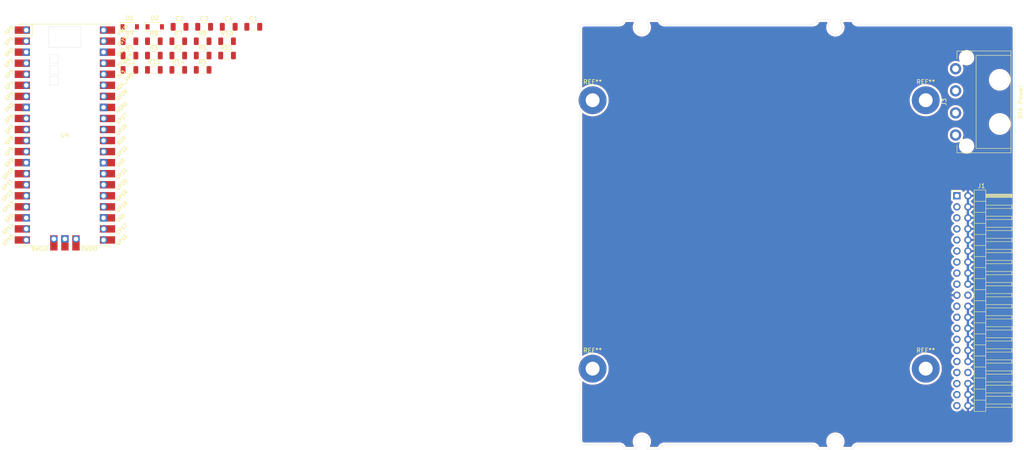
<source format=kicad_pcb>
(kicad_pcb (version 20171130) (host pcbnew "(5.1.9)-1")

  (general
    (thickness 1.6)
    (drawings 60)
    (tracks 0)
    (zones 0)
    (modules 27)
    (nets 73)
  )

  (page A4)
  (layers
    (0 F.Cu signal)
    (1 In1.Cu signal)
    (2 In2.Cu signal)
    (31 B.Cu signal)
    (32 B.Adhes user)
    (33 F.Adhes user)
    (34 B.Paste user)
    (35 F.Paste user)
    (36 B.SilkS user)
    (37 F.SilkS user)
    (38 B.Mask user)
    (39 F.Mask user)
    (40 Dwgs.User user)
    (41 Cmts.User user)
    (42 Eco1.User user)
    (43 Eco2.User user)
    (44 Edge.Cuts user)
    (45 Margin user)
    (46 B.CrtYd user)
    (47 F.CrtYd user)
    (48 B.Fab user)
    (49 F.Fab user)
  )

  (setup
    (last_trace_width 0.25)
    (trace_clearance 0.2)
    (zone_clearance 0.508)
    (zone_45_only no)
    (trace_min 0.2)
    (via_size 0.8)
    (via_drill 0.4)
    (via_min_size 0.4)
    (via_min_drill 0.3)
    (uvia_size 0.3)
    (uvia_drill 0.1)
    (uvias_allowed no)
    (uvia_min_size 0.2)
    (uvia_min_drill 0.1)
    (edge_width 0.05)
    (segment_width 0.2)
    (pcb_text_width 0.3)
    (pcb_text_size 1.5 1.5)
    (mod_edge_width 0.12)
    (mod_text_size 1 1)
    (mod_text_width 0.15)
    (pad_size 6.4 6.4)
    (pad_drill 3.2)
    (pad_to_mask_clearance 0)
    (aux_axis_origin 0 0)
    (visible_elements 7FFFFFFF)
    (pcbplotparams
      (layerselection 0x010fc_ffffffff)
      (usegerberextensions false)
      (usegerberattributes true)
      (usegerberadvancedattributes true)
      (creategerberjobfile true)
      (excludeedgelayer true)
      (linewidth 0.100000)
      (plotframeref false)
      (viasonmask false)
      (mode 1)
      (useauxorigin false)
      (hpglpennumber 1)
      (hpglpenspeed 20)
      (hpglpendiameter 15.000000)
      (psnegative false)
      (psa4output false)
      (plotreference true)
      (plotvalue true)
      (plotinvisibletext false)
      (padsonsilk false)
      (subtractmaskfromsilk false)
      (outputformat 1)
      (mirror false)
      (drillshape 1)
      (scaleselection 1)
      (outputdirectory ""))
  )

  (net 0 "")
  (net 1 GND)
  (net 2 +3V3)
  (net 3 VSYS)
  (net 4 IBM_5V_POWER)
  (net 5 IBM_SENSE_3V3)
  (net 6 "Net-(R1-Pad2)")
  (net 7 "Net-(J4-Pad2)")
  (net 8 "Net-(J4-Pad1)")
  (net 9 "Net-(R3-Pad2)")
  (net 10 IBM_SENSE_12V)
  (net 11 "Net-(R4-Pad2)")
  (net 12 "Net-(R7-Pad1)")
  (net 13 "Net-(R8-Pad1)")
  (net 14 "Net-(R9-Pad1)")
  (net 15 "Net-(R10-Pad1)")
  (net 16 SD0_CD)
  (net 17 SD1_CD)
  (net 18 CFG_DATA)
  (net 19 DBG_RX)
  (net 20 "Net-(J5-Pad1)")
  (net 21 "Net-(J5-Pad2)")
  (net 22 "Net-(J5-Pad3)")
  (net 23 SD_DO)
  (net 24 SD0_CS)
  (net 25 SD_SCK)
  (net 26 SD_DI)
  (net 27 ~IOR~_3V3)
  (net 28 ~IOW~_3V3)
  (net 29 DATA_DIR)
  (net 30 "Net-(SW3-Pad1)")
  (net 31 ~RESET~_3V3)
  (net 32 ~CS~_3V3)
  (net 33 "Net-(U4-Pad35)")
  (net 34 "Net-(U4-Pad37)")
  (net 35 "Net-(U4-Pad40)")
  (net 36 ~IRQ~_3V3)
  (net 37 ~DRQ~_3V3)
  (net 38 ~DACK~_3V3)
  (net 39 AEN_3V3)
  (net 40 A1_3V3)
  (net 41 A0_3V3)
  (net 42 D7_3V3)
  (net 43 D6_3V3)
  (net 44 D5_3V3)
  (net 45 D4_3V3)
  (net 46 D3_3V3)
  (net 47 D2_3V3)
  (net 48 D1_3V3)
  (net 49 D0_3V3)
  (net 50 CFG_CLK)
  (net 51 /BOOT_INTERNAL)
  (net 52 ~DRIVE_ACTIVE)
  (net 53 ~CS)
  (net 54 A0)
  (net 55 "Net-(J1-Pad34)")
  (net 56 A1)
  (net 57 IRQ)
  (net 58 DRQ)
  (net 59 ~DACK)
  (net 60 ~IOR)
  (net 61 ~IOW)
  (net 62 AEN)
  (net 63 "Net-(J1-Pad20)")
  (net 64 D0)
  (net 65 D1)
  (net 66 D2)
  (net 67 D3)
  (net 68 D4)
  (net 69 D5)
  (net 70 D6)
  (net 71 D7)
  (net 72 ~RESET)

  (net_class Default "This is the default net class."
    (clearance 0.2)
    (trace_width 0.25)
    (via_dia 0.8)
    (via_drill 0.4)
    (uvia_dia 0.3)
    (uvia_drill 0.1)
    (add_net +3V3)
    (add_net /BOOT_INTERNAL)
    (add_net A0)
    (add_net A0_3V3)
    (add_net A1)
    (add_net A1_3V3)
    (add_net AEN)
    (add_net AEN_3V3)
    (add_net CFG_CLK)
    (add_net CFG_DATA)
    (add_net D0)
    (add_net D0_3V3)
    (add_net D1)
    (add_net D1_3V3)
    (add_net D2)
    (add_net D2_3V3)
    (add_net D3)
    (add_net D3_3V3)
    (add_net D4)
    (add_net D4_3V3)
    (add_net D5)
    (add_net D5_3V3)
    (add_net D6)
    (add_net D6_3V3)
    (add_net D7)
    (add_net D7_3V3)
    (add_net DATA_DIR)
    (add_net DBG_RX)
    (add_net DRQ)
    (add_net GND)
    (add_net IBM_5V_POWER)
    (add_net IBM_SENSE_12V)
    (add_net IBM_SENSE_3V3)
    (add_net IRQ)
    (add_net "Net-(J1-Pad20)")
    (add_net "Net-(J1-Pad34)")
    (add_net "Net-(J4-Pad1)")
    (add_net "Net-(J4-Pad2)")
    (add_net "Net-(J5-Pad1)")
    (add_net "Net-(J5-Pad2)")
    (add_net "Net-(J5-Pad3)")
    (add_net "Net-(R1-Pad2)")
    (add_net "Net-(R10-Pad1)")
    (add_net "Net-(R3-Pad2)")
    (add_net "Net-(R4-Pad2)")
    (add_net "Net-(R7-Pad1)")
    (add_net "Net-(R8-Pad1)")
    (add_net "Net-(R9-Pad1)")
    (add_net "Net-(SW3-Pad1)")
    (add_net "Net-(U4-Pad35)")
    (add_net "Net-(U4-Pad37)")
    (add_net "Net-(U4-Pad40)")
    (add_net SD0_CD)
    (add_net SD0_CS)
    (add_net SD1_CD)
    (add_net SD_DI)
    (add_net SD_DO)
    (add_net SD_SCK)
    (add_net VSYS)
    (add_net ~CS)
    (add_net ~CS~_3V3)
    (add_net ~DACK)
    (add_net ~DACK~_3V3)
    (add_net ~DRIVE_ACTIVE)
    (add_net ~DRQ~_3V3)
    (add_net ~IOR)
    (add_net ~IOR~_3V3)
    (add_net ~IOW)
    (add_net ~IOW~_3V3)
    (add_net ~IRQ~_3V3)
    (add_net ~RESET)
    (add_net ~RESET~_3V3)
  )

  (module w_conn_pc:conn_hdd_15-24-4441 (layer F.Cu) (tedit 61723253) (tstamp 61728974)
    (at 242.57 49.53 90)
    (descr "5.08mm Disk drive power connector, 90°, Molex P/N 15-24-4441")
    (fp_text reference "XTA Power" (at 0 8.89 90) (layer F.SilkS)
      (effects (font (size 1 1) (thickness 0.15)))
    )
    (fp_text value J3 (at 0 -8.636 90) (layer F.SilkS)
      (effects (font (size 1 1) (thickness 0.15)))
    )
    (fp_line (start -9.9 -5.7) (end -11.7 -5.7) (layer F.SilkS) (width 0.12))
    (fp_line (start 11.7 -5.7) (end 9.9 -5.7) (layer F.SilkS) (width 0.12))
    (fp_line (start -10.7 -1.3) (end 10.7 -1.3) (layer F.SilkS) (width 0.12))
    (fp_line (start 10.7 -1.3) (end 10.7 6.7) (layer F.SilkS) (width 0.12))
    (fp_line (start -10.7 -1.3) (end -10.7 6.7) (layer F.SilkS) (width 0.12))
    (fp_line (start -11.7 6.7) (end 11.7 6.7) (layer F.SilkS) (width 0.12))
    (fp_line (start -11.7 -5.7) (end -11.7 6.7) (layer F.SilkS) (width 0.12))
    (fp_line (start 11.7 -5.7) (end 11.7 6.7) (layer F.SilkS) (width 0.12))
    (pad "" np_thru_hole circle (at -10.16 -3.48 90) (size 2.54 2.54) (drill 2.54) (layers *.Cu *.Mask F.SilkS))
    (pad "" np_thru_hole circle (at -5.08 4.14 90) (size 4 4) (drill 4) (layers *.Cu *.Mask F.SilkS))
    (pad "" np_thru_hole circle (at 10.16 -3.48 90) (size 2.54 2.54) (drill 2.54) (layers *.Cu *.Mask F.SilkS))
    (pad 4 thru_hole circle (at 7.62 -6.02 90) (size 2.6 2.6) (drill 1.52) (layers *.Cu *.Mask))
    (pad 3 thru_hole circle (at 2.54 -6.02 90) (size 2.6 2.6) (drill 1.52) (layers *.Cu *.Mask))
    (pad 2 thru_hole circle (at -2.54 -6.02 90) (size 2.6 2.6) (drill 1.52) (layers *.Cu *.Mask))
    (pad 1 thru_hole circle (at -7.62 -6.02 90) (size 2.6 2.6) (drill 1.52) (layers *.Cu *.Mask))
    (pad "" np_thru_hole circle (at 5.08 4.14 90) (size 4 4) (drill 4) (layers *.Cu *.Mask F.SilkS))
    (model ${KIPRJMOD}/../Libraries/smisioto/walter/conn_pc/hdd_power_15-24-4441.wrl
      (at (xyz 0 0 0))
      (scale (xyz 1 1 1))
      (rotate (xyz 0 0 0))
    )
  )

  (module MountingHole:MountingHole_3.2mm_M3_Pad (layer F.Cu) (tedit 56D1B4CB) (tstamp 61729775)
    (at 153.09 49.15)
    (descr "Mounting Hole 3.2mm, M3")
    (tags "mounting hole 3.2mm m3")
    (attr virtual)
    (fp_text reference REF** (at 0 -4.2) (layer F.SilkS)
      (effects (font (size 1 1) (thickness 0.15)))
    )
    (fp_text value MountingHole_3.2mm_M3_Pad (at 0 4.2) (layer F.Fab)
      (effects (font (size 1 1) (thickness 0.15)))
    )
    (fp_circle (center 0 0) (end 3.45 0) (layer F.CrtYd) (width 0.05))
    (fp_circle (center 0 0) (end 3.2 0) (layer Cmts.User) (width 0.15))
    (fp_text user %R (at 0.3 0) (layer F.Fab)
      (effects (font (size 1 1) (thickness 0.15)))
    )
    (pad 1 thru_hole circle (at 0 0) (size 6.4 6.4) (drill 3.2) (layers *.Cu *.Mask))
  )

  (module MountingHole:MountingHole_3.2mm_M3_Pad (layer F.Cu) (tedit 56D1B4CB) (tstamp 6172976E)
    (at 153.09 110.87)
    (descr "Mounting Hole 3.2mm, M3")
    (tags "mounting hole 3.2mm m3")
    (attr virtual)
    (fp_text reference REF** (at 0 -4.2) (layer F.SilkS)
      (effects (font (size 1 1) (thickness 0.15)))
    )
    (fp_text value MountingHole_3.2mm_M3_Pad (at 0 4.2) (layer F.Fab)
      (effects (font (size 1 1) (thickness 0.15)))
    )
    (fp_circle (center 0 0) (end 3.2 0) (layer Cmts.User) (width 0.15))
    (fp_circle (center 0 0) (end 3.45 0) (layer F.CrtYd) (width 0.05))
    (fp_text user %R (at 0.3 0) (layer F.Fab)
      (effects (font (size 1 1) (thickness 0.15)))
    )
    (pad 1 thru_hole circle (at 0 0) (size 6.4 6.4) (drill 3.2) (layers *.Cu *.Mask))
  )

  (module MountingHole:MountingHole_3.2mm_M3_Pad (layer F.Cu) (tedit 56D1B4CB) (tstamp 61729758)
    (at 229.69 110.87)
    (descr "Mounting Hole 3.2mm, M3")
    (tags "mounting hole 3.2mm m3")
    (attr virtual)
    (fp_text reference REF** (at 0 -4.2) (layer F.SilkS)
      (effects (font (size 1 1) (thickness 0.15)))
    )
    (fp_text value MountingHole_3.2mm_M3_Pad (at 0 4.2) (layer F.Fab)
      (effects (font (size 1 1) (thickness 0.15)))
    )
    (fp_circle (center 0 0) (end 3.45 0) (layer F.CrtYd) (width 0.05))
    (fp_circle (center 0 0) (end 3.2 0) (layer Cmts.User) (width 0.15))
    (fp_text user %R (at 0.3 0) (layer F.Fab)
      (effects (font (size 1 1) (thickness 0.15)))
    )
    (pad 1 thru_hole circle (at 0 0) (size 6.4 6.4) (drill 3.2) (layers *.Cu *.Mask))
  )

  (module MountingHole:MountingHole_3.2mm_M3_Pad (layer F.Cu) (tedit 56D1B4CB) (tstamp 617296C7)
    (at 229.69 49.15)
    (descr "Mounting Hole 3.2mm, M3")
    (tags "mounting hole 3.2mm m3")
    (attr virtual)
    (fp_text reference REF** (at 0 -4.2) (layer F.SilkS)
      (effects (font (size 1 1) (thickness 0.15)))
    )
    (fp_text value MountingHole_3.2mm_M3_Pad (at 0 4.2) (layer F.Fab)
      (effects (font (size 1 1) (thickness 0.15)))
    )
    (fp_circle (center 0 0) (end 3.2 0) (layer Cmts.User) (width 0.15))
    (fp_circle (center 0 0) (end 3.45 0) (layer F.CrtYd) (width 0.05))
    (fp_text user %R (at 0.3 0) (layer F.Fab)
      (effects (font (size 1 1) (thickness 0.15)))
    )
    (pad 1 thru_hole circle (at 0 0) (size 6.4 6.4) (drill 3.2) (layers *.Cu *.Mask))
  )

  (module Connector_PinHeader_2.54mm:PinHeader_2x20_P2.54mm_Horizontal (layer F.Cu) (tedit 59FED5CB) (tstamp 61725650)
    (at 236.855 71.12)
    (descr "Through hole angled pin header, 2x20, 2.54mm pitch, 6mm pin length, double rows")
    (tags "Through hole angled pin header THT 2x20 2.54mm double row")
    (path /616B1E7B)
    (fp_text reference J1 (at 5.655 -2.27) (layer F.SilkS)
      (effects (font (size 1 1) (thickness 0.15)))
    )
    (fp_text value XTA_Connector (at 5.655 50.53) (layer F.Fab)
      (effects (font (size 1 1) (thickness 0.15)))
    )
    (fp_line (start 13.1 -1.8) (end -1.8 -1.8) (layer F.CrtYd) (width 0.05))
    (fp_line (start 13.1 50.05) (end 13.1 -1.8) (layer F.CrtYd) (width 0.05))
    (fp_line (start -1.8 50.05) (end 13.1 50.05) (layer F.CrtYd) (width 0.05))
    (fp_line (start -1.8 -1.8) (end -1.8 50.05) (layer F.CrtYd) (width 0.05))
    (fp_line (start -1.27 -1.27) (end 0 -1.27) (layer F.SilkS) (width 0.12))
    (fp_line (start -1.27 0) (end -1.27 -1.27) (layer F.SilkS) (width 0.12))
    (fp_line (start 1.042929 48.64) (end 1.497071 48.64) (layer F.SilkS) (width 0.12))
    (fp_line (start 1.042929 47.88) (end 1.497071 47.88) (layer F.SilkS) (width 0.12))
    (fp_line (start 3.582929 48.64) (end 3.98 48.64) (layer F.SilkS) (width 0.12))
    (fp_line (start 3.582929 47.88) (end 3.98 47.88) (layer F.SilkS) (width 0.12))
    (fp_line (start 12.64 48.64) (end 6.64 48.64) (layer F.SilkS) (width 0.12))
    (fp_line (start 12.64 47.88) (end 12.64 48.64) (layer F.SilkS) (width 0.12))
    (fp_line (start 6.64 47.88) (end 12.64 47.88) (layer F.SilkS) (width 0.12))
    (fp_line (start 3.98 46.99) (end 6.64 46.99) (layer F.SilkS) (width 0.12))
    (fp_line (start 1.042929 46.1) (end 1.497071 46.1) (layer F.SilkS) (width 0.12))
    (fp_line (start 1.042929 45.34) (end 1.497071 45.34) (layer F.SilkS) (width 0.12))
    (fp_line (start 3.582929 46.1) (end 3.98 46.1) (layer F.SilkS) (width 0.12))
    (fp_line (start 3.582929 45.34) (end 3.98 45.34) (layer F.SilkS) (width 0.12))
    (fp_line (start 12.64 46.1) (end 6.64 46.1) (layer F.SilkS) (width 0.12))
    (fp_line (start 12.64 45.34) (end 12.64 46.1) (layer F.SilkS) (width 0.12))
    (fp_line (start 6.64 45.34) (end 12.64 45.34) (layer F.SilkS) (width 0.12))
    (fp_line (start 3.98 44.45) (end 6.64 44.45) (layer F.SilkS) (width 0.12))
    (fp_line (start 1.042929 43.56) (end 1.497071 43.56) (layer F.SilkS) (width 0.12))
    (fp_line (start 1.042929 42.8) (end 1.497071 42.8) (layer F.SilkS) (width 0.12))
    (fp_line (start 3.582929 43.56) (end 3.98 43.56) (layer F.SilkS) (width 0.12))
    (fp_line (start 3.582929 42.8) (end 3.98 42.8) (layer F.SilkS) (width 0.12))
    (fp_line (start 12.64 43.56) (end 6.64 43.56) (layer F.SilkS) (width 0.12))
    (fp_line (start 12.64 42.8) (end 12.64 43.56) (layer F.SilkS) (width 0.12))
    (fp_line (start 6.64 42.8) (end 12.64 42.8) (layer F.SilkS) (width 0.12))
    (fp_line (start 3.98 41.91) (end 6.64 41.91) (layer F.SilkS) (width 0.12))
    (fp_line (start 1.042929 41.02) (end 1.497071 41.02) (layer F.SilkS) (width 0.12))
    (fp_line (start 1.042929 40.26) (end 1.497071 40.26) (layer F.SilkS) (width 0.12))
    (fp_line (start 3.582929 41.02) (end 3.98 41.02) (layer F.SilkS) (width 0.12))
    (fp_line (start 3.582929 40.26) (end 3.98 40.26) (layer F.SilkS) (width 0.12))
    (fp_line (start 12.64 41.02) (end 6.64 41.02) (layer F.SilkS) (width 0.12))
    (fp_line (start 12.64 40.26) (end 12.64 41.02) (layer F.SilkS) (width 0.12))
    (fp_line (start 6.64 40.26) (end 12.64 40.26) (layer F.SilkS) (width 0.12))
    (fp_line (start 3.98 39.37) (end 6.64 39.37) (layer F.SilkS) (width 0.12))
    (fp_line (start 1.042929 38.48) (end 1.497071 38.48) (layer F.SilkS) (width 0.12))
    (fp_line (start 1.042929 37.72) (end 1.497071 37.72) (layer F.SilkS) (width 0.12))
    (fp_line (start 3.582929 38.48) (end 3.98 38.48) (layer F.SilkS) (width 0.12))
    (fp_line (start 3.582929 37.72) (end 3.98 37.72) (layer F.SilkS) (width 0.12))
    (fp_line (start 12.64 38.48) (end 6.64 38.48) (layer F.SilkS) (width 0.12))
    (fp_line (start 12.64 37.72) (end 12.64 38.48) (layer F.SilkS) (width 0.12))
    (fp_line (start 6.64 37.72) (end 12.64 37.72) (layer F.SilkS) (width 0.12))
    (fp_line (start 3.98 36.83) (end 6.64 36.83) (layer F.SilkS) (width 0.12))
    (fp_line (start 1.042929 35.94) (end 1.497071 35.94) (layer F.SilkS) (width 0.12))
    (fp_line (start 1.042929 35.18) (end 1.497071 35.18) (layer F.SilkS) (width 0.12))
    (fp_line (start 3.582929 35.94) (end 3.98 35.94) (layer F.SilkS) (width 0.12))
    (fp_line (start 3.582929 35.18) (end 3.98 35.18) (layer F.SilkS) (width 0.12))
    (fp_line (start 12.64 35.94) (end 6.64 35.94) (layer F.SilkS) (width 0.12))
    (fp_line (start 12.64 35.18) (end 12.64 35.94) (layer F.SilkS) (width 0.12))
    (fp_line (start 6.64 35.18) (end 12.64 35.18) (layer F.SilkS) (width 0.12))
    (fp_line (start 3.98 34.29) (end 6.64 34.29) (layer F.SilkS) (width 0.12))
    (fp_line (start 1.042929 33.4) (end 1.497071 33.4) (layer F.SilkS) (width 0.12))
    (fp_line (start 1.042929 32.64) (end 1.497071 32.64) (layer F.SilkS) (width 0.12))
    (fp_line (start 3.582929 33.4) (end 3.98 33.4) (layer F.SilkS) (width 0.12))
    (fp_line (start 3.582929 32.64) (end 3.98 32.64) (layer F.SilkS) (width 0.12))
    (fp_line (start 12.64 33.4) (end 6.64 33.4) (layer F.SilkS) (width 0.12))
    (fp_line (start 12.64 32.64) (end 12.64 33.4) (layer F.SilkS) (width 0.12))
    (fp_line (start 6.64 32.64) (end 12.64 32.64) (layer F.SilkS) (width 0.12))
    (fp_line (start 3.98 31.75) (end 6.64 31.75) (layer F.SilkS) (width 0.12))
    (fp_line (start 1.042929 30.86) (end 1.497071 30.86) (layer F.SilkS) (width 0.12))
    (fp_line (start 1.042929 30.1) (end 1.497071 30.1) (layer F.SilkS) (width 0.12))
    (fp_line (start 3.582929 30.86) (end 3.98 30.86) (layer F.SilkS) (width 0.12))
    (fp_line (start 3.582929 30.1) (end 3.98 30.1) (layer F.SilkS) (width 0.12))
    (fp_line (start 12.64 30.86) (end 6.64 30.86) (layer F.SilkS) (width 0.12))
    (fp_line (start 12.64 30.1) (end 12.64 30.86) (layer F.SilkS) (width 0.12))
    (fp_line (start 6.64 30.1) (end 12.64 30.1) (layer F.SilkS) (width 0.12))
    (fp_line (start 3.98 29.21) (end 6.64 29.21) (layer F.SilkS) (width 0.12))
    (fp_line (start 1.042929 28.32) (end 1.497071 28.32) (layer F.SilkS) (width 0.12))
    (fp_line (start 1.042929 27.56) (end 1.497071 27.56) (layer F.SilkS) (width 0.12))
    (fp_line (start 3.582929 28.32) (end 3.98 28.32) (layer F.SilkS) (width 0.12))
    (fp_line (start 3.582929 27.56) (end 3.98 27.56) (layer F.SilkS) (width 0.12))
    (fp_line (start 12.64 28.32) (end 6.64 28.32) (layer F.SilkS) (width 0.12))
    (fp_line (start 12.64 27.56) (end 12.64 28.32) (layer F.SilkS) (width 0.12))
    (fp_line (start 6.64 27.56) (end 12.64 27.56) (layer F.SilkS) (width 0.12))
    (fp_line (start 3.98 26.67) (end 6.64 26.67) (layer F.SilkS) (width 0.12))
    (fp_line (start 1.042929 25.78) (end 1.497071 25.78) (layer F.SilkS) (width 0.12))
    (fp_line (start 1.042929 25.02) (end 1.497071 25.02) (layer F.SilkS) (width 0.12))
    (fp_line (start 3.582929 25.78) (end 3.98 25.78) (layer F.SilkS) (width 0.12))
    (fp_line (start 3.582929 25.02) (end 3.98 25.02) (layer F.SilkS) (width 0.12))
    (fp_line (start 12.64 25.78) (end 6.64 25.78) (layer F.SilkS) (width 0.12))
    (fp_line (start 12.64 25.02) (end 12.64 25.78) (layer F.SilkS) (width 0.12))
    (fp_line (start 6.64 25.02) (end 12.64 25.02) (layer F.SilkS) (width 0.12))
    (fp_line (start 3.98 24.13) (end 6.64 24.13) (layer F.SilkS) (width 0.12))
    (fp_line (start 1.042929 23.24) (end 1.497071 23.24) (layer F.SilkS) (width 0.12))
    (fp_line (start 1.042929 22.48) (end 1.497071 22.48) (layer F.SilkS) (width 0.12))
    (fp_line (start 3.582929 23.24) (end 3.98 23.24) (layer F.SilkS) (width 0.12))
    (fp_line (start 3.582929 22.48) (end 3.98 22.48) (layer F.SilkS) (width 0.12))
    (fp_line (start 12.64 23.24) (end 6.64 23.24) (layer F.SilkS) (width 0.12))
    (fp_line (start 12.64 22.48) (end 12.64 23.24) (layer F.SilkS) (width 0.12))
    (fp_line (start 6.64 22.48) (end 12.64 22.48) (layer F.SilkS) (width 0.12))
    (fp_line (start 3.98 21.59) (end 6.64 21.59) (layer F.SilkS) (width 0.12))
    (fp_line (start 1.042929 20.7) (end 1.497071 20.7) (layer F.SilkS) (width 0.12))
    (fp_line (start 1.042929 19.94) (end 1.497071 19.94) (layer F.SilkS) (width 0.12))
    (fp_line (start 3.582929 20.7) (end 3.98 20.7) (layer F.SilkS) (width 0.12))
    (fp_line (start 3.582929 19.94) (end 3.98 19.94) (layer F.SilkS) (width 0.12))
    (fp_line (start 12.64 20.7) (end 6.64 20.7) (layer F.SilkS) (width 0.12))
    (fp_line (start 12.64 19.94) (end 12.64 20.7) (layer F.SilkS) (width 0.12))
    (fp_line (start 6.64 19.94) (end 12.64 19.94) (layer F.SilkS) (width 0.12))
    (fp_line (start 3.98 19.05) (end 6.64 19.05) (layer F.SilkS) (width 0.12))
    (fp_line (start 1.042929 18.16) (end 1.497071 18.16) (layer F.SilkS) (width 0.12))
    (fp_line (start 1.042929 17.4) (end 1.497071 17.4) (layer F.SilkS) (width 0.12))
    (fp_line (start 3.582929 18.16) (end 3.98 18.16) (layer F.SilkS) (width 0.12))
    (fp_line (start 3.582929 17.4) (end 3.98 17.4) (layer F.SilkS) (width 0.12))
    (fp_line (start 12.64 18.16) (end 6.64 18.16) (layer F.SilkS) (width 0.12))
    (fp_line (start 12.64 17.4) (end 12.64 18.16) (layer F.SilkS) (width 0.12))
    (fp_line (start 6.64 17.4) (end 12.64 17.4) (layer F.SilkS) (width 0.12))
    (fp_line (start 3.98 16.51) (end 6.64 16.51) (layer F.SilkS) (width 0.12))
    (fp_line (start 1.042929 15.62) (end 1.497071 15.62) (layer F.SilkS) (width 0.12))
    (fp_line (start 1.042929 14.86) (end 1.497071 14.86) (layer F.SilkS) (width 0.12))
    (fp_line (start 3.582929 15.62) (end 3.98 15.62) (layer F.SilkS) (width 0.12))
    (fp_line (start 3.582929 14.86) (end 3.98 14.86) (layer F.SilkS) (width 0.12))
    (fp_line (start 12.64 15.62) (end 6.64 15.62) (layer F.SilkS) (width 0.12))
    (fp_line (start 12.64 14.86) (end 12.64 15.62) (layer F.SilkS) (width 0.12))
    (fp_line (start 6.64 14.86) (end 12.64 14.86) (layer F.SilkS) (width 0.12))
    (fp_line (start 3.98 13.97) (end 6.64 13.97) (layer F.SilkS) (width 0.12))
    (fp_line (start 1.042929 13.08) (end 1.497071 13.08) (layer F.SilkS) (width 0.12))
    (fp_line (start 1.042929 12.32) (end 1.497071 12.32) (layer F.SilkS) (width 0.12))
    (fp_line (start 3.582929 13.08) (end 3.98 13.08) (layer F.SilkS) (width 0.12))
    (fp_line (start 3.582929 12.32) (end 3.98 12.32) (layer F.SilkS) (width 0.12))
    (fp_line (start 12.64 13.08) (end 6.64 13.08) (layer F.SilkS) (width 0.12))
    (fp_line (start 12.64 12.32) (end 12.64 13.08) (layer F.SilkS) (width 0.12))
    (fp_line (start 6.64 12.32) (end 12.64 12.32) (layer F.SilkS) (width 0.12))
    (fp_line (start 3.98 11.43) (end 6.64 11.43) (layer F.SilkS) (width 0.12))
    (fp_line (start 1.042929 10.54) (end 1.497071 10.54) (layer F.SilkS) (width 0.12))
    (fp_line (start 1.042929 9.78) (end 1.497071 9.78) (layer F.SilkS) (width 0.12))
    (fp_line (start 3.582929 10.54) (end 3.98 10.54) (layer F.SilkS) (width 0.12))
    (fp_line (start 3.582929 9.78) (end 3.98 9.78) (layer F.SilkS) (width 0.12))
    (fp_line (start 12.64 10.54) (end 6.64 10.54) (layer F.SilkS) (width 0.12))
    (fp_line (start 12.64 9.78) (end 12.64 10.54) (layer F.SilkS) (width 0.12))
    (fp_line (start 6.64 9.78) (end 12.64 9.78) (layer F.SilkS) (width 0.12))
    (fp_line (start 3.98 8.89) (end 6.64 8.89) (layer F.SilkS) (width 0.12))
    (fp_line (start 1.042929 8) (end 1.497071 8) (layer F.SilkS) (width 0.12))
    (fp_line (start 1.042929 7.24) (end 1.497071 7.24) (layer F.SilkS) (width 0.12))
    (fp_line (start 3.582929 8) (end 3.98 8) (layer F.SilkS) (width 0.12))
    (fp_line (start 3.582929 7.24) (end 3.98 7.24) (layer F.SilkS) (width 0.12))
    (fp_line (start 12.64 8) (end 6.64 8) (layer F.SilkS) (width 0.12))
    (fp_line (start 12.64 7.24) (end 12.64 8) (layer F.SilkS) (width 0.12))
    (fp_line (start 6.64 7.24) (end 12.64 7.24) (layer F.SilkS) (width 0.12))
    (fp_line (start 3.98 6.35) (end 6.64 6.35) (layer F.SilkS) (width 0.12))
    (fp_line (start 1.042929 5.46) (end 1.497071 5.46) (layer F.SilkS) (width 0.12))
    (fp_line (start 1.042929 4.7) (end 1.497071 4.7) (layer F.SilkS) (width 0.12))
    (fp_line (start 3.582929 5.46) (end 3.98 5.46) (layer F.SilkS) (width 0.12))
    (fp_line (start 3.582929 4.7) (end 3.98 4.7) (layer F.SilkS) (width 0.12))
    (fp_line (start 12.64 5.46) (end 6.64 5.46) (layer F.SilkS) (width 0.12))
    (fp_line (start 12.64 4.7) (end 12.64 5.46) (layer F.SilkS) (width 0.12))
    (fp_line (start 6.64 4.7) (end 12.64 4.7) (layer F.SilkS) (width 0.12))
    (fp_line (start 3.98 3.81) (end 6.64 3.81) (layer F.SilkS) (width 0.12))
    (fp_line (start 1.042929 2.92) (end 1.497071 2.92) (layer F.SilkS) (width 0.12))
    (fp_line (start 1.042929 2.16) (end 1.497071 2.16) (layer F.SilkS) (width 0.12))
    (fp_line (start 3.582929 2.92) (end 3.98 2.92) (layer F.SilkS) (width 0.12))
    (fp_line (start 3.582929 2.16) (end 3.98 2.16) (layer F.SilkS) (width 0.12))
    (fp_line (start 12.64 2.92) (end 6.64 2.92) (layer F.SilkS) (width 0.12))
    (fp_line (start 12.64 2.16) (end 12.64 2.92) (layer F.SilkS) (width 0.12))
    (fp_line (start 6.64 2.16) (end 12.64 2.16) (layer F.SilkS) (width 0.12))
    (fp_line (start 3.98 1.27) (end 6.64 1.27) (layer F.SilkS) (width 0.12))
    (fp_line (start 1.11 0.38) (end 1.497071 0.38) (layer F.SilkS) (width 0.12))
    (fp_line (start 1.11 -0.38) (end 1.497071 -0.38) (layer F.SilkS) (width 0.12))
    (fp_line (start 3.582929 0.38) (end 3.98 0.38) (layer F.SilkS) (width 0.12))
    (fp_line (start 3.582929 -0.38) (end 3.98 -0.38) (layer F.SilkS) (width 0.12))
    (fp_line (start 6.64 0.28) (end 12.64 0.28) (layer F.SilkS) (width 0.12))
    (fp_line (start 6.64 0.16) (end 12.64 0.16) (layer F.SilkS) (width 0.12))
    (fp_line (start 6.64 0.04) (end 12.64 0.04) (layer F.SilkS) (width 0.12))
    (fp_line (start 6.64 -0.08) (end 12.64 -0.08) (layer F.SilkS) (width 0.12))
    (fp_line (start 6.64 -0.2) (end 12.64 -0.2) (layer F.SilkS) (width 0.12))
    (fp_line (start 6.64 -0.32) (end 12.64 -0.32) (layer F.SilkS) (width 0.12))
    (fp_line (start 12.64 0.38) (end 6.64 0.38) (layer F.SilkS) (width 0.12))
    (fp_line (start 12.64 -0.38) (end 12.64 0.38) (layer F.SilkS) (width 0.12))
    (fp_line (start 6.64 -0.38) (end 12.64 -0.38) (layer F.SilkS) (width 0.12))
    (fp_line (start 6.64 -1.33) (end 3.98 -1.33) (layer F.SilkS) (width 0.12))
    (fp_line (start 6.64 49.59) (end 6.64 -1.33) (layer F.SilkS) (width 0.12))
    (fp_line (start 3.98 49.59) (end 6.64 49.59) (layer F.SilkS) (width 0.12))
    (fp_line (start 3.98 -1.33) (end 3.98 49.59) (layer F.SilkS) (width 0.12))
    (fp_line (start 6.58 48.58) (end 12.58 48.58) (layer F.Fab) (width 0.1))
    (fp_line (start 12.58 47.94) (end 12.58 48.58) (layer F.Fab) (width 0.1))
    (fp_line (start 6.58 47.94) (end 12.58 47.94) (layer F.Fab) (width 0.1))
    (fp_line (start -0.32 48.58) (end 4.04 48.58) (layer F.Fab) (width 0.1))
    (fp_line (start -0.32 47.94) (end -0.32 48.58) (layer F.Fab) (width 0.1))
    (fp_line (start -0.32 47.94) (end 4.04 47.94) (layer F.Fab) (width 0.1))
    (fp_line (start 6.58 46.04) (end 12.58 46.04) (layer F.Fab) (width 0.1))
    (fp_line (start 12.58 45.4) (end 12.58 46.04) (layer F.Fab) (width 0.1))
    (fp_line (start 6.58 45.4) (end 12.58 45.4) (layer F.Fab) (width 0.1))
    (fp_line (start -0.32 46.04) (end 4.04 46.04) (layer F.Fab) (width 0.1))
    (fp_line (start -0.32 45.4) (end -0.32 46.04) (layer F.Fab) (width 0.1))
    (fp_line (start -0.32 45.4) (end 4.04 45.4) (layer F.Fab) (width 0.1))
    (fp_line (start 6.58 43.5) (end 12.58 43.5) (layer F.Fab) (width 0.1))
    (fp_line (start 12.58 42.86) (end 12.58 43.5) (layer F.Fab) (width 0.1))
    (fp_line (start 6.58 42.86) (end 12.58 42.86) (layer F.Fab) (width 0.1))
    (fp_line (start -0.32 43.5) (end 4.04 43.5) (layer F.Fab) (width 0.1))
    (fp_line (start -0.32 42.86) (end -0.32 43.5) (layer F.Fab) (width 0.1))
    (fp_line (start -0.32 42.86) (end 4.04 42.86) (layer F.Fab) (width 0.1))
    (fp_line (start 6.58 40.96) (end 12.58 40.96) (layer F.Fab) (width 0.1))
    (fp_line (start 12.58 40.32) (end 12.58 40.96) (layer F.Fab) (width 0.1))
    (fp_line (start 6.58 40.32) (end 12.58 40.32) (layer F.Fab) (width 0.1))
    (fp_line (start -0.32 40.96) (end 4.04 40.96) (layer F.Fab) (width 0.1))
    (fp_line (start -0.32 40.32) (end -0.32 40.96) (layer F.Fab) (width 0.1))
    (fp_line (start -0.32 40.32) (end 4.04 40.32) (layer F.Fab) (width 0.1))
    (fp_line (start 6.58 38.42) (end 12.58 38.42) (layer F.Fab) (width 0.1))
    (fp_line (start 12.58 37.78) (end 12.58 38.42) (layer F.Fab) (width 0.1))
    (fp_line (start 6.58 37.78) (end 12.58 37.78) (layer F.Fab) (width 0.1))
    (fp_line (start -0.32 38.42) (end 4.04 38.42) (layer F.Fab) (width 0.1))
    (fp_line (start -0.32 37.78) (end -0.32 38.42) (layer F.Fab) (width 0.1))
    (fp_line (start -0.32 37.78) (end 4.04 37.78) (layer F.Fab) (width 0.1))
    (fp_line (start 6.58 35.88) (end 12.58 35.88) (layer F.Fab) (width 0.1))
    (fp_line (start 12.58 35.24) (end 12.58 35.88) (layer F.Fab) (width 0.1))
    (fp_line (start 6.58 35.24) (end 12.58 35.24) (layer F.Fab) (width 0.1))
    (fp_line (start -0.32 35.88) (end 4.04 35.88) (layer F.Fab) (width 0.1))
    (fp_line (start -0.32 35.24) (end -0.32 35.88) (layer F.Fab) (width 0.1))
    (fp_line (start -0.32 35.24) (end 4.04 35.24) (layer F.Fab) (width 0.1))
    (fp_line (start 6.58 33.34) (end 12.58 33.34) (layer F.Fab) (width 0.1))
    (fp_line (start 12.58 32.7) (end 12.58 33.34) (layer F.Fab) (width 0.1))
    (fp_line (start 6.58 32.7) (end 12.58 32.7) (layer F.Fab) (width 0.1))
    (fp_line (start -0.32 33.34) (end 4.04 33.34) (layer F.Fab) (width 0.1))
    (fp_line (start -0.32 32.7) (end -0.32 33.34) (layer F.Fab) (width 0.1))
    (fp_line (start -0.32 32.7) (end 4.04 32.7) (layer F.Fab) (width 0.1))
    (fp_line (start 6.58 30.8) (end 12.58 30.8) (layer F.Fab) (width 0.1))
    (fp_line (start 12.58 30.16) (end 12.58 30.8) (layer F.Fab) (width 0.1))
    (fp_line (start 6.58 30.16) (end 12.58 30.16) (layer F.Fab) (width 0.1))
    (fp_line (start -0.32 30.8) (end 4.04 30.8) (layer F.Fab) (width 0.1))
    (fp_line (start -0.32 30.16) (end -0.32 30.8) (layer F.Fab) (width 0.1))
    (fp_line (start -0.32 30.16) (end 4.04 30.16) (layer F.Fab) (width 0.1))
    (fp_line (start 6.58 28.26) (end 12.58 28.26) (layer F.Fab) (width 0.1))
    (fp_line (start 12.58 27.62) (end 12.58 28.26) (layer F.Fab) (width 0.1))
    (fp_line (start 6.58 27.62) (end 12.58 27.62) (layer F.Fab) (width 0.1))
    (fp_line (start -0.32 28.26) (end 4.04 28.26) (layer F.Fab) (width 0.1))
    (fp_line (start -0.32 27.62) (end -0.32 28.26) (layer F.Fab) (width 0.1))
    (fp_line (start -0.32 27.62) (end 4.04 27.62) (layer F.Fab) (width 0.1))
    (fp_line (start 6.58 25.72) (end 12.58 25.72) (layer F.Fab) (width 0.1))
    (fp_line (start 12.58 25.08) (end 12.58 25.72) (layer F.Fab) (width 0.1))
    (fp_line (start 6.58 25.08) (end 12.58 25.08) (layer F.Fab) (width 0.1))
    (fp_line (start -0.32 25.72) (end 4.04 25.72) (layer F.Fab) (width 0.1))
    (fp_line (start -0.32 25.08) (end -0.32 25.72) (layer F.Fab) (width 0.1))
    (fp_line (start -0.32 25.08) (end 4.04 25.08) (layer F.Fab) (width 0.1))
    (fp_line (start 6.58 23.18) (end 12.58 23.18) (layer F.Fab) (width 0.1))
    (fp_line (start 12.58 22.54) (end 12.58 23.18) (layer F.Fab) (width 0.1))
    (fp_line (start 6.58 22.54) (end 12.58 22.54) (layer F.Fab) (width 0.1))
    (fp_line (start -0.32 23.18) (end 4.04 23.18) (layer F.Fab) (width 0.1))
    (fp_line (start -0.32 22.54) (end -0.32 23.18) (layer F.Fab) (width 0.1))
    (fp_line (start -0.32 22.54) (end 4.04 22.54) (layer F.Fab) (width 0.1))
    (fp_line (start 6.58 20.64) (end 12.58 20.64) (layer F.Fab) (width 0.1))
    (fp_line (start 12.58 20) (end 12.58 20.64) (layer F.Fab) (width 0.1))
    (fp_line (start 6.58 20) (end 12.58 20) (layer F.Fab) (width 0.1))
    (fp_line (start -0.32 20.64) (end 4.04 20.64) (layer F.Fab) (width 0.1))
    (fp_line (start -0.32 20) (end -0.32 20.64) (layer F.Fab) (width 0.1))
    (fp_line (start -0.32 20) (end 4.04 20) (layer F.Fab) (width 0.1))
    (fp_line (start 6.58 18.1) (end 12.58 18.1) (layer F.Fab) (width 0.1))
    (fp_line (start 12.58 17.46) (end 12.58 18.1) (layer F.Fab) (width 0.1))
    (fp_line (start 6.58 17.46) (end 12.58 17.46) (layer F.Fab) (width 0.1))
    (fp_line (start -0.32 18.1) (end 4.04 18.1) (layer F.Fab) (width 0.1))
    (fp_line (start -0.32 17.46) (end -0.32 18.1) (layer F.Fab) (width 0.1))
    (fp_line (start -0.32 17.46) (end 4.04 17.46) (layer F.Fab) (width 0.1))
    (fp_line (start 6.58 15.56) (end 12.58 15.56) (layer F.Fab) (width 0.1))
    (fp_line (start 12.58 14.92) (end 12.58 15.56) (layer F.Fab) (width 0.1))
    (fp_line (start 6.58 14.92) (end 12.58 14.92) (layer F.Fab) (width 0.1))
    (fp_line (start -0.32 15.56) (end 4.04 15.56) (layer F.Fab) (width 0.1))
    (fp_line (start -0.32 14.92) (end -0.32 15.56) (layer F.Fab) (width 0.1))
    (fp_line (start -0.32 14.92) (end 4.04 14.92) (layer F.Fab) (width 0.1))
    (fp_line (start 6.58 13.02) (end 12.58 13.02) (layer F.Fab) (width 0.1))
    (fp_line (start 12.58 12.38) (end 12.58 13.02) (layer F.Fab) (width 0.1))
    (fp_line (start 6.58 12.38) (end 12.58 12.38) (layer F.Fab) (width 0.1))
    (fp_line (start -0.32 13.02) (end 4.04 13.02) (layer F.Fab) (width 0.1))
    (fp_line (start -0.32 12.38) (end -0.32 13.02) (layer F.Fab) (width 0.1))
    (fp_line (start -0.32 12.38) (end 4.04 12.38) (layer F.Fab) (width 0.1))
    (fp_line (start 6.58 10.48) (end 12.58 10.48) (layer F.Fab) (width 0.1))
    (fp_line (start 12.58 9.84) (end 12.58 10.48) (layer F.Fab) (width 0.1))
    (fp_line (start 6.58 9.84) (end 12.58 9.84) (layer F.Fab) (width 0.1))
    (fp_line (start -0.32 10.48) (end 4.04 10.48) (layer F.Fab) (width 0.1))
    (fp_line (start -0.32 9.84) (end -0.32 10.48) (layer F.Fab) (width 0.1))
    (fp_line (start -0.32 9.84) (end 4.04 9.84) (layer F.Fab) (width 0.1))
    (fp_line (start 6.58 7.94) (end 12.58 7.94) (layer F.Fab) (width 0.1))
    (fp_line (start 12.58 7.3) (end 12.58 7.94) (layer F.Fab) (width 0.1))
    (fp_line (start 6.58 7.3) (end 12.58 7.3) (layer F.Fab) (width 0.1))
    (fp_line (start -0.32 7.94) (end 4.04 7.94) (layer F.Fab) (width 0.1))
    (fp_line (start -0.32 7.3) (end -0.32 7.94) (layer F.Fab) (width 0.1))
    (fp_line (start -0.32 7.3) (end 4.04 7.3) (layer F.Fab) (width 0.1))
    (fp_line (start 6.58 5.4) (end 12.58 5.4) (layer F.Fab) (width 0.1))
    (fp_line (start 12.58 4.76) (end 12.58 5.4) (layer F.Fab) (width 0.1))
    (fp_line (start 6.58 4.76) (end 12.58 4.76) (layer F.Fab) (width 0.1))
    (fp_line (start -0.32 5.4) (end 4.04 5.4) (layer F.Fab) (width 0.1))
    (fp_line (start -0.32 4.76) (end -0.32 5.4) (layer F.Fab) (width 0.1))
    (fp_line (start -0.32 4.76) (end 4.04 4.76) (layer F.Fab) (width 0.1))
    (fp_line (start 6.58 2.86) (end 12.58 2.86) (layer F.Fab) (width 0.1))
    (fp_line (start 12.58 2.22) (end 12.58 2.86) (layer F.Fab) (width 0.1))
    (fp_line (start 6.58 2.22) (end 12.58 2.22) (layer F.Fab) (width 0.1))
    (fp_line (start -0.32 2.86) (end 4.04 2.86) (layer F.Fab) (width 0.1))
    (fp_line (start -0.32 2.22) (end -0.32 2.86) (layer F.Fab) (width 0.1))
    (fp_line (start -0.32 2.22) (end 4.04 2.22) (layer F.Fab) (width 0.1))
    (fp_line (start 6.58 0.32) (end 12.58 0.32) (layer F.Fab) (width 0.1))
    (fp_line (start 12.58 -0.32) (end 12.58 0.32) (layer F.Fab) (width 0.1))
    (fp_line (start 6.58 -0.32) (end 12.58 -0.32) (layer F.Fab) (width 0.1))
    (fp_line (start -0.32 0.32) (end 4.04 0.32) (layer F.Fab) (width 0.1))
    (fp_line (start -0.32 -0.32) (end -0.32 0.32) (layer F.Fab) (width 0.1))
    (fp_line (start -0.32 -0.32) (end 4.04 -0.32) (layer F.Fab) (width 0.1))
    (fp_line (start 4.04 -0.635) (end 4.675 -1.27) (layer F.Fab) (width 0.1))
    (fp_line (start 4.04 49.53) (end 4.04 -0.635) (layer F.Fab) (width 0.1))
    (fp_line (start 6.58 49.53) (end 4.04 49.53) (layer F.Fab) (width 0.1))
    (fp_line (start 6.58 -1.27) (end 6.58 49.53) (layer F.Fab) (width 0.1))
    (fp_line (start 4.675 -1.27) (end 6.58 -1.27) (layer F.Fab) (width 0.1))
    (fp_text user %R (at 5.31 24.13 90) (layer F.Fab)
      (effects (font (size 1 1) (thickness 0.15)))
    )
    (pad 40 thru_hole oval (at 2.54 48.26) (size 1.7 1.7) (drill 1) (layers *.Cu *.Mask)
      (net 1 GND))
    (pad 39 thru_hole oval (at 0 48.26) (size 1.7 1.7) (drill 1) (layers *.Cu *.Mask)
      (net 52 ~DRIVE_ACTIVE))
    (pad 38 thru_hole oval (at 2.54 45.72) (size 1.7 1.7) (drill 1) (layers *.Cu *.Mask)
      (net 1 GND))
    (pad 37 thru_hole oval (at 0 45.72) (size 1.7 1.7) (drill 1) (layers *.Cu *.Mask)
      (net 53 ~CS))
    (pad 36 thru_hole oval (at 2.54 43.18) (size 1.7 1.7) (drill 1) (layers *.Cu *.Mask)
      (net 1 GND))
    (pad 35 thru_hole oval (at 0 43.18) (size 1.7 1.7) (drill 1) (layers *.Cu *.Mask)
      (net 54 A0))
    (pad 34 thru_hole oval (at 2.54 40.64) (size 1.7 1.7) (drill 1) (layers *.Cu *.Mask)
      (net 55 "Net-(J1-Pad34)"))
    (pad 33 thru_hole oval (at 0 40.64) (size 1.7 1.7) (drill 1) (layers *.Cu *.Mask)
      (net 56 A1))
    (pad 32 thru_hole oval (at 2.54 38.1) (size 1.7 1.7) (drill 1) (layers *.Cu *.Mask)
      (net 1 GND))
    (pad 31 thru_hole oval (at 0 38.1) (size 1.7 1.7) (drill 1) (layers *.Cu *.Mask)
      (net 57 IRQ))
    (pad 30 thru_hole oval (at 2.54 35.56) (size 1.7 1.7) (drill 1) (layers *.Cu *.Mask)
      (net 1 GND))
    (pad 29 thru_hole oval (at 0 35.56) (size 1.7 1.7) (drill 1) (layers *.Cu *.Mask)
      (net 58 DRQ))
    (pad 28 thru_hole oval (at 2.54 33.02) (size 1.7 1.7) (drill 1) (layers *.Cu *.Mask)
      (net 1 GND))
    (pad 27 thru_hole oval (at 0 33.02) (size 1.7 1.7) (drill 1) (layers *.Cu *.Mask)
      (net 59 ~DACK))
    (pad 26 thru_hole oval (at 2.54 30.48) (size 1.7 1.7) (drill 1) (layers *.Cu *.Mask)
      (net 1 GND))
    (pad 25 thru_hole oval (at 0 30.48) (size 1.7 1.7) (drill 1) (layers *.Cu *.Mask)
      (net 60 ~IOR))
    (pad 24 thru_hole oval (at 2.54 27.94) (size 1.7 1.7) (drill 1) (layers *.Cu *.Mask)
      (net 1 GND))
    (pad 23 thru_hole oval (at 0 27.94) (size 1.7 1.7) (drill 1) (layers *.Cu *.Mask)
      (net 61 ~IOW))
    (pad 22 thru_hole oval (at 2.54 25.4) (size 1.7 1.7) (drill 1) (layers *.Cu *.Mask)
      (net 1 GND))
    (pad 21 thru_hole oval (at 0 25.4) (size 1.7 1.7) (drill 1) (layers *.Cu *.Mask)
      (net 62 AEN))
    (pad 20 thru_hole oval (at 2.54 22.86) (size 1.7 1.7) (drill 1) (layers *.Cu *.Mask)
      (net 63 "Net-(J1-Pad20)"))
    (pad 19 thru_hole oval (at 0 22.86) (size 1.7 1.7) (drill 1) (layers *.Cu *.Mask)
      (net 1 GND))
    (pad 18 thru_hole oval (at 2.54 20.32) (size 1.7 1.7) (drill 1) (layers *.Cu *.Mask)
      (net 1 GND))
    (pad 17 thru_hole oval (at 0 20.32) (size 1.7 1.7) (drill 1) (layers *.Cu *.Mask)
      (net 64 D0))
    (pad 16 thru_hole oval (at 2.54 17.78) (size 1.7 1.7) (drill 1) (layers *.Cu *.Mask)
      (net 1 GND))
    (pad 15 thru_hole oval (at 0 17.78) (size 1.7 1.7) (drill 1) (layers *.Cu *.Mask)
      (net 65 D1))
    (pad 14 thru_hole oval (at 2.54 15.24) (size 1.7 1.7) (drill 1) (layers *.Cu *.Mask)
      (net 1 GND))
    (pad 13 thru_hole oval (at 0 15.24) (size 1.7 1.7) (drill 1) (layers *.Cu *.Mask)
      (net 66 D2))
    (pad 12 thru_hole oval (at 2.54 12.7) (size 1.7 1.7) (drill 1) (layers *.Cu *.Mask)
      (net 1 GND))
    (pad 11 thru_hole oval (at 0 12.7) (size 1.7 1.7) (drill 1) (layers *.Cu *.Mask)
      (net 67 D3))
    (pad 10 thru_hole oval (at 2.54 10.16) (size 1.7 1.7) (drill 1) (layers *.Cu *.Mask)
      (net 1 GND))
    (pad 9 thru_hole oval (at 0 10.16) (size 1.7 1.7) (drill 1) (layers *.Cu *.Mask)
      (net 68 D4))
    (pad 8 thru_hole oval (at 2.54 7.62) (size 1.7 1.7) (drill 1) (layers *.Cu *.Mask)
      (net 1 GND))
    (pad 7 thru_hole oval (at 0 7.62) (size 1.7 1.7) (drill 1) (layers *.Cu *.Mask)
      (net 69 D5))
    (pad 6 thru_hole oval (at 2.54 5.08) (size 1.7 1.7) (drill 1) (layers *.Cu *.Mask)
      (net 1 GND))
    (pad 5 thru_hole oval (at 0 5.08) (size 1.7 1.7) (drill 1) (layers *.Cu *.Mask)
      (net 70 D6))
    (pad 4 thru_hole oval (at 2.54 2.54) (size 1.7 1.7) (drill 1) (layers *.Cu *.Mask)
      (net 1 GND))
    (pad 3 thru_hole oval (at 0 2.54) (size 1.7 1.7) (drill 1) (layers *.Cu *.Mask)
      (net 71 D7))
    (pad 2 thru_hole oval (at 2.54 0) (size 1.7 1.7) (drill 1) (layers *.Cu *.Mask)
      (net 1 GND))
    (pad 1 thru_hole rect (at 0 0) (size 1.7 1.7) (drill 1) (layers *.Cu *.Mask)
      (net 72 ~RESET))
    (model ${KISYS3DMOD}/Connector_PinHeader_2.54mm.3dshapes/PinHeader_2x20_P2.54mm_Horizontal.wrl
      (at (xyz 0 0 0))
      (scale (xyz 1 1 1))
      (rotate (xyz 0 0 0))
    )
  )

  (module Pico:RPi_Pico_SMD_TH (layer F.Cu) (tedit 616C04EC) (tstamp 616C652C)
    (at 31.75 57.15)
    (descr "Through hole straight pin header, 2x20, 2.54mm pitch, double rows")
    (tags "Through hole pin header THT 2x20 2.54mm double row")
    (path /616E2BFC)
    (fp_text reference U4 (at 0 0) (layer F.SilkS)
      (effects (font (size 1 1) (thickness 0.15)))
    )
    (fp_text value RPI_PICO (at 0 2.159) (layer F.Fab)
      (effects (font (size 1 1) (thickness 0.15)))
    )
    (fp_line (start 1.1 25.5) (end 1.5 25.5) (layer F.SilkS) (width 0.12))
    (fp_line (start -1.5 25.5) (end -1.1 25.5) (layer F.SilkS) (width 0.12))
    (fp_line (start 10.5 25.5) (end 3.7 25.5) (layer F.SilkS) (width 0.12))
    (fp_line (start 10.5 15.1) (end 10.5 15.5) (layer F.SilkS) (width 0.12))
    (fp_line (start 10.5 7.4) (end 10.5 7.8) (layer F.SilkS) (width 0.12))
    (fp_line (start 10.5 -18) (end 10.5 -17.6) (layer F.SilkS) (width 0.12))
    (fp_line (start 10.5 -25.5) (end 10.5 -25.2) (layer F.SilkS) (width 0.12))
    (fp_line (start 10.5 -2.7) (end 10.5 -2.3) (layer F.SilkS) (width 0.12))
    (fp_line (start 10.5 12.5) (end 10.5 12.9) (layer F.SilkS) (width 0.12))
    (fp_line (start 10.5 -7.8) (end 10.5 -7.4) (layer F.SilkS) (width 0.12))
    (fp_line (start 10.5 -12.9) (end 10.5 -12.5) (layer F.SilkS) (width 0.12))
    (fp_line (start 10.5 -0.2) (end 10.5 0.2) (layer F.SilkS) (width 0.12))
    (fp_line (start 10.5 4.9) (end 10.5 5.3) (layer F.SilkS) (width 0.12))
    (fp_line (start 10.5 20.1) (end 10.5 20.5) (layer F.SilkS) (width 0.12))
    (fp_line (start 10.5 22.7) (end 10.5 23.1) (layer F.SilkS) (width 0.12))
    (fp_line (start 10.5 17.6) (end 10.5 18) (layer F.SilkS) (width 0.12))
    (fp_line (start 10.5 -15.4) (end 10.5 -15) (layer F.SilkS) (width 0.12))
    (fp_line (start 10.5 -23.1) (end 10.5 -22.7) (layer F.SilkS) (width 0.12))
    (fp_line (start 10.5 -20.5) (end 10.5 -20.1) (layer F.SilkS) (width 0.12))
    (fp_line (start 10.5 10) (end 10.5 10.4) (layer F.SilkS) (width 0.12))
    (fp_line (start 10.5 2.3) (end 10.5 2.7) (layer F.SilkS) (width 0.12))
    (fp_line (start 10.5 -5.3) (end 10.5 -4.9) (layer F.SilkS) (width 0.12))
    (fp_line (start 10.5 -10.4) (end 10.5 -10) (layer F.SilkS) (width 0.12))
    (fp_line (start -10.5 22.7) (end -10.5 23.1) (layer F.SilkS) (width 0.12))
    (fp_line (start -10.5 20.1) (end -10.5 20.5) (layer F.SilkS) (width 0.12))
    (fp_line (start -10.5 17.6) (end -10.5 18) (layer F.SilkS) (width 0.12))
    (fp_line (start -10.5 15.1) (end -10.5 15.5) (layer F.SilkS) (width 0.12))
    (fp_line (start -10.5 12.5) (end -10.5 12.9) (layer F.SilkS) (width 0.12))
    (fp_line (start -10.5 10) (end -10.5 10.4) (layer F.SilkS) (width 0.12))
    (fp_line (start -10.5 7.4) (end -10.5 7.8) (layer F.SilkS) (width 0.12))
    (fp_line (start -10.5 4.9) (end -10.5 5.3) (layer F.SilkS) (width 0.12))
    (fp_line (start -10.5 2.3) (end -10.5 2.7) (layer F.SilkS) (width 0.12))
    (fp_line (start -10.5 -0.2) (end -10.5 0.2) (layer F.SilkS) (width 0.12))
    (fp_line (start -10.5 -2.7) (end -10.5 -2.3) (layer F.SilkS) (width 0.12))
    (fp_line (start -10.5 -5.3) (end -10.5 -4.9) (layer F.SilkS) (width 0.12))
    (fp_line (start -10.5 -7.8) (end -10.5 -7.4) (layer F.SilkS) (width 0.12))
    (fp_line (start -10.5 -10.4) (end -10.5 -10) (layer F.SilkS) (width 0.12))
    (fp_line (start -10.5 -12.9) (end -10.5 -12.5) (layer F.SilkS) (width 0.12))
    (fp_line (start -10.5 -15.4) (end -10.5 -15) (layer F.SilkS) (width 0.12))
    (fp_line (start -10.5 -18) (end -10.5 -17.6) (layer F.SilkS) (width 0.12))
    (fp_line (start -10.5 -20.5) (end -10.5 -20.1) (layer F.SilkS) (width 0.12))
    (fp_line (start -10.5 -23.1) (end -10.5 -22.7) (layer F.SilkS) (width 0.12))
    (fp_line (start -10.5 -25.5) (end -10.5 -25.2) (layer F.SilkS) (width 0.12))
    (fp_line (start -7.493 -22.833) (end -7.493 -25.5) (layer F.SilkS) (width 0.12))
    (fp_line (start -10.5 -22.833) (end -7.493 -22.833) (layer F.SilkS) (width 0.12))
    (fp_line (start -3.7 25.5) (end -10.5 25.5) (layer F.SilkS) (width 0.12))
    (fp_line (start -10.5 -25.5) (end 10.5 -25.5) (layer F.SilkS) (width 0.12))
    (fp_line (start -11 26) (end -11 -26) (layer F.CrtYd) (width 0.12))
    (fp_line (start 11 26) (end -11 26) (layer F.CrtYd) (width 0.12))
    (fp_line (start 11 -26) (end 11 26) (layer F.CrtYd) (width 0.12))
    (fp_line (start -11 -26) (end 11 -26) (layer F.CrtYd) (width 0.12))
    (fp_line (start -10.5 -24.2) (end -9.2 -25.5) (layer F.Fab) (width 0.12))
    (fp_line (start -10.5 25.5) (end -10.5 -25.5) (layer F.Fab) (width 0.12))
    (fp_line (start 10.5 25.5) (end -10.5 25.5) (layer F.Fab) (width 0.12))
    (fp_line (start 10.5 -25.5) (end 10.5 25.5) (layer F.Fab) (width 0.12))
    (fp_line (start -10.5 -25.5) (end 10.5 -25.5) (layer F.Fab) (width 0.12))
    (fp_poly (pts (xy -1.5 -16.5) (xy -3.5 -16.5) (xy -3.5 -18.5) (xy -1.5 -18.5)) (layer Dwgs.User) (width 0.1))
    (fp_poly (pts (xy -1.5 -14) (xy -3.5 -14) (xy -3.5 -16) (xy -1.5 -16)) (layer Dwgs.User) (width 0.1))
    (fp_poly (pts (xy -1.5 -11.5) (xy -3.5 -11.5) (xy -3.5 -13.5) (xy -1.5 -13.5)) (layer Dwgs.User) (width 0.1))
    (fp_poly (pts (xy 3.7 -20.2) (xy -3.7 -20.2) (xy -3.7 -24.9) (xy 3.7 -24.9)) (layer Dwgs.User) (width 0.1))
    (fp_text user "Copper Keepouts shown on Dwgs layer" (at 0.1 -30.2) (layer Cmts.User)
      (effects (font (size 1 1) (thickness 0.15)))
    )
    (fp_text user SWDIO (at 5.6 26.2) (layer F.SilkS)
      (effects (font (size 0.8 0.8) (thickness 0.15)))
    )
    (fp_text user SWCLK (at -5.7 26.2) (layer F.SilkS)
      (effects (font (size 0.8 0.8) (thickness 0.15)))
    )
    (fp_text user AGND (at 13.054 -6.35 45) (layer F.SilkS)
      (effects (font (size 0.8 0.8) (thickness 0.15)))
    )
    (fp_text user GND (at 12.8 -19.05 45) (layer F.SilkS)
      (effects (font (size 0.8 0.8) (thickness 0.15)))
    )
    (fp_text user GND (at 12.8 6.35 45) (layer F.SilkS)
      (effects (font (size 0.8 0.8) (thickness 0.15)))
    )
    (fp_text user GND (at 12.8 19.05 45) (layer F.SilkS)
      (effects (font (size 0.8 0.8) (thickness 0.15)))
    )
    (fp_text user GND (at -12.8 19.05 45) (layer F.SilkS)
      (effects (font (size 0.8 0.8) (thickness 0.15)))
    )
    (fp_text user GND (at -12.8 6.35 45) (layer F.SilkS)
      (effects (font (size 0.8 0.8) (thickness 0.15)))
    )
    (fp_text user GND (at -12.8 -6.35 45) (layer F.SilkS)
      (effects (font (size 0.8 0.8) (thickness 0.15)))
    )
    (fp_text user GND (at -12.8 -19.05 45) (layer F.SilkS)
      (effects (font (size 0.8 0.8) (thickness 0.15)))
    )
    (fp_text user VBUS (at 13.3 -24.2 45) (layer F.SilkS)
      (effects (font (size 0.8 0.8) (thickness 0.15)))
    )
    (fp_text user VSYS (at 13.2 -21.59 45) (layer F.SilkS)
      (effects (font (size 0.8 0.8) (thickness 0.15)))
    )
    (fp_text user 3V3_EN (at 13.7 -17.2 45) (layer F.SilkS)
      (effects (font (size 0.8 0.8) (thickness 0.15)))
    )
    (fp_text user 3V3 (at 12.9 -13.9 45) (layer F.SilkS)
      (effects (font (size 0.8 0.8) (thickness 0.15)))
    )
    (fp_text user ADC_VREF (at 14 -12.5 45) (layer F.SilkS)
      (effects (font (size 0.8 0.8) (thickness 0.15)))
    )
    (fp_text user GP28 (at 13.054 -9.144 45) (layer F.SilkS)
      (effects (font (size 0.8 0.8) (thickness 0.15)))
    )
    (fp_text user GP27 (at 13.054 -3.8 45) (layer F.SilkS)
      (effects (font (size 0.8 0.8) (thickness 0.15)))
    )
    (fp_text user GP26 (at 13.054 -1.27 45) (layer F.SilkS)
      (effects (font (size 0.8 0.8) (thickness 0.15)))
    )
    (fp_text user RUN (at 13 1.27 45) (layer F.SilkS)
      (effects (font (size 0.8 0.8) (thickness 0.15)))
    )
    (fp_text user GP22 (at 13.054 3.81 45) (layer F.SilkS)
      (effects (font (size 0.8 0.8) (thickness 0.15)))
    )
    (fp_text user GP21 (at 13.054 8.9 45) (layer F.SilkS)
      (effects (font (size 0.8 0.8) (thickness 0.15)))
    )
    (fp_text user GP20 (at 13.054 11.43 45) (layer F.SilkS)
      (effects (font (size 0.8 0.8) (thickness 0.15)))
    )
    (fp_text user GP19 (at 13.054 13.97 45) (layer F.SilkS)
      (effects (font (size 0.8 0.8) (thickness 0.15)))
    )
    (fp_text user GP18 (at 13.054 16.51 45) (layer F.SilkS)
      (effects (font (size 0.8 0.8) (thickness 0.15)))
    )
    (fp_text user GP17 (at 13.054 21.59 45) (layer F.SilkS)
      (effects (font (size 0.8 0.8) (thickness 0.15)))
    )
    (fp_text user GP16 (at 13.054 24.13 45) (layer F.SilkS)
      (effects (font (size 0.8 0.8) (thickness 0.15)))
    )
    (fp_text user GP15 (at -13.054 24.13 45) (layer F.SilkS)
      (effects (font (size 0.8 0.8) (thickness 0.15)))
    )
    (fp_text user GP14 (at -13.1 21.59 45) (layer F.SilkS)
      (effects (font (size 0.8 0.8) (thickness 0.15)))
    )
    (fp_text user GP13 (at -13.054 16.51 45) (layer F.SilkS)
      (effects (font (size 0.8 0.8) (thickness 0.15)))
    )
    (fp_text user GP12 (at -13.2 13.97 45) (layer F.SilkS)
      (effects (font (size 0.8 0.8) (thickness 0.15)))
    )
    (fp_text user GP11 (at -13.2 11.43 45) (layer F.SilkS)
      (effects (font (size 0.8 0.8) (thickness 0.15)))
    )
    (fp_text user GP10 (at -13.054 8.89 45) (layer F.SilkS)
      (effects (font (size 0.8 0.8) (thickness 0.15)))
    )
    (fp_text user GP9 (at -12.8 3.81 45) (layer F.SilkS)
      (effects (font (size 0.8 0.8) (thickness 0.15)))
    )
    (fp_text user GP8 (at -12.8 1.27 45) (layer F.SilkS)
      (effects (font (size 0.8 0.8) (thickness 0.15)))
    )
    (fp_text user GP7 (at -12.7 -1.3 45) (layer F.SilkS)
      (effects (font (size 0.8 0.8) (thickness 0.15)))
    )
    (fp_text user GP6 (at -12.8 -3.81 45) (layer F.SilkS)
      (effects (font (size 0.8 0.8) (thickness 0.15)))
    )
    (fp_text user GP5 (at -12.8 -8.89 45) (layer F.SilkS)
      (effects (font (size 0.8 0.8) (thickness 0.15)))
    )
    (fp_text user GP4 (at -12.8 -11.43 45) (layer F.SilkS)
      (effects (font (size 0.8 0.8) (thickness 0.15)))
    )
    (fp_text user GP3 (at -12.8 -13.97 45) (layer F.SilkS)
      (effects (font (size 0.8 0.8) (thickness 0.15)))
    )
    (fp_text user GP0 (at -12.8 -24.13 45) (layer F.SilkS)
      (effects (font (size 0.8 0.8) (thickness 0.15)))
    )
    (fp_text user GP2 (at -12.9 -16.51 45) (layer F.SilkS)
      (effects (font (size 0.8 0.8) (thickness 0.15)))
    )
    (fp_text user GP1 (at -12.9 -21.6 45) (layer F.SilkS)
      (effects (font (size 0.8 0.8) (thickness 0.15)))
    )
    (fp_text user %R (at 0 0 180) (layer F.Fab)
      (effects (font (size 1 1) (thickness 0.15)))
    )
    (pad 43 thru_hole oval (at 2.54 23.9) (size 1.7 1.7) (drill 1.02) (layers *.Cu *.Mask)
      (net 20 "Net-(J5-Pad1)"))
    (pad 43 smd rect (at 2.54 23.9 90) (size 3.5 1.7) (drill (offset -0.9 0)) (layers F.Cu F.Mask)
      (net 20 "Net-(J5-Pad1)"))
    (pad 42 thru_hole rect (at 0 23.9) (size 1.7 1.7) (drill 1.02) (layers *.Cu *.Mask)
      (net 21 "Net-(J5-Pad2)"))
    (pad 42 smd rect (at 0 23.9 90) (size 3.5 1.7) (drill (offset -0.9 0)) (layers F.Cu F.Mask)
      (net 21 "Net-(J5-Pad2)"))
    (pad 41 thru_hole oval (at -2.54 23.9) (size 1.7 1.7) (drill 1.02) (layers *.Cu *.Mask)
      (net 22 "Net-(J5-Pad3)"))
    (pad 41 smd rect (at -2.54 23.9 90) (size 3.5 1.7) (drill (offset -0.9 0)) (layers F.Cu F.Mask)
      (net 22 "Net-(J5-Pad3)"))
    (pad 21 smd rect (at 8.89 24.13) (size 3.5 1.7) (drill (offset 0.9 0)) (layers F.Cu F.Mask)
      (net 23 SD_DO))
    (pad 22 smd rect (at 8.89 21.59) (size 3.5 1.7) (drill (offset 0.9 0)) (layers F.Cu F.Mask)
      (net 24 SD0_CS))
    (pad 23 smd rect (at 8.89 19.05) (size 3.5 1.7) (drill (offset 0.9 0)) (layers F.Cu F.Mask)
      (net 1 GND))
    (pad 24 smd rect (at 8.89 16.51) (size 3.5 1.7) (drill (offset 0.9 0)) (layers F.Cu F.Mask)
      (net 25 SD_SCK))
    (pad 25 smd rect (at 8.89 13.97) (size 3.5 1.7) (drill (offset 0.9 0)) (layers F.Cu F.Mask)
      (net 26 SD_DI))
    (pad 26 smd rect (at 8.89 11.43) (size 3.5 1.7) (drill (offset 0.9 0)) (layers F.Cu F.Mask)
      (net 27 ~IOR~_3V3))
    (pad 27 smd rect (at 8.89 8.89) (size 3.5 1.7) (drill (offset 0.9 0)) (layers F.Cu F.Mask)
      (net 28 ~IOW~_3V3))
    (pad 28 smd rect (at 8.89 6.35) (size 3.5 1.7) (drill (offset 0.9 0)) (layers F.Cu F.Mask)
      (net 1 GND))
    (pad 29 smd rect (at 8.89 3.81) (size 3.5 1.7) (drill (offset 0.9 0)) (layers F.Cu F.Mask)
      (net 29 DATA_DIR))
    (pad 30 smd rect (at 8.89 1.27) (size 3.5 1.7) (drill (offset 0.9 0)) (layers F.Cu F.Mask)
      (net 30 "Net-(SW3-Pad1)"))
    (pad 31 smd rect (at 8.89 -1.27) (size 3.5 1.7) (drill (offset 0.9 0)) (layers F.Cu F.Mask)
      (net 31 ~RESET~_3V3))
    (pad 32 smd rect (at 8.89 -3.81) (size 3.5 1.7) (drill (offset 0.9 0)) (layers F.Cu F.Mask)
      (net 32 ~CS~_3V3))
    (pad 33 smd rect (at 8.89 -6.35) (size 3.5 1.7) (drill (offset 0.9 0)) (layers F.Cu F.Mask)
      (net 1 GND))
    (pad 34 smd rect (at 8.89 -8.89) (size 3.5 1.7) (drill (offset 0.9 0)) (layers F.Cu F.Mask)
      (net 18 CFG_DATA))
    (pad 35 smd rect (at 8.89 -11.43) (size 3.5 1.7) (drill (offset 0.9 0)) (layers F.Cu F.Mask)
      (net 33 "Net-(U4-Pad35)"))
    (pad 36 smd rect (at 8.89 -13.97) (size 3.5 1.7) (drill (offset 0.9 0)) (layers F.Cu F.Mask)
      (net 2 +3V3))
    (pad 37 smd rect (at 8.89 -16.51) (size 3.5 1.7) (drill (offset 0.9 0)) (layers F.Cu F.Mask)
      (net 34 "Net-(U4-Pad37)"))
    (pad 38 smd rect (at 8.89 -19.05) (size 3.5 1.7) (drill (offset 0.9 0)) (layers F.Cu F.Mask)
      (net 1 GND))
    (pad 39 smd rect (at 8.89 -21.59) (size 3.5 1.7) (drill (offset 0.9 0)) (layers F.Cu F.Mask)
      (net 3 VSYS))
    (pad 40 smd rect (at 8.89 -24.13) (size 3.5 1.7) (drill (offset 0.9 0)) (layers F.Cu F.Mask)
      (net 35 "Net-(U4-Pad40)"))
    (pad 20 smd rect (at -8.89 24.13) (size 3.5 1.7) (drill (offset -0.9 0)) (layers F.Cu F.Mask)
      (net 36 ~IRQ~_3V3))
    (pad 19 smd rect (at -8.89 21.59) (size 3.5 1.7) (drill (offset -0.9 0)) (layers F.Cu F.Mask)
      (net 37 ~DRQ~_3V3))
    (pad 18 smd rect (at -8.89 19.05) (size 3.5 1.7) (drill (offset -0.9 0)) (layers F.Cu F.Mask)
      (net 1 GND))
    (pad 17 smd rect (at -8.89 16.51) (size 3.5 1.7) (drill (offset -0.9 0)) (layers F.Cu F.Mask)
      (net 38 ~DACK~_3V3))
    (pad 16 smd rect (at -8.89 13.97) (size 3.5 1.7) (drill (offset -0.9 0)) (layers F.Cu F.Mask)
      (net 39 AEN_3V3))
    (pad 15 smd rect (at -8.89 11.43) (size 3.5 1.7) (drill (offset -0.9 0)) (layers F.Cu F.Mask)
      (net 40 A1_3V3))
    (pad 14 smd rect (at -8.89 8.89) (size 3.5 1.7) (drill (offset -0.9 0)) (layers F.Cu F.Mask)
      (net 41 A0_3V3))
    (pad 13 smd rect (at -8.89 6.35) (size 3.5 1.7) (drill (offset -0.9 0)) (layers F.Cu F.Mask)
      (net 1 GND))
    (pad 12 smd rect (at -8.89 3.81) (size 3.5 1.7) (drill (offset -0.9 0)) (layers F.Cu F.Mask)
      (net 42 D7_3V3))
    (pad 11 smd rect (at -8.89 1.27) (size 3.5 1.7) (drill (offset -0.9 0)) (layers F.Cu F.Mask)
      (net 43 D6_3V3))
    (pad 10 smd rect (at -8.89 -1.27) (size 3.5 1.7) (drill (offset -0.9 0)) (layers F.Cu F.Mask)
      (net 44 D5_3V3))
    (pad 9 smd rect (at -8.89 -3.81) (size 3.5 1.7) (drill (offset -0.9 0)) (layers F.Cu F.Mask)
      (net 45 D4_3V3))
    (pad 8 smd rect (at -8.89 -6.35) (size 3.5 1.7) (drill (offset -0.9 0)) (layers F.Cu F.Mask)
      (net 1 GND))
    (pad 7 smd rect (at -8.89 -8.89) (size 3.5 1.7) (drill (offset -0.9 0)) (layers F.Cu F.Mask)
      (net 46 D3_3V3))
    (pad 6 smd rect (at -8.89 -11.43) (size 3.5 1.7) (drill (offset -0.9 0)) (layers F.Cu F.Mask)
      (net 47 D2_3V3))
    (pad 5 smd rect (at -8.89 -13.97) (size 3.5 1.7) (drill (offset -0.9 0)) (layers F.Cu F.Mask)
      (net 48 D1_3V3))
    (pad 4 smd rect (at -8.89 -16.51) (size 3.5 1.7) (drill (offset -0.9 0)) (layers F.Cu F.Mask)
      (net 49 D0_3V3))
    (pad 3 smd rect (at -8.89 -19.05) (size 3.5 1.7) (drill (offset -0.9 0)) (layers F.Cu F.Mask)
      (net 1 GND))
    (pad 2 smd rect (at -8.89 -21.59) (size 3.5 1.7) (drill (offset -0.9 0)) (layers F.Cu F.Mask)
      (net 50 CFG_CLK))
    (pad 1 smd rect (at -8.89 -24.13) (size 3.5 1.7) (drill (offset -0.9 0)) (layers F.Cu F.Mask)
      (net 19 DBG_RX))
    (pad 40 thru_hole oval (at 8.89 -24.13) (size 1.7 1.7) (drill 1.02) (layers *.Cu *.Mask)
      (net 35 "Net-(U4-Pad40)"))
    (pad 39 thru_hole oval (at 8.89 -21.59) (size 1.7 1.7) (drill 1.02) (layers *.Cu *.Mask)
      (net 3 VSYS))
    (pad 38 thru_hole rect (at 8.89 -19.05) (size 1.7 1.7) (drill 1.02) (layers *.Cu *.Mask)
      (net 1 GND))
    (pad 37 thru_hole oval (at 8.89 -16.51) (size 1.7 1.7) (drill 1.02) (layers *.Cu *.Mask)
      (net 34 "Net-(U4-Pad37)"))
    (pad 36 thru_hole oval (at 8.89 -13.97) (size 1.7 1.7) (drill 1.02) (layers *.Cu *.Mask)
      (net 2 +3V3))
    (pad 35 thru_hole oval (at 8.89 -11.43) (size 1.7 1.7) (drill 1.02) (layers *.Cu *.Mask)
      (net 33 "Net-(U4-Pad35)"))
    (pad 34 thru_hole oval (at 8.89 -8.89) (size 1.7 1.7) (drill 1.02) (layers *.Cu *.Mask)
      (net 18 CFG_DATA))
    (pad 33 thru_hole rect (at 8.89 -6.35) (size 1.7 1.7) (drill 1.02) (layers *.Cu *.Mask)
      (net 1 GND))
    (pad 32 thru_hole oval (at 8.89 -3.81) (size 1.7 1.7) (drill 1.02) (layers *.Cu *.Mask)
      (net 32 ~CS~_3V3))
    (pad 31 thru_hole oval (at 8.89 -1.27) (size 1.7 1.7) (drill 1.02) (layers *.Cu *.Mask)
      (net 31 ~RESET~_3V3))
    (pad 30 thru_hole oval (at 8.89 1.27) (size 1.7 1.7) (drill 1.02) (layers *.Cu *.Mask)
      (net 30 "Net-(SW3-Pad1)"))
    (pad 29 thru_hole oval (at 8.89 3.81) (size 1.7 1.7) (drill 1.02) (layers *.Cu *.Mask)
      (net 29 DATA_DIR))
    (pad 28 thru_hole rect (at 8.89 6.35) (size 1.7 1.7) (drill 1.02) (layers *.Cu *.Mask)
      (net 1 GND))
    (pad 27 thru_hole oval (at 8.89 8.89) (size 1.7 1.7) (drill 1.02) (layers *.Cu *.Mask)
      (net 28 ~IOW~_3V3))
    (pad 26 thru_hole oval (at 8.89 11.43) (size 1.7 1.7) (drill 1.02) (layers *.Cu *.Mask)
      (net 27 ~IOR~_3V3))
    (pad 25 thru_hole oval (at 8.89 13.97) (size 1.7 1.7) (drill 1.02) (layers *.Cu *.Mask)
      (net 26 SD_DI))
    (pad 24 thru_hole oval (at 8.89 16.51) (size 1.7 1.7) (drill 1.02) (layers *.Cu *.Mask)
      (net 25 SD_SCK))
    (pad 23 thru_hole rect (at 8.89 19.05) (size 1.7 1.7) (drill 1.02) (layers *.Cu *.Mask)
      (net 1 GND))
    (pad 22 thru_hole oval (at 8.89 21.59) (size 1.7 1.7) (drill 1.02) (layers *.Cu *.Mask)
      (net 24 SD0_CS))
    (pad 21 thru_hole oval (at 8.89 24.13) (size 1.7 1.7) (drill 1.02) (layers *.Cu *.Mask)
      (net 23 SD_DO))
    (pad 20 thru_hole oval (at -8.89 24.13) (size 1.7 1.7) (drill 1.02) (layers *.Cu *.Mask)
      (net 36 ~IRQ~_3V3))
    (pad 19 thru_hole oval (at -8.89 21.59) (size 1.7 1.7) (drill 1.02) (layers *.Cu *.Mask)
      (net 37 ~DRQ~_3V3))
    (pad 18 thru_hole rect (at -8.89 19.05) (size 1.7 1.7) (drill 1.02) (layers *.Cu *.Mask)
      (net 1 GND))
    (pad 17 thru_hole oval (at -8.89 16.51) (size 1.7 1.7) (drill 1.02) (layers *.Cu *.Mask)
      (net 38 ~DACK~_3V3))
    (pad 16 thru_hole oval (at -8.89 13.97) (size 1.7 1.7) (drill 1.02) (layers *.Cu *.Mask)
      (net 39 AEN_3V3))
    (pad 15 thru_hole oval (at -8.89 11.43) (size 1.7 1.7) (drill 1.02) (layers *.Cu *.Mask)
      (net 40 A1_3V3))
    (pad 14 thru_hole oval (at -8.89 8.89) (size 1.7 1.7) (drill 1.02) (layers *.Cu *.Mask)
      (net 41 A0_3V3))
    (pad 13 thru_hole rect (at -8.89 6.35) (size 1.7 1.7) (drill 1.02) (layers *.Cu *.Mask)
      (net 1 GND))
    (pad 12 thru_hole oval (at -8.89 3.81) (size 1.7 1.7) (drill 1.02) (layers *.Cu *.Mask)
      (net 42 D7_3V3))
    (pad 11 thru_hole oval (at -8.89 1.27) (size 1.7 1.7) (drill 1.02) (layers *.Cu *.Mask)
      (net 43 D6_3V3))
    (pad 10 thru_hole oval (at -8.89 -1.27) (size 1.7 1.7) (drill 1.02) (layers *.Cu *.Mask)
      (net 44 D5_3V3))
    (pad 9 thru_hole oval (at -8.89 -3.81) (size 1.7 1.7) (drill 1.02) (layers *.Cu *.Mask)
      (net 45 D4_3V3))
    (pad 8 thru_hole rect (at -8.89 -6.35) (size 1.7 1.7) (drill 1.02) (layers *.Cu *.Mask)
      (net 1 GND))
    (pad 7 thru_hole oval (at -8.89 -8.89) (size 1.7 1.7) (drill 1.02) (layers *.Cu *.Mask)
      (net 46 D3_3V3))
    (pad 6 thru_hole oval (at -8.89 -11.43) (size 1.7 1.7) (drill 1.02) (layers *.Cu *.Mask)
      (net 47 D2_3V3))
    (pad 5 thru_hole oval (at -8.89 -13.97) (size 1.7 1.7) (drill 1.02) (layers *.Cu *.Mask)
      (net 48 D1_3V3))
    (pad 4 thru_hole oval (at -8.89 -16.51) (size 1.7 1.7) (drill 1.02) (layers *.Cu *.Mask)
      (net 49 D0_3V3))
    (pad 3 thru_hole rect (at -8.89 -19.05) (size 1.7 1.7) (drill 1.02) (layers *.Cu *.Mask)
      (net 1 GND))
    (pad 2 thru_hole oval (at -8.89 -21.59) (size 1.7 1.7) (drill 1.02) (layers *.Cu *.Mask)
      (net 50 CFG_CLK))
    (pad 1 thru_hole oval (at -8.89 -24.13) (size 1.7 1.7) (drill 1.02) (layers *.Cu *.Mask)
      (net 19 DBG_RX))
    (model C:/dev/8-bit-ide/Libraries/Pico/Pico-R3.step
      (offset (xyz -10.5 -25.5 0.5))
      (scale (xyz 1 1 1))
      (rotate (xyz -90 0 0))
    )
  )

  (module Resistor_SMD:R_1206_3216Metric (layer F.Cu) (tedit 5F68FEEE) (tstamp 616C6466)
    (at 57.815001 42.165)
    (descr "Resistor SMD 1206 (3216 Metric), square (rectangular) end terminal, IPC_7351 nominal, (Body size source: IPC-SM-782 page 72, https://www.pcb-3d.com/wordpress/wp-content/uploads/ipc-sm-782a_amendment_1_and_2.pdf), generated with kicad-footprint-generator")
    (tags resistor)
    (path /6220D4A7)
    (attr smd)
    (fp_text reference R14 (at 0 -1.82) (layer F.SilkS)
      (effects (font (size 1 1) (thickness 0.15)))
    )
    (fp_text value 10K (at 0 1.82) (layer F.Fab)
      (effects (font (size 1 1) (thickness 0.15)))
    )
    (fp_line (start -1.6 0.8) (end -1.6 -0.8) (layer F.Fab) (width 0.1))
    (fp_line (start -1.6 -0.8) (end 1.6 -0.8) (layer F.Fab) (width 0.1))
    (fp_line (start 1.6 -0.8) (end 1.6 0.8) (layer F.Fab) (width 0.1))
    (fp_line (start 1.6 0.8) (end -1.6 0.8) (layer F.Fab) (width 0.1))
    (fp_line (start -0.727064 -0.91) (end 0.727064 -0.91) (layer F.SilkS) (width 0.12))
    (fp_line (start -0.727064 0.91) (end 0.727064 0.91) (layer F.SilkS) (width 0.12))
    (fp_line (start -2.28 1.12) (end -2.28 -1.12) (layer F.CrtYd) (width 0.05))
    (fp_line (start -2.28 -1.12) (end 2.28 -1.12) (layer F.CrtYd) (width 0.05))
    (fp_line (start 2.28 -1.12) (end 2.28 1.12) (layer F.CrtYd) (width 0.05))
    (fp_line (start 2.28 1.12) (end -2.28 1.12) (layer F.CrtYd) (width 0.05))
    (fp_text user %R (at 0 0) (layer F.Fab)
      (effects (font (size 0.8 0.8) (thickness 0.12)))
    )
    (pad 2 smd roundrect (at 1.4625 0) (size 1.125 1.75) (layers F.Cu F.Paste F.Mask) (roundrect_rratio 0.222222)
      (net 18 CFG_DATA))
    (pad 1 smd roundrect (at -1.4625 0) (size 1.125 1.75) (layers F.Cu F.Paste F.Mask) (roundrect_rratio 0.222222)
      (net 19 DBG_RX))
    (model ${KISYS3DMOD}/Resistor_SMD.3dshapes/R_1206_3216Metric.wrl
      (at (xyz 0 0 0))
      (scale (xyz 1 1 1))
      (rotate (xyz 0 0 0))
    )
  )

  (module Resistor_SMD:R_1206_3216Metric (layer F.Cu) (tedit 5F68FEEE) (tstamp 616C6455)
    (at 52.205001 42.165)
    (descr "Resistor SMD 1206 (3216 Metric), square (rectangular) end terminal, IPC_7351 nominal, (Body size source: IPC-SM-782 page 72, https://www.pcb-3d.com/wordpress/wp-content/uploads/ipc-sm-782a_amendment_1_and_2.pdf), generated with kicad-footprint-generator")
    (tags resistor)
    (path /61B27406)
    (attr smd)
    (fp_text reference R13 (at 0 -1.82) (layer F.SilkS)
      (effects (font (size 1 1) (thickness 0.15)))
    )
    (fp_text value 10K (at 0 1.82) (layer F.Fab)
      (effects (font (size 1 1) (thickness 0.15)))
    )
    (fp_line (start -1.6 0.8) (end -1.6 -0.8) (layer F.Fab) (width 0.1))
    (fp_line (start -1.6 -0.8) (end 1.6 -0.8) (layer F.Fab) (width 0.1))
    (fp_line (start 1.6 -0.8) (end 1.6 0.8) (layer F.Fab) (width 0.1))
    (fp_line (start 1.6 0.8) (end -1.6 0.8) (layer F.Fab) (width 0.1))
    (fp_line (start -0.727064 -0.91) (end 0.727064 -0.91) (layer F.SilkS) (width 0.12))
    (fp_line (start -0.727064 0.91) (end 0.727064 0.91) (layer F.SilkS) (width 0.12))
    (fp_line (start -2.28 1.12) (end -2.28 -1.12) (layer F.CrtYd) (width 0.05))
    (fp_line (start -2.28 -1.12) (end 2.28 -1.12) (layer F.CrtYd) (width 0.05))
    (fp_line (start 2.28 -1.12) (end 2.28 1.12) (layer F.CrtYd) (width 0.05))
    (fp_line (start 2.28 1.12) (end -2.28 1.12) (layer F.CrtYd) (width 0.05))
    (fp_text user %R (at 0 0) (layer F.Fab)
      (effects (font (size 0.8 0.8) (thickness 0.12)))
    )
    (pad 2 smd roundrect (at 1.4625 0) (size 1.125 1.75) (layers F.Cu F.Paste F.Mask) (roundrect_rratio 0.222222)
      (net 2 +3V3))
    (pad 1 smd roundrect (at -1.4625 0) (size 1.125 1.75) (layers F.Cu F.Paste F.Mask) (roundrect_rratio 0.222222)
      (net 17 SD1_CD))
    (model ${KISYS3DMOD}/Resistor_SMD.3dshapes/R_1206_3216Metric.wrl
      (at (xyz 0 0 0))
      (scale (xyz 1 1 1))
      (rotate (xyz 0 0 0))
    )
  )

  (module Resistor_SMD:R_1206_3216Metric (layer F.Cu) (tedit 5F68FEEE) (tstamp 616C6444)
    (at 46.595001 42.165)
    (descr "Resistor SMD 1206 (3216 Metric), square (rectangular) end terminal, IPC_7351 nominal, (Body size source: IPC-SM-782 page 72, https://www.pcb-3d.com/wordpress/wp-content/uploads/ipc-sm-782a_amendment_1_and_2.pdf), generated with kicad-footprint-generator")
    (tags resistor)
    (path /61B1CB57)
    (attr smd)
    (fp_text reference R12 (at 0 -1.82) (layer F.SilkS)
      (effects (font (size 1 1) (thickness 0.15)))
    )
    (fp_text value 10K (at 0 1.82) (layer F.Fab)
      (effects (font (size 1 1) (thickness 0.15)))
    )
    (fp_line (start -1.6 0.8) (end -1.6 -0.8) (layer F.Fab) (width 0.1))
    (fp_line (start -1.6 -0.8) (end 1.6 -0.8) (layer F.Fab) (width 0.1))
    (fp_line (start 1.6 -0.8) (end 1.6 0.8) (layer F.Fab) (width 0.1))
    (fp_line (start 1.6 0.8) (end -1.6 0.8) (layer F.Fab) (width 0.1))
    (fp_line (start -0.727064 -0.91) (end 0.727064 -0.91) (layer F.SilkS) (width 0.12))
    (fp_line (start -0.727064 0.91) (end 0.727064 0.91) (layer F.SilkS) (width 0.12))
    (fp_line (start -2.28 1.12) (end -2.28 -1.12) (layer F.CrtYd) (width 0.05))
    (fp_line (start -2.28 -1.12) (end 2.28 -1.12) (layer F.CrtYd) (width 0.05))
    (fp_line (start 2.28 -1.12) (end 2.28 1.12) (layer F.CrtYd) (width 0.05))
    (fp_line (start 2.28 1.12) (end -2.28 1.12) (layer F.CrtYd) (width 0.05))
    (fp_text user %R (at 0 0) (layer F.Fab)
      (effects (font (size 0.8 0.8) (thickness 0.12)))
    )
    (pad 2 smd roundrect (at 1.4625 0) (size 1.125 1.75) (layers F.Cu F.Paste F.Mask) (roundrect_rratio 0.222222)
      (net 2 +3V3))
    (pad 1 smd roundrect (at -1.4625 0) (size 1.125 1.75) (layers F.Cu F.Paste F.Mask) (roundrect_rratio 0.222222)
      (net 16 SD0_CD))
    (model ${KISYS3DMOD}/Resistor_SMD.3dshapes/R_1206_3216Metric.wrl
      (at (xyz 0 0 0))
      (scale (xyz 1 1 1))
      (rotate (xyz 0 0 0))
    )
  )

  (module Resistor_SMD:R_1206_3216Metric (layer F.Cu) (tedit 5F68FEEE) (tstamp 616C6433)
    (at 69.035001 38.875)
    (descr "Resistor SMD 1206 (3216 Metric), square (rectangular) end terminal, IPC_7351 nominal, (Body size source: IPC-SM-782 page 72, https://www.pcb-3d.com/wordpress/wp-content/uploads/ipc-sm-782a_amendment_1_and_2.pdf), generated with kicad-footprint-generator")
    (tags resistor)
    (path /619114A7)
    (attr smd)
    (fp_text reference R11 (at 0 -1.82) (layer F.SilkS)
      (effects (font (size 1 1) (thickness 0.15)))
    )
    (fp_text value 10K (at 0 1.82) (layer F.Fab)
      (effects (font (size 1 1) (thickness 0.15)))
    )
    (fp_line (start -1.6 0.8) (end -1.6 -0.8) (layer F.Fab) (width 0.1))
    (fp_line (start -1.6 -0.8) (end 1.6 -0.8) (layer F.Fab) (width 0.1))
    (fp_line (start 1.6 -0.8) (end 1.6 0.8) (layer F.Fab) (width 0.1))
    (fp_line (start 1.6 0.8) (end -1.6 0.8) (layer F.Fab) (width 0.1))
    (fp_line (start -0.727064 -0.91) (end 0.727064 -0.91) (layer F.SilkS) (width 0.12))
    (fp_line (start -0.727064 0.91) (end 0.727064 0.91) (layer F.SilkS) (width 0.12))
    (fp_line (start -2.28 1.12) (end -2.28 -1.12) (layer F.CrtYd) (width 0.05))
    (fp_line (start -2.28 -1.12) (end 2.28 -1.12) (layer F.CrtYd) (width 0.05))
    (fp_line (start 2.28 -1.12) (end 2.28 1.12) (layer F.CrtYd) (width 0.05))
    (fp_line (start 2.28 1.12) (end -2.28 1.12) (layer F.CrtYd) (width 0.05))
    (fp_text user %R (at 0 0) (layer F.Fab)
      (effects (font (size 0.8 0.8) (thickness 0.12)))
    )
    (pad 2 smd roundrect (at 1.4625 0) (size 1.125 1.75) (layers F.Cu F.Paste F.Mask) (roundrect_rratio 0.222222)
      (net 2 +3V3))
    (pad 1 smd roundrect (at -1.4625 0) (size 1.125 1.75) (layers F.Cu F.Paste F.Mask) (roundrect_rratio 0.222222)
      (net 51 /BOOT_INTERNAL))
    (model ${KISYS3DMOD}/Resistor_SMD.3dshapes/R_1206_3216Metric.wrl
      (at (xyz 0 0 0))
      (scale (xyz 1 1 1))
      (rotate (xyz 0 0 0))
    )
  )

  (module Resistor_SMD:R_1206_3216Metric (layer F.Cu) (tedit 5F68FEEE) (tstamp 616C6422)
    (at 69.035001 35.585)
    (descr "Resistor SMD 1206 (3216 Metric), square (rectangular) end terminal, IPC_7351 nominal, (Body size source: IPC-SM-782 page 72, https://www.pcb-3d.com/wordpress/wp-content/uploads/ipc-sm-782a_amendment_1_and_2.pdf), generated with kicad-footprint-generator")
    (tags resistor)
    (path /61911316)
    (attr smd)
    (fp_text reference R10 (at 0 -1.82) (layer F.SilkS)
      (effects (font (size 1 1) (thickness 0.15)))
    )
    (fp_text value 10K (at 0 1.82) (layer F.Fab)
      (effects (font (size 1 1) (thickness 0.15)))
    )
    (fp_line (start -1.6 0.8) (end -1.6 -0.8) (layer F.Fab) (width 0.1))
    (fp_line (start -1.6 -0.8) (end 1.6 -0.8) (layer F.Fab) (width 0.1))
    (fp_line (start 1.6 -0.8) (end 1.6 0.8) (layer F.Fab) (width 0.1))
    (fp_line (start 1.6 0.8) (end -1.6 0.8) (layer F.Fab) (width 0.1))
    (fp_line (start -0.727064 -0.91) (end 0.727064 -0.91) (layer F.SilkS) (width 0.12))
    (fp_line (start -0.727064 0.91) (end 0.727064 0.91) (layer F.SilkS) (width 0.12))
    (fp_line (start -2.28 1.12) (end -2.28 -1.12) (layer F.CrtYd) (width 0.05))
    (fp_line (start -2.28 -1.12) (end 2.28 -1.12) (layer F.CrtYd) (width 0.05))
    (fp_line (start 2.28 -1.12) (end 2.28 1.12) (layer F.CrtYd) (width 0.05))
    (fp_line (start 2.28 1.12) (end -2.28 1.12) (layer F.CrtYd) (width 0.05))
    (fp_text user %R (at 0 0) (layer F.Fab)
      (effects (font (size 0.8 0.8) (thickness 0.12)))
    )
    (pad 2 smd roundrect (at 1.4625 0) (size 1.125 1.75) (layers F.Cu F.Paste F.Mask) (roundrect_rratio 0.222222)
      (net 2 +3V3))
    (pad 1 smd roundrect (at -1.4625 0) (size 1.125 1.75) (layers F.Cu F.Paste F.Mask) (roundrect_rratio 0.222222)
      (net 15 "Net-(R10-Pad1)"))
    (model ${KISYS3DMOD}/Resistor_SMD.3dshapes/R_1206_3216Metric.wrl
      (at (xyz 0 0 0))
      (scale (xyz 1 1 1))
      (rotate (xyz 0 0 0))
    )
  )

  (module Resistor_SMD:R_1206_3216Metric (layer F.Cu) (tedit 5F68FEEE) (tstamp 616C6411)
    (at 46.595001 35.585)
    (descr "Resistor SMD 1206 (3216 Metric), square (rectangular) end terminal, IPC_7351 nominal, (Body size source: IPC-SM-782 page 72, https://www.pcb-3d.com/wordpress/wp-content/uploads/ipc-sm-782a_amendment_1_and_2.pdf), generated with kicad-footprint-generator")
    (tags resistor)
    (path /61911193)
    (attr smd)
    (fp_text reference R9 (at 0 -1.82) (layer F.SilkS)
      (effects (font (size 1 1) (thickness 0.15)))
    )
    (fp_text value 10K (at 0 1.82) (layer F.Fab)
      (effects (font (size 1 1) (thickness 0.15)))
    )
    (fp_line (start -1.6 0.8) (end -1.6 -0.8) (layer F.Fab) (width 0.1))
    (fp_line (start -1.6 -0.8) (end 1.6 -0.8) (layer F.Fab) (width 0.1))
    (fp_line (start 1.6 -0.8) (end 1.6 0.8) (layer F.Fab) (width 0.1))
    (fp_line (start 1.6 0.8) (end -1.6 0.8) (layer F.Fab) (width 0.1))
    (fp_line (start -0.727064 -0.91) (end 0.727064 -0.91) (layer F.SilkS) (width 0.12))
    (fp_line (start -0.727064 0.91) (end 0.727064 0.91) (layer F.SilkS) (width 0.12))
    (fp_line (start -2.28 1.12) (end -2.28 -1.12) (layer F.CrtYd) (width 0.05))
    (fp_line (start -2.28 -1.12) (end 2.28 -1.12) (layer F.CrtYd) (width 0.05))
    (fp_line (start 2.28 -1.12) (end 2.28 1.12) (layer F.CrtYd) (width 0.05))
    (fp_line (start 2.28 1.12) (end -2.28 1.12) (layer F.CrtYd) (width 0.05))
    (fp_text user %R (at 0 0) (layer F.Fab)
      (effects (font (size 0.8 0.8) (thickness 0.12)))
    )
    (pad 2 smd roundrect (at 1.4625 0) (size 1.125 1.75) (layers F.Cu F.Paste F.Mask) (roundrect_rratio 0.222222)
      (net 2 +3V3))
    (pad 1 smd roundrect (at -1.4625 0) (size 1.125 1.75) (layers F.Cu F.Paste F.Mask) (roundrect_rratio 0.222222)
      (net 14 "Net-(R9-Pad1)"))
    (model ${KISYS3DMOD}/Resistor_SMD.3dshapes/R_1206_3216Metric.wrl
      (at (xyz 0 0 0))
      (scale (xyz 1 1 1))
      (rotate (xyz 0 0 0))
    )
  )

  (module Resistor_SMD:R_1206_3216Metric (layer F.Cu) (tedit 5F68FEEE) (tstamp 616C6400)
    (at 52.205001 35.585)
    (descr "Resistor SMD 1206 (3216 Metric), square (rectangular) end terminal, IPC_7351 nominal, (Body size source: IPC-SM-782 page 72, https://www.pcb-3d.com/wordpress/wp-content/uploads/ipc-sm-782a_amendment_1_and_2.pdf), generated with kicad-footprint-generator")
    (tags resistor)
    (path /61908537)
    (attr smd)
    (fp_text reference R8 (at 0 -1.82) (layer F.SilkS)
      (effects (font (size 1 1) (thickness 0.15)))
    )
    (fp_text value 10K (at 0 1.82) (layer F.Fab)
      (effects (font (size 1 1) (thickness 0.15)))
    )
    (fp_line (start -1.6 0.8) (end -1.6 -0.8) (layer F.Fab) (width 0.1))
    (fp_line (start -1.6 -0.8) (end 1.6 -0.8) (layer F.Fab) (width 0.1))
    (fp_line (start 1.6 -0.8) (end 1.6 0.8) (layer F.Fab) (width 0.1))
    (fp_line (start 1.6 0.8) (end -1.6 0.8) (layer F.Fab) (width 0.1))
    (fp_line (start -0.727064 -0.91) (end 0.727064 -0.91) (layer F.SilkS) (width 0.12))
    (fp_line (start -0.727064 0.91) (end 0.727064 0.91) (layer F.SilkS) (width 0.12))
    (fp_line (start -2.28 1.12) (end -2.28 -1.12) (layer F.CrtYd) (width 0.05))
    (fp_line (start -2.28 -1.12) (end 2.28 -1.12) (layer F.CrtYd) (width 0.05))
    (fp_line (start 2.28 -1.12) (end 2.28 1.12) (layer F.CrtYd) (width 0.05))
    (fp_line (start 2.28 1.12) (end -2.28 1.12) (layer F.CrtYd) (width 0.05))
    (fp_text user %R (at 0 0) (layer F.Fab)
      (effects (font (size 0.8 0.8) (thickness 0.12)))
    )
    (pad 2 smd roundrect (at 1.4625 0) (size 1.125 1.75) (layers F.Cu F.Paste F.Mask) (roundrect_rratio 0.222222)
      (net 2 +3V3))
    (pad 1 smd roundrect (at -1.4625 0) (size 1.125 1.75) (layers F.Cu F.Paste F.Mask) (roundrect_rratio 0.222222)
      (net 13 "Net-(R8-Pad1)"))
    (model ${KISYS3DMOD}/Resistor_SMD.3dshapes/R_1206_3216Metric.wrl
      (at (xyz 0 0 0))
      (scale (xyz 1 1 1))
      (rotate (xyz 0 0 0))
    )
  )

  (module Resistor_SMD:R_1206_3216Metric (layer F.Cu) (tedit 5F68FEEE) (tstamp 616C63EF)
    (at 57.815001 35.585)
    (descr "Resistor SMD 1206 (3216 Metric), square (rectangular) end terminal, IPC_7351 nominal, (Body size source: IPC-SM-782 page 72, https://www.pcb-3d.com/wordpress/wp-content/uploads/ipc-sm-782a_amendment_1_and_2.pdf), generated with kicad-footprint-generator")
    (tags resistor)
    (path /619074AD)
    (attr smd)
    (fp_text reference R7 (at 0 -1.82) (layer F.SilkS)
      (effects (font (size 1 1) (thickness 0.15)))
    )
    (fp_text value 10K (at 0 1.82) (layer F.Fab)
      (effects (font (size 1 1) (thickness 0.15)))
    )
    (fp_line (start -1.6 0.8) (end -1.6 -0.8) (layer F.Fab) (width 0.1))
    (fp_line (start -1.6 -0.8) (end 1.6 -0.8) (layer F.Fab) (width 0.1))
    (fp_line (start 1.6 -0.8) (end 1.6 0.8) (layer F.Fab) (width 0.1))
    (fp_line (start 1.6 0.8) (end -1.6 0.8) (layer F.Fab) (width 0.1))
    (fp_line (start -0.727064 -0.91) (end 0.727064 -0.91) (layer F.SilkS) (width 0.12))
    (fp_line (start -0.727064 0.91) (end 0.727064 0.91) (layer F.SilkS) (width 0.12))
    (fp_line (start -2.28 1.12) (end -2.28 -1.12) (layer F.CrtYd) (width 0.05))
    (fp_line (start -2.28 -1.12) (end 2.28 -1.12) (layer F.CrtYd) (width 0.05))
    (fp_line (start 2.28 -1.12) (end 2.28 1.12) (layer F.CrtYd) (width 0.05))
    (fp_line (start 2.28 1.12) (end -2.28 1.12) (layer F.CrtYd) (width 0.05))
    (fp_text user %R (at 0 0) (layer F.Fab)
      (effects (font (size 0.8 0.8) (thickness 0.12)))
    )
    (pad 2 smd roundrect (at 1.4625 0) (size 1.125 1.75) (layers F.Cu F.Paste F.Mask) (roundrect_rratio 0.222222)
      (net 2 +3V3))
    (pad 1 smd roundrect (at -1.4625 0) (size 1.125 1.75) (layers F.Cu F.Paste F.Mask) (roundrect_rratio 0.222222)
      (net 12 "Net-(R7-Pad1)"))
    (model ${KISYS3DMOD}/Resistor_SMD.3dshapes/R_1206_3216Metric.wrl
      (at (xyz 0 0 0))
      (scale (xyz 1 1 1))
      (rotate (xyz 0 0 0))
    )
  )

  (module Resistor_SMD:R_1206_3216Metric (layer F.Cu) (tedit 5F68FEEE) (tstamp 616C63DE)
    (at 63.425001 35.585)
    (descr "Resistor SMD 1206 (3216 Metric), square (rectangular) end terminal, IPC_7351 nominal, (Body size source: IPC-SM-782 page 72, https://www.pcb-3d.com/wordpress/wp-content/uploads/ipc-sm-782a_amendment_1_and_2.pdf), generated with kicad-footprint-generator")
    (tags resistor)
    (path /61A8C9C2)
    (attr smd)
    (fp_text reference R6 (at 0 -1.82) (layer F.SilkS)
      (effects (font (size 1 1) (thickness 0.15)))
    )
    (fp_text value 10K (at 0 1.82) (layer F.Fab)
      (effects (font (size 1 1) (thickness 0.15)))
    )
    (fp_line (start -1.6 0.8) (end -1.6 -0.8) (layer F.Fab) (width 0.1))
    (fp_line (start -1.6 -0.8) (end 1.6 -0.8) (layer F.Fab) (width 0.1))
    (fp_line (start 1.6 -0.8) (end 1.6 0.8) (layer F.Fab) (width 0.1))
    (fp_line (start 1.6 0.8) (end -1.6 0.8) (layer F.Fab) (width 0.1))
    (fp_line (start -0.727064 -0.91) (end 0.727064 -0.91) (layer F.SilkS) (width 0.12))
    (fp_line (start -0.727064 0.91) (end 0.727064 0.91) (layer F.SilkS) (width 0.12))
    (fp_line (start -2.28 1.12) (end -2.28 -1.12) (layer F.CrtYd) (width 0.05))
    (fp_line (start -2.28 -1.12) (end 2.28 -1.12) (layer F.CrtYd) (width 0.05))
    (fp_line (start 2.28 -1.12) (end 2.28 1.12) (layer F.CrtYd) (width 0.05))
    (fp_line (start 2.28 1.12) (end -2.28 1.12) (layer F.CrtYd) (width 0.05))
    (fp_text user %R (at 0 0) (layer F.Fab)
      (effects (font (size 0.8 0.8) (thickness 0.12)))
    )
    (pad 2 smd roundrect (at 1.4625 0) (size 1.125 1.75) (layers F.Cu F.Paste F.Mask) (roundrect_rratio 0.222222)
      (net 1 GND))
    (pad 1 smd roundrect (at -1.4625 0) (size 1.125 1.75) (layers F.Cu F.Paste F.Mask) (roundrect_rratio 0.222222)
      (net 5 IBM_SENSE_3V3))
    (model ${KISYS3DMOD}/Resistor_SMD.3dshapes/R_1206_3216Metric.wrl
      (at (xyz 0 0 0))
      (scale (xyz 1 1 1))
      (rotate (xyz 0 0 0))
    )
  )

  (module Resistor_SMD:R_1206_3216Metric (layer F.Cu) (tedit 5F68FEEE) (tstamp 616C63CD)
    (at 63.425001 42.165)
    (descr "Resistor SMD 1206 (3216 Metric), square (rectangular) end terminal, IPC_7351 nominal, (Body size source: IPC-SM-782 page 72, https://www.pcb-3d.com/wordpress/wp-content/uploads/ipc-sm-782a_amendment_1_and_2.pdf), generated with kicad-footprint-generator")
    (tags resistor)
    (path /61A8C681)
    (attr smd)
    (fp_text reference R5 (at 0 -1.82) (layer F.SilkS)
      (effects (font (size 1 1) (thickness 0.15)))
    )
    (fp_text value 10K (at 0 1.82) (layer F.Fab)
      (effects (font (size 1 1) (thickness 0.15)))
    )
    (fp_line (start -1.6 0.8) (end -1.6 -0.8) (layer F.Fab) (width 0.1))
    (fp_line (start -1.6 -0.8) (end 1.6 -0.8) (layer F.Fab) (width 0.1))
    (fp_line (start 1.6 -0.8) (end 1.6 0.8) (layer F.Fab) (width 0.1))
    (fp_line (start 1.6 0.8) (end -1.6 0.8) (layer F.Fab) (width 0.1))
    (fp_line (start -0.727064 -0.91) (end 0.727064 -0.91) (layer F.SilkS) (width 0.12))
    (fp_line (start -0.727064 0.91) (end 0.727064 0.91) (layer F.SilkS) (width 0.12))
    (fp_line (start -2.28 1.12) (end -2.28 -1.12) (layer F.CrtYd) (width 0.05))
    (fp_line (start -2.28 -1.12) (end 2.28 -1.12) (layer F.CrtYd) (width 0.05))
    (fp_line (start 2.28 -1.12) (end 2.28 1.12) (layer F.CrtYd) (width 0.05))
    (fp_line (start 2.28 1.12) (end -2.28 1.12) (layer F.CrtYd) (width 0.05))
    (fp_text user %R (at 0 0) (layer F.Fab)
      (effects (font (size 0.8 0.8) (thickness 0.12)))
    )
    (pad 2 smd roundrect (at 1.4625 0) (size 1.125 1.75) (layers F.Cu F.Paste F.Mask) (roundrect_rratio 0.222222)
      (net 5 IBM_SENSE_3V3))
    (pad 1 smd roundrect (at -1.4625 0) (size 1.125 1.75) (layers F.Cu F.Paste F.Mask) (roundrect_rratio 0.222222)
      (net 11 "Net-(R4-Pad2)"))
    (model ${KISYS3DMOD}/Resistor_SMD.3dshapes/R_1206_3216Metric.wrl
      (at (xyz 0 0 0))
      (scale (xyz 1 1 1))
      (rotate (xyz 0 0 0))
    )
  )

  (module Resistor_SMD:R_1206_3216Metric (layer F.Cu) (tedit 5F68FEEE) (tstamp 616C63BC)
    (at 46.595001 38.875)
    (descr "Resistor SMD 1206 (3216 Metric), square (rectangular) end terminal, IPC_7351 nominal, (Body size source: IPC-SM-782 page 72, https://www.pcb-3d.com/wordpress/wp-content/uploads/ipc-sm-782a_amendment_1_and_2.pdf), generated with kicad-footprint-generator")
    (tags resistor)
    (path /61A8C2DA)
    (attr smd)
    (fp_text reference R4 (at 0 -1.82) (layer F.SilkS)
      (effects (font (size 1 1) (thickness 0.15)))
    )
    (fp_text value 10K (at 0 1.82) (layer F.Fab)
      (effects (font (size 1 1) (thickness 0.15)))
    )
    (fp_line (start -1.6 0.8) (end -1.6 -0.8) (layer F.Fab) (width 0.1))
    (fp_line (start -1.6 -0.8) (end 1.6 -0.8) (layer F.Fab) (width 0.1))
    (fp_line (start 1.6 -0.8) (end 1.6 0.8) (layer F.Fab) (width 0.1))
    (fp_line (start 1.6 0.8) (end -1.6 0.8) (layer F.Fab) (width 0.1))
    (fp_line (start -0.727064 -0.91) (end 0.727064 -0.91) (layer F.SilkS) (width 0.12))
    (fp_line (start -0.727064 0.91) (end 0.727064 0.91) (layer F.SilkS) (width 0.12))
    (fp_line (start -2.28 1.12) (end -2.28 -1.12) (layer F.CrtYd) (width 0.05))
    (fp_line (start -2.28 -1.12) (end 2.28 -1.12) (layer F.CrtYd) (width 0.05))
    (fp_line (start 2.28 -1.12) (end 2.28 1.12) (layer F.CrtYd) (width 0.05))
    (fp_line (start 2.28 1.12) (end -2.28 1.12) (layer F.CrtYd) (width 0.05))
    (fp_text user %R (at 0 0) (layer F.Fab)
      (effects (font (size 0.8 0.8) (thickness 0.12)))
    )
    (pad 2 smd roundrect (at 1.4625 0) (size 1.125 1.75) (layers F.Cu F.Paste F.Mask) (roundrect_rratio 0.222222)
      (net 11 "Net-(R4-Pad2)"))
    (pad 1 smd roundrect (at -1.4625 0) (size 1.125 1.75) (layers F.Cu F.Paste F.Mask) (roundrect_rratio 0.222222)
      (net 9 "Net-(R3-Pad2)"))
    (model ${KISYS3DMOD}/Resistor_SMD.3dshapes/R_1206_3216Metric.wrl
      (at (xyz 0 0 0))
      (scale (xyz 1 1 1))
      (rotate (xyz 0 0 0))
    )
  )

  (module Resistor_SMD:R_1206_3216Metric (layer F.Cu) (tedit 5F68FEEE) (tstamp 616C63AB)
    (at 52.205001 38.875)
    (descr "Resistor SMD 1206 (3216 Metric), square (rectangular) end terminal, IPC_7351 nominal, (Body size source: IPC-SM-782 page 72, https://www.pcb-3d.com/wordpress/wp-content/uploads/ipc-sm-782a_amendment_1_and_2.pdf), generated with kicad-footprint-generator")
    (tags resistor)
    (path /61A8B9EC)
    (attr smd)
    (fp_text reference R3 (at 0 -1.82) (layer F.SilkS)
      (effects (font (size 1 1) (thickness 0.15)))
    )
    (fp_text value 10K (at 0 1.82) (layer F.Fab)
      (effects (font (size 1 1) (thickness 0.15)))
    )
    (fp_line (start -1.6 0.8) (end -1.6 -0.8) (layer F.Fab) (width 0.1))
    (fp_line (start -1.6 -0.8) (end 1.6 -0.8) (layer F.Fab) (width 0.1))
    (fp_line (start 1.6 -0.8) (end 1.6 0.8) (layer F.Fab) (width 0.1))
    (fp_line (start 1.6 0.8) (end -1.6 0.8) (layer F.Fab) (width 0.1))
    (fp_line (start -0.727064 -0.91) (end 0.727064 -0.91) (layer F.SilkS) (width 0.12))
    (fp_line (start -0.727064 0.91) (end 0.727064 0.91) (layer F.SilkS) (width 0.12))
    (fp_line (start -2.28 1.12) (end -2.28 -1.12) (layer F.CrtYd) (width 0.05))
    (fp_line (start -2.28 -1.12) (end 2.28 -1.12) (layer F.CrtYd) (width 0.05))
    (fp_line (start 2.28 -1.12) (end 2.28 1.12) (layer F.CrtYd) (width 0.05))
    (fp_line (start 2.28 1.12) (end -2.28 1.12) (layer F.CrtYd) (width 0.05))
    (fp_text user %R (at 0 0) (layer F.Fab)
      (effects (font (size 0.8 0.8) (thickness 0.12)))
    )
    (pad 2 smd roundrect (at 1.4625 0) (size 1.125 1.75) (layers F.Cu F.Paste F.Mask) (roundrect_rratio 0.222222)
      (net 9 "Net-(R3-Pad2)"))
    (pad 1 smd roundrect (at -1.4625 0) (size 1.125 1.75) (layers F.Cu F.Paste F.Mask) (roundrect_rratio 0.222222)
      (net 10 IBM_SENSE_12V))
    (model ${KISYS3DMOD}/Resistor_SMD.3dshapes/R_1206_3216Metric.wrl
      (at (xyz 0 0 0))
      (scale (xyz 1 1 1))
      (rotate (xyz 0 0 0))
    )
  )

  (module Resistor_SMD:R_1206_3216Metric (layer F.Cu) (tedit 5F68FEEE) (tstamp 616C639A)
    (at 57.815001 38.875)
    (descr "Resistor SMD 1206 (3216 Metric), square (rectangular) end terminal, IPC_7351 nominal, (Body size source: IPC-SM-782 page 72, https://www.pcb-3d.com/wordpress/wp-content/uploads/ipc-sm-782a_amendment_1_and_2.pdf), generated with kicad-footprint-generator")
    (tags resistor)
    (path /61907FFF)
    (attr smd)
    (fp_text reference R2 (at 0 -1.82) (layer F.SilkS)
      (effects (font (size 1 1) (thickness 0.15)))
    )
    (fp_text value 120R (at 0 1.82) (layer F.Fab)
      (effects (font (size 1 1) (thickness 0.15)))
    )
    (fp_line (start -1.6 0.8) (end -1.6 -0.8) (layer F.Fab) (width 0.1))
    (fp_line (start -1.6 -0.8) (end 1.6 -0.8) (layer F.Fab) (width 0.1))
    (fp_line (start 1.6 -0.8) (end 1.6 0.8) (layer F.Fab) (width 0.1))
    (fp_line (start 1.6 0.8) (end -1.6 0.8) (layer F.Fab) (width 0.1))
    (fp_line (start -0.727064 -0.91) (end 0.727064 -0.91) (layer F.SilkS) (width 0.12))
    (fp_line (start -0.727064 0.91) (end 0.727064 0.91) (layer F.SilkS) (width 0.12))
    (fp_line (start -2.28 1.12) (end -2.28 -1.12) (layer F.CrtYd) (width 0.05))
    (fp_line (start -2.28 -1.12) (end 2.28 -1.12) (layer F.CrtYd) (width 0.05))
    (fp_line (start 2.28 -1.12) (end 2.28 1.12) (layer F.CrtYd) (width 0.05))
    (fp_line (start 2.28 1.12) (end -2.28 1.12) (layer F.CrtYd) (width 0.05))
    (fp_text user %R (at 0 0) (layer F.Fab)
      (effects (font (size 0.8 0.8) (thickness 0.12)))
    )
    (pad 2 smd roundrect (at 1.4625 0) (size 1.125 1.75) (layers F.Cu F.Paste F.Mask) (roundrect_rratio 0.222222)
      (net 8 "Net-(J4-Pad1)"))
    (pad 1 smd roundrect (at -1.4625 0) (size 1.125 1.75) (layers F.Cu F.Paste F.Mask) (roundrect_rratio 0.222222)
      (net 3 VSYS))
    (model ${KISYS3DMOD}/Resistor_SMD.3dshapes/R_1206_3216Metric.wrl
      (at (xyz 0 0 0))
      (scale (xyz 1 1 1))
      (rotate (xyz 0 0 0))
    )
  )

  (module Resistor_SMD:R_1206_3216Metric (layer F.Cu) (tedit 5F68FEEE) (tstamp 616C6389)
    (at 63.425001 38.875)
    (descr "Resistor SMD 1206 (3216 Metric), square (rectangular) end terminal, IPC_7351 nominal, (Body size source: IPC-SM-782 page 72, https://www.pcb-3d.com/wordpress/wp-content/uploads/ipc-sm-782a_amendment_1_and_2.pdf), generated with kicad-footprint-generator")
    (tags resistor)
    (path /619004C3)
    (attr smd)
    (fp_text reference R1 (at 0 -1.82) (layer F.SilkS)
      (effects (font (size 1 1) (thickness 0.15)))
    )
    (fp_text value 120R (at 0 1.82) (layer F.Fab)
      (effects (font (size 1 1) (thickness 0.15)))
    )
    (fp_line (start -1.6 0.8) (end -1.6 -0.8) (layer F.Fab) (width 0.1))
    (fp_line (start -1.6 -0.8) (end 1.6 -0.8) (layer F.Fab) (width 0.1))
    (fp_line (start 1.6 -0.8) (end 1.6 0.8) (layer F.Fab) (width 0.1))
    (fp_line (start 1.6 0.8) (end -1.6 0.8) (layer F.Fab) (width 0.1))
    (fp_line (start -0.727064 -0.91) (end 0.727064 -0.91) (layer F.SilkS) (width 0.12))
    (fp_line (start -0.727064 0.91) (end 0.727064 0.91) (layer F.SilkS) (width 0.12))
    (fp_line (start -2.28 1.12) (end -2.28 -1.12) (layer F.CrtYd) (width 0.05))
    (fp_line (start -2.28 -1.12) (end 2.28 -1.12) (layer F.CrtYd) (width 0.05))
    (fp_line (start 2.28 -1.12) (end 2.28 1.12) (layer F.CrtYd) (width 0.05))
    (fp_line (start 2.28 1.12) (end -2.28 1.12) (layer F.CrtYd) (width 0.05))
    (fp_text user %R (at 0 0) (layer F.Fab)
      (effects (font (size 0.8 0.8) (thickness 0.12)))
    )
    (pad 2 smd roundrect (at 1.4625 0) (size 1.125 1.75) (layers F.Cu F.Paste F.Mask) (roundrect_rratio 0.222222)
      (net 6 "Net-(R1-Pad2)"))
    (pad 1 smd roundrect (at -1.4625 0) (size 1.125 1.75) (layers F.Cu F.Paste F.Mask) (roundrect_rratio 0.222222)
      (net 7 "Net-(J4-Pad2)"))
    (model ${KISYS3DMOD}/Resistor_SMD.3dshapes/R_1206_3216Metric.wrl
      (at (xyz 0 0 0))
      (scale (xyz 1 1 1))
      (rotate (xyz 0 0 0))
    )
  )

  (module Diode_SMD:D_SOD-123 (layer F.Cu) (tedit 58645DC7) (tstamp 616C6378)
    (at 52.415001 32.265)
    (descr SOD-123)
    (tags SOD-123)
    (path /61833A4A)
    (attr smd)
    (fp_text reference D2 (at 0 -2) (layer F.SilkS)
      (effects (font (size 1 1) (thickness 0.15)))
    )
    (fp_text value MBR120/130 (at 0 2.1) (layer F.Fab)
      (effects (font (size 1 1) (thickness 0.15)))
    )
    (fp_line (start -2.25 -1) (end -2.25 1) (layer F.SilkS) (width 0.12))
    (fp_line (start 0.25 0) (end 0.75 0) (layer F.Fab) (width 0.1))
    (fp_line (start 0.25 0.4) (end -0.35 0) (layer F.Fab) (width 0.1))
    (fp_line (start 0.25 -0.4) (end 0.25 0.4) (layer F.Fab) (width 0.1))
    (fp_line (start -0.35 0) (end 0.25 -0.4) (layer F.Fab) (width 0.1))
    (fp_line (start -0.35 0) (end -0.35 0.55) (layer F.Fab) (width 0.1))
    (fp_line (start -0.35 0) (end -0.35 -0.55) (layer F.Fab) (width 0.1))
    (fp_line (start -0.75 0) (end -0.35 0) (layer F.Fab) (width 0.1))
    (fp_line (start -1.4 0.9) (end -1.4 -0.9) (layer F.Fab) (width 0.1))
    (fp_line (start 1.4 0.9) (end -1.4 0.9) (layer F.Fab) (width 0.1))
    (fp_line (start 1.4 -0.9) (end 1.4 0.9) (layer F.Fab) (width 0.1))
    (fp_line (start -1.4 -0.9) (end 1.4 -0.9) (layer F.Fab) (width 0.1))
    (fp_line (start -2.35 -1.15) (end 2.35 -1.15) (layer F.CrtYd) (width 0.05))
    (fp_line (start 2.35 -1.15) (end 2.35 1.15) (layer F.CrtYd) (width 0.05))
    (fp_line (start 2.35 1.15) (end -2.35 1.15) (layer F.CrtYd) (width 0.05))
    (fp_line (start -2.35 -1.15) (end -2.35 1.15) (layer F.CrtYd) (width 0.05))
    (fp_line (start -2.25 1) (end 1.65 1) (layer F.SilkS) (width 0.12))
    (fp_line (start -2.25 -1) (end 1.65 -1) (layer F.SilkS) (width 0.12))
    (fp_text user %R (at 0 -2) (layer F.Fab)
      (effects (font (size 1 1) (thickness 0.15)))
    )
    (pad 2 smd rect (at 1.65 0) (size 0.9 1.2) (layers F.Cu F.Paste F.Mask)
      (net 5 IBM_SENSE_3V3))
    (pad 1 smd rect (at -1.65 0) (size 0.9 1.2) (layers F.Cu F.Paste F.Mask)
      (net 2 +3V3))
    (model ${KISYS3DMOD}/Diode_SMD.3dshapes/D_SOD-123.wrl
      (at (xyz 0 0 0))
      (scale (xyz 1 1 1))
      (rotate (xyz 0 0 0))
    )
  )

  (module Diode_SMD:D_SOD-123 (layer F.Cu) (tedit 58645DC7) (tstamp 616C635F)
    (at 46.665001 32.265)
    (descr SOD-123)
    (tags SOD-123)
    (path /616FE730)
    (attr smd)
    (fp_text reference D1 (at 0 -2) (layer F.SilkS)
      (effects (font (size 1 1) (thickness 0.15)))
    )
    (fp_text value MBR120/130 (at 0 2.1) (layer F.Fab)
      (effects (font (size 1 1) (thickness 0.15)))
    )
    (fp_line (start -2.25 -1) (end -2.25 1) (layer F.SilkS) (width 0.12))
    (fp_line (start 0.25 0) (end 0.75 0) (layer F.Fab) (width 0.1))
    (fp_line (start 0.25 0.4) (end -0.35 0) (layer F.Fab) (width 0.1))
    (fp_line (start 0.25 -0.4) (end 0.25 0.4) (layer F.Fab) (width 0.1))
    (fp_line (start -0.35 0) (end 0.25 -0.4) (layer F.Fab) (width 0.1))
    (fp_line (start -0.35 0) (end -0.35 0.55) (layer F.Fab) (width 0.1))
    (fp_line (start -0.35 0) (end -0.35 -0.55) (layer F.Fab) (width 0.1))
    (fp_line (start -0.75 0) (end -0.35 0) (layer F.Fab) (width 0.1))
    (fp_line (start -1.4 0.9) (end -1.4 -0.9) (layer F.Fab) (width 0.1))
    (fp_line (start 1.4 0.9) (end -1.4 0.9) (layer F.Fab) (width 0.1))
    (fp_line (start 1.4 -0.9) (end 1.4 0.9) (layer F.Fab) (width 0.1))
    (fp_line (start -1.4 -0.9) (end 1.4 -0.9) (layer F.Fab) (width 0.1))
    (fp_line (start -2.35 -1.15) (end 2.35 -1.15) (layer F.CrtYd) (width 0.05))
    (fp_line (start 2.35 -1.15) (end 2.35 1.15) (layer F.CrtYd) (width 0.05))
    (fp_line (start 2.35 1.15) (end -2.35 1.15) (layer F.CrtYd) (width 0.05))
    (fp_line (start -2.35 -1.15) (end -2.35 1.15) (layer F.CrtYd) (width 0.05))
    (fp_line (start -2.25 1) (end 1.65 1) (layer F.SilkS) (width 0.12))
    (fp_line (start -2.25 -1) (end 1.65 -1) (layer F.SilkS) (width 0.12))
    (fp_text user %R (at 0 -2) (layer F.Fab)
      (effects (font (size 1 1) (thickness 0.15)))
    )
    (pad 2 smd rect (at 1.65 0) (size 0.9 1.2) (layers F.Cu F.Paste F.Mask)
      (net 4 IBM_5V_POWER))
    (pad 1 smd rect (at -1.65 0) (size 0.9 1.2) (layers F.Cu F.Paste F.Mask)
      (net 3 VSYS))
    (model ${KISYS3DMOD}/Diode_SMD.3dshapes/D_SOD-123.wrl
      (at (xyz 0 0 0))
      (scale (xyz 1 1 1))
      (rotate (xyz 0 0 0))
    )
  )

  (module Capacitor_SMD:C_1206_3216Metric (layer F.Cu) (tedit 5F68FEEE) (tstamp 616C6346)
    (at 69.415001 32.265)
    (descr "Capacitor SMD 1206 (3216 Metric), square (rectangular) end terminal, IPC_7351 nominal, (Body size source: IPC-SM-782 page 76, https://www.pcb-3d.com/wordpress/wp-content/uploads/ipc-sm-782a_amendment_1_and_2.pdf), generated with kicad-footprint-generator")
    (tags capacitor)
    (path /61C7BDDB)
    (attr smd)
    (fp_text reference C4 (at 0 -1.85) (layer F.SilkS)
      (effects (font (size 1 1) (thickness 0.15)))
    )
    (fp_text value 0.1uF (at 0 1.85) (layer F.Fab)
      (effects (font (size 1 1) (thickness 0.15)))
    )
    (fp_line (start -1.6 0.8) (end -1.6 -0.8) (layer F.Fab) (width 0.1))
    (fp_line (start -1.6 -0.8) (end 1.6 -0.8) (layer F.Fab) (width 0.1))
    (fp_line (start 1.6 -0.8) (end 1.6 0.8) (layer F.Fab) (width 0.1))
    (fp_line (start 1.6 0.8) (end -1.6 0.8) (layer F.Fab) (width 0.1))
    (fp_line (start -0.711252 -0.91) (end 0.711252 -0.91) (layer F.SilkS) (width 0.12))
    (fp_line (start -0.711252 0.91) (end 0.711252 0.91) (layer F.SilkS) (width 0.12))
    (fp_line (start -2.3 1.15) (end -2.3 -1.15) (layer F.CrtYd) (width 0.05))
    (fp_line (start -2.3 -1.15) (end 2.3 -1.15) (layer F.CrtYd) (width 0.05))
    (fp_line (start 2.3 -1.15) (end 2.3 1.15) (layer F.CrtYd) (width 0.05))
    (fp_line (start 2.3 1.15) (end -2.3 1.15) (layer F.CrtYd) (width 0.05))
    (fp_text user %R (at 0 0) (layer F.Fab)
      (effects (font (size 0.8 0.8) (thickness 0.12)))
    )
    (pad 2 smd roundrect (at 1.475 0) (size 1.15 1.8) (layers F.Cu F.Paste F.Mask) (roundrect_rratio 0.217391)
      (net 1 GND))
    (pad 1 smd roundrect (at -1.475 0) (size 1.15 1.8) (layers F.Cu F.Paste F.Mask) (roundrect_rratio 0.217391)
      (net 3 VSYS))
    (model ${KISYS3DMOD}/Capacitor_SMD.3dshapes/C_1206_3216Metric.wrl
      (at (xyz 0 0 0))
      (scale (xyz 1 1 1))
      (rotate (xyz 0 0 0))
    )
  )

  (module Capacitor_SMD:C_1206_3216Metric (layer F.Cu) (tedit 5F68FEEE) (tstamp 616C6335)
    (at 63.765001 32.265)
    (descr "Capacitor SMD 1206 (3216 Metric), square (rectangular) end terminal, IPC_7351 nominal, (Body size source: IPC-SM-782 page 76, https://www.pcb-3d.com/wordpress/wp-content/uploads/ipc-sm-782a_amendment_1_and_2.pdf), generated with kicad-footprint-generator")
    (tags capacitor)
    (path /61C703B1)
    (attr smd)
    (fp_text reference C3 (at 0 -1.85) (layer F.SilkS)
      (effects (font (size 1 1) (thickness 0.15)))
    )
    (fp_text value 0.1uF (at 0 1.85) (layer F.Fab)
      (effects (font (size 1 1) (thickness 0.15)))
    )
    (fp_line (start -1.6 0.8) (end -1.6 -0.8) (layer F.Fab) (width 0.1))
    (fp_line (start -1.6 -0.8) (end 1.6 -0.8) (layer F.Fab) (width 0.1))
    (fp_line (start 1.6 -0.8) (end 1.6 0.8) (layer F.Fab) (width 0.1))
    (fp_line (start 1.6 0.8) (end -1.6 0.8) (layer F.Fab) (width 0.1))
    (fp_line (start -0.711252 -0.91) (end 0.711252 -0.91) (layer F.SilkS) (width 0.12))
    (fp_line (start -0.711252 0.91) (end 0.711252 0.91) (layer F.SilkS) (width 0.12))
    (fp_line (start -2.3 1.15) (end -2.3 -1.15) (layer F.CrtYd) (width 0.05))
    (fp_line (start -2.3 -1.15) (end 2.3 -1.15) (layer F.CrtYd) (width 0.05))
    (fp_line (start 2.3 -1.15) (end 2.3 1.15) (layer F.CrtYd) (width 0.05))
    (fp_line (start 2.3 1.15) (end -2.3 1.15) (layer F.CrtYd) (width 0.05))
    (fp_text user %R (at 0 0) (layer F.Fab)
      (effects (font (size 0.8 0.8) (thickness 0.12)))
    )
    (pad 2 smd roundrect (at 1.475 0) (size 1.15 1.8) (layers F.Cu F.Paste F.Mask) (roundrect_rratio 0.217391)
      (net 1 GND))
    (pad 1 smd roundrect (at -1.475 0) (size 1.15 1.8) (layers F.Cu F.Paste F.Mask) (roundrect_rratio 0.217391)
      (net 2 +3V3))
    (model ${KISYS3DMOD}/Capacitor_SMD.3dshapes/C_1206_3216Metric.wrl
      (at (xyz 0 0 0))
      (scale (xyz 1 1 1))
      (rotate (xyz 0 0 0))
    )
  )

  (module Capacitor_SMD:C_1206_3216Metric (layer F.Cu) (tedit 5F68FEEE) (tstamp 616C6324)
    (at 58.115001 32.265)
    (descr "Capacitor SMD 1206 (3216 Metric), square (rectangular) end terminal, IPC_7351 nominal, (Body size source: IPC-SM-782 page 76, https://www.pcb-3d.com/wordpress/wp-content/uploads/ipc-sm-782a_amendment_1_and_2.pdf), generated with kicad-footprint-generator")
    (tags capacitor)
    (path /61C64D1D)
    (attr smd)
    (fp_text reference C2 (at 0 -1.85) (layer F.SilkS)
      (effects (font (size 1 1) (thickness 0.15)))
    )
    (fp_text value 0.1uF (at 0 1.85) (layer F.Fab)
      (effects (font (size 1 1) (thickness 0.15)))
    )
    (fp_line (start -1.6 0.8) (end -1.6 -0.8) (layer F.Fab) (width 0.1))
    (fp_line (start -1.6 -0.8) (end 1.6 -0.8) (layer F.Fab) (width 0.1))
    (fp_line (start 1.6 -0.8) (end 1.6 0.8) (layer F.Fab) (width 0.1))
    (fp_line (start 1.6 0.8) (end -1.6 0.8) (layer F.Fab) (width 0.1))
    (fp_line (start -0.711252 -0.91) (end 0.711252 -0.91) (layer F.SilkS) (width 0.12))
    (fp_line (start -0.711252 0.91) (end 0.711252 0.91) (layer F.SilkS) (width 0.12))
    (fp_line (start -2.3 1.15) (end -2.3 -1.15) (layer F.CrtYd) (width 0.05))
    (fp_line (start -2.3 -1.15) (end 2.3 -1.15) (layer F.CrtYd) (width 0.05))
    (fp_line (start 2.3 -1.15) (end 2.3 1.15) (layer F.CrtYd) (width 0.05))
    (fp_line (start 2.3 1.15) (end -2.3 1.15) (layer F.CrtYd) (width 0.05))
    (fp_text user %R (at 0 0) (layer F.Fab)
      (effects (font (size 0.8 0.8) (thickness 0.12)))
    )
    (pad 2 smd roundrect (at 1.475 0) (size 1.15 1.8) (layers F.Cu F.Paste F.Mask) (roundrect_rratio 0.217391)
      (net 1 GND))
    (pad 1 smd roundrect (at -1.475 0) (size 1.15 1.8) (layers F.Cu F.Paste F.Mask) (roundrect_rratio 0.217391)
      (net 2 +3V3))
    (model ${KISYS3DMOD}/Capacitor_SMD.3dshapes/C_1206_3216Metric.wrl
      (at (xyz 0 0 0))
      (scale (xyz 1 1 1))
      (rotate (xyz 0 0 0))
    )
  )

  (module Capacitor_SMD:C_1206_3216Metric (layer F.Cu) (tedit 5F68FEEE) (tstamp 616C6313)
    (at 75.065001 32.265)
    (descr "Capacitor SMD 1206 (3216 Metric), square (rectangular) end terminal, IPC_7351 nominal, (Body size source: IPC-SM-782 page 76, https://www.pcb-3d.com/wordpress/wp-content/uploads/ipc-sm-782a_amendment_1_and_2.pdf), generated with kicad-footprint-generator")
    (tags capacitor)
    (path /61C62A1F)
    (attr smd)
    (fp_text reference C1 (at 0 -1.85) (layer F.SilkS)
      (effects (font (size 1 1) (thickness 0.15)))
    )
    (fp_text value 0.1uF (at 0 1.85) (layer F.Fab)
      (effects (font (size 1 1) (thickness 0.15)))
    )
    (fp_line (start -1.6 0.8) (end -1.6 -0.8) (layer F.Fab) (width 0.1))
    (fp_line (start -1.6 -0.8) (end 1.6 -0.8) (layer F.Fab) (width 0.1))
    (fp_line (start 1.6 -0.8) (end 1.6 0.8) (layer F.Fab) (width 0.1))
    (fp_line (start 1.6 0.8) (end -1.6 0.8) (layer F.Fab) (width 0.1))
    (fp_line (start -0.711252 -0.91) (end 0.711252 -0.91) (layer F.SilkS) (width 0.12))
    (fp_line (start -0.711252 0.91) (end 0.711252 0.91) (layer F.SilkS) (width 0.12))
    (fp_line (start -2.3 1.15) (end -2.3 -1.15) (layer F.CrtYd) (width 0.05))
    (fp_line (start -2.3 -1.15) (end 2.3 -1.15) (layer F.CrtYd) (width 0.05))
    (fp_line (start 2.3 -1.15) (end 2.3 1.15) (layer F.CrtYd) (width 0.05))
    (fp_line (start 2.3 1.15) (end -2.3 1.15) (layer F.CrtYd) (width 0.05))
    (fp_text user %R (at 0 0) (layer F.Fab)
      (effects (font (size 0.8 0.8) (thickness 0.12)))
    )
    (pad 2 smd roundrect (at 1.475 0) (size 1.15 1.8) (layers F.Cu F.Paste F.Mask) (roundrect_rratio 0.217391)
      (net 1 GND))
    (pad 1 smd roundrect (at -1.475 0) (size 1.15 1.8) (layers F.Cu F.Paste F.Mask) (roundrect_rratio 0.217391)
      (net 2 +3V3))
    (model ${KISYS3DMOD}/Capacitor_SMD.3dshapes/C_1206_3216Metric.wrl
      (at (xyz 0 0 0))
      (scale (xyz 1 1 1))
      (rotate (xyz 0 0 0))
    )
  )

  (gr_arc (start 249.19 32.66) (end 250.19 32.66) (angle -90) (layer Edge.Cuts) (width 0.05))
  (gr_arc (start 249.19 127.36) (end 249.19 128.36) (angle -90) (layer Edge.Cuts) (width 0.05))
  (gr_arc (start 151.19 32.66) (end 151.19 31.66) (angle -90) (layer Edge.Cuts) (width 0.05))
  (gr_arc (start 151.19 127.36) (end 150.19 127.36) (angle -90) (layer Edge.Cuts) (width 0.05))
  (gr_line (start 159.278628 128.360001) (end 151.19 128.36) (layer Edge.Cuts) (width 0.05) (tstamp 6172392C))
  (gr_line (start 159.278628 31.659999) (end 151.19 31.66) (layer Edge.Cuts) (width 0.05) (tstamp 6172392B))
  (gr_line (start 150.19 32.66) (end 150.19 127.36) (layer Edge.Cuts) (width 0.05) (tstamp 61723923))
  (gr_line (start 203.778628 128.360001) (end 169.541372 128.360001) (layer Edge.Cuts) (width 0.05) (tstamp 61722792))
  (gr_line (start 249.19 128.36) (end 214.041372 128.360001) (layer Edge.Cuts) (width 0.05) (tstamp 61722791))
  (gr_line (start 214.041372 31.659999) (end 249.19 31.66) (layer Edge.Cuts) (width 0.05) (tstamp 61722790))
  (gr_line (start 169.541372 31.659999) (end 203.778628 31.659999) (layer Edge.Cuts) (width 0.05) (tstamp 6172278F))
  (gr_line (start 165.541371 129.36) (end 168.541371 129.36) (layer Edge.Cuts) (width 0.05) (tstamp 61722768))
  (gr_line (start 165.541371 30.66) (end 168.541371 30.66) (layer Edge.Cuts) (width 0.05) (tstamp 61722767))
  (gr_line (start 163.278629 30.66) (end 160.278629 30.66) (layer Edge.Cuts) (width 0.05) (tstamp 61722766))
  (gr_arc (start 169.541372 129.360001) (end 168.541372 129.360001) (angle 90) (layer Edge.Cuts) (width 0.05) (tstamp 61722765))
  (gr_line (start 165.541371 31.258629) (end 165.541371 30.66) (layer Edge.Cuts) (width 0.05) (tstamp 61722764))
  (gr_arc (start 169.541372 30.659999) (end 168.541372 30.659999) (angle -90) (layer Edge.Cuts) (width 0.05) (tstamp 61722763))
  (gr_arc (start 164.41 32.39) (end 164.41 33.99) (angle 135) (layer Edge.Cuts) (width 0.05) (tstamp 61722762))
  (gr_line (start 163.278629 129.36) (end 160.278629 129.36) (layer Edge.Cuts) (width 0.05) (tstamp 61722761))
  (gr_arc (start 164.41 127.64) (end 164.41 126.04) (angle -135) (layer Edge.Cuts) (width 0.05) (tstamp 61722760))
  (gr_line (start 163.278629 31.258629) (end 163.278629 30.66) (layer Edge.Cuts) (width 0.05) (tstamp 6172275F))
  (gr_line (start 165.541371 128.771371) (end 165.541371 129.36) (layer Edge.Cuts) (width 0.05) (tstamp 6172275E))
  (gr_arc (start 164.41 127.64) (end 164.41 126.04) (angle 135) (layer Edge.Cuts) (width 0.05) (tstamp 6172275D))
  (gr_arc (start 159.278628 129.360001) (end 160.278628 129.360001) (angle -90) (layer Edge.Cuts) (width 0.05) (tstamp 6172275C))
  (gr_arc (start 159.278628 30.659999) (end 160.278628 30.659999) (angle 90) (layer Edge.Cuts) (width 0.05) (tstamp 6172275B))
  (gr_line (start 163.278629 128.771371) (end 163.278629 129.36) (layer Edge.Cuts) (width 0.05) (tstamp 6172275A))
  (gr_arc (start 164.41 32.39) (end 164.41 33.99) (angle -135) (layer Edge.Cuts) (width 0.05) (tstamp 61722759))
  (gr_line (start 210.041371 129.36) (end 213.041371 129.36) (layer Edge.Cuts) (width 0.05) (tstamp 61722737))
  (gr_arc (start 203.778628 30.659999) (end 204.778628 30.659999) (angle 90) (layer Edge.Cuts) (width 0.05) (tstamp 61722736))
  (gr_line (start 210.041371 31.258629) (end 210.041371 30.66) (layer Edge.Cuts) (width 0.05) (tstamp 61722735))
  (gr_line (start 210.041371 128.771371) (end 210.041371 129.36) (layer Edge.Cuts) (width 0.05) (tstamp 61722734))
  (gr_arc (start 214.041372 30.659999) (end 213.041372 30.659999) (angle -90) (layer Edge.Cuts) (width 0.05) (tstamp 61722733))
  (gr_line (start 207.778629 128.771371) (end 207.778629 129.36) (layer Edge.Cuts) (width 0.05) (tstamp 61722732))
  (gr_arc (start 208.91 32.39) (end 208.91 33.99) (angle -135) (layer Edge.Cuts) (width 0.05) (tstamp 61722731))
  (gr_arc (start 208.91 127.64) (end 208.91 126.04) (angle -135) (layer Edge.Cuts) (width 0.05) (tstamp 61722730))
  (gr_arc (start 208.91 127.64) (end 208.91 126.04) (angle 135) (layer Edge.Cuts) (width 0.05) (tstamp 6172272F))
  (gr_arc (start 203.778628 129.360001) (end 204.778628 129.360001) (angle -90) (layer Edge.Cuts) (width 0.05) (tstamp 6172272E))
  (gr_line (start 210.041371 30.66) (end 213.041371 30.66) (layer Edge.Cuts) (width 0.05) (tstamp 6172272D))
  (gr_line (start 207.778629 30.66) (end 204.778629 30.66) (layer Edge.Cuts) (width 0.05) (tstamp 6172272C))
  (gr_arc (start 208.91 32.39) (end 208.91 33.99) (angle 135) (layer Edge.Cuts) (width 0.05) (tstamp 6172272B))
  (gr_line (start 207.778629 31.258629) (end 207.778629 30.66) (layer Edge.Cuts) (width 0.05) (tstamp 6172272A))
  (gr_line (start 207.778629 129.36) (end 204.778629 129.36) (layer Edge.Cuts) (width 0.05) (tstamp 61722729))
  (gr_arc (start 214.041372 129.360001) (end 213.041372 129.360001) (angle 90) (layer Edge.Cuts) (width 0.05) (tstamp 61722728))
  (gr_line (start 250.19 32.66) (end 250.19 127.36) (layer Edge.Cuts) (width 0.05))
  (gr_line (start 28.05 32.25) (end 28.05 36.95) (layer Edge.Cuts) (width 0.05) (tstamp 616CA5E5))
  (gr_line (start 35.45 32.25) (end 35.45 36.95) (layer Edge.Cuts) (width 0.05) (tstamp 616CA5E4))
  (gr_line (start 35.45 36.95) (end 28.05 36.95) (layer Edge.Cuts) (width 0.05))
  (gr_line (start 28.05 32.25) (end 35.45 32.25) (layer Edge.Cuts) (width 0.05))
  (gr_line (start 28.25 45.65) (end 28.25 43.65) (layer Edge.Cuts) (width 0.05) (tstamp 616C94A5))
  (gr_line (start 30.25 43.65) (end 30.25 45.65) (layer Edge.Cuts) (width 0.05) (tstamp 616C94A4))
  (gr_line (start 28.25 43.15) (end 28.25 41.15) (layer Edge.Cuts) (width 0.05) (tstamp 616C94A3))
  (gr_line (start 30.25 41.15) (end 30.25 43.15) (layer Edge.Cuts) (width 0.05) (tstamp 616C94A2))
  (gr_line (start 30.25 45.65) (end 28.25 45.65) (layer Edge.Cuts) (width 0.05))
  (gr_line (start 28.25 43.65) (end 30.25 43.65) (layer Edge.Cuts) (width 0.05))
  (gr_line (start 30.25 43.15) (end 28.25 43.15) (layer Edge.Cuts) (width 0.05))
  (gr_line (start 28.25 41.15) (end 30.25 41.15) (layer Edge.Cuts) (width 0.05))
  (gr_line (start 28.25 38.65) (end 28.25 40.65) (layer Edge.Cuts) (width 0.05) (tstamp 616C7A0E))
  (gr_line (start 30.25 40.65) (end 30.25 38.65) (layer Edge.Cuts) (width 0.05) (tstamp 616C7A08))
  (gr_line (start 28.25 40.65) (end 30.25 40.65) (layer Edge.Cuts) (width 0.05))
  (gr_line (start 28.25 38.65) (end 30.25 38.65) (layer Edge.Cuts) (width 0.05))

  (zone (net 1) (net_name GND) (layer F.Cu) (tstamp 0) (hatch edge 0.508)
    (connect_pads thru_hole_only (clearance 0.508))
    (min_thickness 0.254)
    (fill yes (arc_segments 32) (thermal_gap 0.508) (thermal_bridge_width 0.508))
    (polygon
      (pts
        (xy 251.46 129.54) (xy 149.86 129.54) (xy 149.86 30.48) (xy 251.46 30.48)
      )
    )
    (filled_polygon
      (pts
        (xy 162.341612 31.484854) (xy 162.319216 31.540287) (xy 162.296022 31.595461) (xy 162.293359 31.604283) (xy 162.205193 31.903844)
        (xy 162.193993 31.96256) (xy 162.181955 32.021202) (xy 162.181056 32.030373) (xy 162.152755 32.341353) (xy 162.153173 32.401171)
        (xy 162.152755 32.460988) (xy 162.153655 32.47016) (xy 162.186296 32.780715) (xy 162.19832 32.839291) (xy 162.209532 32.89807)
        (xy 162.212196 32.906892) (xy 162.304535 33.205192) (xy 162.327715 33.260335) (xy 162.350124 33.3158) (xy 162.354451 33.323937)
        (xy 162.502972 33.598621) (xy 162.536417 33.648205) (xy 162.569177 33.698268) (xy 162.575001 33.705409) (xy 162.774047 33.946013)
        (xy 162.816482 33.988154) (xy 162.858346 34.030903) (xy 162.865446 34.036777) (xy 163.107435 34.234138) (xy 163.157259 34.267241)
        (xy 163.206615 34.301036) (xy 163.214721 34.305419) (xy 163.490435 34.452019) (xy 163.545704 34.474799) (xy 163.600724 34.498381)
        (xy 163.609527 34.501105) (xy 163.908465 34.591359) (xy 163.967138 34.602976) (xy 164.025655 34.615415) (xy 164.03482 34.616378)
        (xy 164.345594 34.64685) (xy 164.375006 34.64685) (xy 164.404251 34.649975) (xy 164.413466 34.649991) (xy 164.430221 34.649903)
        (xy 164.459466 34.64688) (xy 164.488866 34.646983) (xy 164.498034 34.646052) (xy 164.808472 34.612328) (xy 164.867034 34.600094)
        (xy 164.925748 34.588681) (xy 164.934561 34.585987) (xy 165.232537 34.492607) (xy 165.287582 34.469241) (xy 165.342985 34.446632)
        (xy 165.351107 34.442277) (xy 165.625271 34.292798) (xy 165.674778 34.259153) (xy 165.724686 34.226245) (xy 165.731807 34.220396)
        (xy 165.971715 34.020512) (xy 166.013717 33.977919) (xy 166.05631 33.935917) (xy 166.062158 33.928796) (xy 166.258674 33.68612)
        (xy 166.291615 33.636162) (xy 166.325226 33.586705) (xy 166.329581 33.578584) (xy 166.475217 33.30236) (xy 166.497816 33.246983)
        (xy 166.521192 33.191913) (xy 166.523886 33.1831) (xy 166.613097 32.883849) (xy 166.624511 32.825127) (xy 166.636744 32.766572)
        (xy 166.637675 32.757404) (xy 166.667061 32.446525) (xy 166.666852 32.386711) (xy 166.667479 32.326893) (xy 166.666611 32.317719)
        (xy 166.635055 32.007052) (xy 166.623232 31.948415) (xy 166.612228 31.889615) (xy 166.609595 31.880784) (xy 166.518298 31.582163)
        (xy 166.49532 31.526961) (xy 166.473094 31.471393) (xy 166.468796 31.463242) (xy 166.39199 31.32) (xy 168.021164 31.32)
        (xy 168.034614 31.35329) (xy 168.03894 31.361426) (xy 168.131765 31.533103) (xy 168.165218 31.582698) (xy 168.197972 31.632752)
        (xy 168.203796 31.639893) (xy 168.3282 31.790271) (xy 168.370635 31.83241) (xy 168.412498 31.87516) (xy 168.419599 31.881033)
        (xy 168.570841 32.004383) (xy 168.620649 32.037476) (xy 168.670023 32.071283) (xy 168.678129 32.075666) (xy 168.850452 32.167291)
        (xy 168.905764 32.190089) (xy 168.960738 32.213651) (xy 168.969541 32.216376) (xy 169.156378 32.272785) (xy 169.215058 32.284404)
        (xy 169.273568 32.296841) (xy 169.282733 32.297804) (xy 169.476966 32.316849) (xy 169.47697 32.316849) (xy 169.508953 32.319999)
        (xy 203.811047 32.319999) (xy 203.839302 32.317216) (xy 203.845429 32.317259) (xy 203.8546 32.316359) (xy 204.048697 32.295958)
        (xy 204.107286 32.283931) (xy 204.166051 32.272722) (xy 204.174873 32.270058) (xy 204.361311 32.212346) (xy 204.416466 32.189161)
        (xy 204.471919 32.166757) (xy 204.480055 32.162431) (xy 204.651732 32.069606) (xy 204.701327 32.036153) (xy 204.751381 32.003399)
        (xy 204.758522 31.997575) (xy 204.9089 31.873171) (xy 204.951039 31.830736) (xy 204.993789 31.788873) (xy 204.999662 31.781772)
        (xy 205.123012 31.63053) (xy 205.156105 31.580722) (xy 205.189912 31.531348) (xy 205.194295 31.523242) (xy 205.28592 31.350919)
        (xy 205.298664 31.32) (xy 206.927795 31.32) (xy 206.841612 31.484854) (xy 206.819216 31.540287) (xy 206.796022 31.595461)
        (xy 206.793359 31.604283) (xy 206.705193 31.903844) (xy 206.693993 31.96256) (xy 206.681955 32.021202) (xy 206.681056 32.030373)
        (xy 206.652755 32.341353) (xy 206.653173 32.401171) (xy 206.652755 32.460988) (xy 206.653655 32.47016) (xy 206.686296 32.780715)
        (xy 206.69832 32.839291) (xy 206.709532 32.89807) (xy 206.712196 32.906892) (xy 206.804535 33.205192) (xy 206.827715 33.260335)
        (xy 206.850124 33.3158) (xy 206.854451 33.323937) (xy 207.002972 33.598621) (xy 207.036417 33.648205) (xy 207.069177 33.698268)
        (xy 207.075001 33.705409) (xy 207.274047 33.946013) (xy 207.316482 33.988154) (xy 207.358346 34.030903) (xy 207.365446 34.036777)
        (xy 207.607435 34.234138) (xy 207.657259 34.267241) (xy 207.706615 34.301036) (xy 207.714721 34.305419) (xy 207.990435 34.452019)
        (xy 208.045704 34.474799) (xy 208.100724 34.498381) (xy 208.109527 34.501105) (xy 208.408465 34.591359) (xy 208.467138 34.602976)
        (xy 208.525655 34.615415) (xy 208.53482 34.616378) (xy 208.845594 34.64685) (xy 208.875006 34.64685) (xy 208.904251 34.649975)
        (xy 208.913466 34.649991) (xy 208.930221 34.649903) (xy 208.959466 34.64688) (xy 208.988866 34.646983) (xy 208.998034 34.646052)
        (xy 209.308472 34.612328) (xy 209.367034 34.600094) (xy 209.425748 34.588681) (xy 209.434561 34.585987) (xy 209.732537 34.492607)
        (xy 209.787582 34.469241) (xy 209.842985 34.446632) (xy 209.851107 34.442277) (xy 210.125271 34.292798) (xy 210.174778 34.259153)
        (xy 210.224686 34.226245) (xy 210.231807 34.220396) (xy 210.471715 34.020512) (xy 210.513717 33.977919) (xy 210.55631 33.935917)
        (xy 210.562158 33.928796) (xy 210.758674 33.68612) (xy 210.791615 33.636162) (xy 210.825226 33.586705) (xy 210.829581 33.578584)
        (xy 210.975217 33.30236) (xy 210.997816 33.246983) (xy 211.021192 33.191913) (xy 211.023886 33.1831) (xy 211.113097 32.883849)
        (xy 211.124511 32.825127) (xy 211.136744 32.766572) (xy 211.137675 32.757404) (xy 211.167061 32.446525) (xy 211.166852 32.386711)
        (xy 211.167479 32.326893) (xy 211.166611 32.317719) (xy 211.135055 32.007052) (xy 211.123232 31.948415) (xy 211.112228 31.889615)
        (xy 211.109595 31.880784) (xy 211.018298 31.582163) (xy 210.99532 31.526961) (xy 210.973094 31.471393) (xy 210.968796 31.463242)
        (xy 210.89199 31.32) (xy 212.521164 31.32) (xy 212.534614 31.35329) (xy 212.53894 31.361426) (xy 212.631765 31.533103)
        (xy 212.665218 31.582698) (xy 212.697972 31.632752) (xy 212.703796 31.639893) (xy 212.8282 31.790271) (xy 212.870635 31.83241)
        (xy 212.912498 31.87516) (xy 212.919599 31.881033) (xy 213.070841 32.004383) (xy 213.120649 32.037476) (xy 213.170023 32.071283)
        (xy 213.178129 32.075666) (xy 213.350452 32.167291) (xy 213.405764 32.190089) (xy 213.460738 32.213651) (xy 213.469541 32.216376)
        (xy 213.656378 32.272785) (xy 213.715058 32.284404) (xy 213.773568 32.296841) (xy 213.782733 32.297804) (xy 213.976966 32.316849)
        (xy 213.97698 32.316849) (xy 214.008953 32.319998) (xy 249.157721 32.32) (xy 249.255424 32.32958) (xy 249.318356 32.34858)
        (xy 249.376405 32.379445) (xy 249.427343 32.420989) (xy 249.469248 32.471644) (xy 249.500515 32.529471) (xy 249.519956 32.592272)
        (xy 249.53 32.687835) (xy 249.530001 127.327711) (xy 249.52042 127.425424) (xy 249.50142 127.488357) (xy 249.470554 127.546406)
        (xy 249.429011 127.597343) (xy 249.378356 127.639248) (xy 249.320529 127.670515) (xy 249.257728 127.689956) (xy 249.162165 127.7)
        (xy 214.008953 127.700002) (xy 213.980708 127.702784) (xy 213.974571 127.702741) (xy 213.9654 127.703641) (xy 213.771303 127.724042)
        (xy 213.71272 127.736067) (xy 213.653949 127.747278) (xy 213.645127 127.749942) (xy 213.458689 127.807654) (xy 213.403534 127.830839)
        (xy 213.348081 127.853243) (xy 213.339945 127.857569) (xy 213.168268 127.950394) (xy 213.11865 127.983862) (xy 213.068619 128.016601)
        (xy 213.061478 128.022425) (xy 212.9111 128.146829) (xy 212.868961 128.189264) (xy 212.826211 128.231127) (xy 212.820338 128.238228)
        (xy 212.696988 128.38947) (xy 212.663906 128.439263) (xy 212.630088 128.488652) (xy 212.625705 128.496758) (xy 212.53408 128.66908)
        (xy 212.521336 128.7) (xy 210.897432 128.7) (xy 210.978388 128.545146) (xy 211.000785 128.489711) (xy 211.023978 128.434539)
        (xy 211.026641 128.425717) (xy 211.114807 128.126156) (xy 211.126007 128.06744) (xy 211.138045 128.008798) (xy 211.138944 127.999627)
        (xy 211.167245 127.688647) (xy 211.166827 127.62883) (xy 211.167245 127.569012) (xy 211.166345 127.559841) (xy 211.133704 127.249285)
        (xy 211.12168 127.190709) (xy 211.110468 127.13193) (xy 211.107804 127.123108) (xy 211.015465 126.824808) (xy 210.99228 126.769653)
        (xy 210.969876 126.7142) (xy 210.965549 126.706064) (xy 210.965549 126.706063) (xy 210.965546 126.706059) (xy 210.817028 126.431379)
        (xy 210.783583 126.381795) (xy 210.750823 126.331732) (xy 210.744999 126.324591) (xy 210.545954 126.083987) (xy 210.503535 126.041863)
        (xy 210.461655 125.999097) (xy 210.454554 125.993223) (xy 210.212565 125.795862) (xy 210.162741 125.762759) (xy 210.113385 125.728964)
        (xy 210.105279 125.724581) (xy 209.829566 125.577981) (xy 209.774269 125.555189) (xy 209.719275 125.531619) (xy 209.710472 125.528895)
        (xy 209.411535 125.438641) (xy 209.352862 125.427024) (xy 209.294345 125.414585) (xy 209.28518 125.413622) (xy 208.974405 125.38315)
        (xy 208.944994 125.38315) (xy 208.915749 125.380025) (xy 208.906533 125.380009) (xy 208.889779 125.380097) (xy 208.860534 125.38312)
        (xy 208.831134 125.383017) (xy 208.821966 125.383948) (xy 208.511527 125.417672) (xy 208.452997 125.4299) (xy 208.394251 125.441319)
        (xy 208.385439 125.444013) (xy 208.087463 125.537393) (xy 208.032406 125.560764) (xy 207.977015 125.583368) (xy 207.968894 125.587723)
        (xy 207.694729 125.737202) (xy 207.645238 125.770836) (xy 207.595314 125.803755) (xy 207.588193 125.809604) (xy 207.348285 126.009488)
        (xy 207.306267 126.052097) (xy 207.263691 126.094082) (xy 207.257842 126.101203) (xy 207.061327 126.34388) (xy 207.028436 126.393762)
        (xy 206.994773 126.443295) (xy 206.990419 126.451417) (xy 206.844783 126.72764) (xy 206.822189 126.783005) (xy 206.798808 126.838087)
        (xy 206.796114 126.846899) (xy 206.706903 127.146151) (xy 206.695487 127.204879) (xy 206.683256 127.263428) (xy 206.682325 127.272596)
        (xy 206.652939 127.583475) (xy 206.653148 127.643289) (xy 206.652521 127.703107) (xy 206.653389 127.712281) (xy 206.684945 128.022949)
        (xy 206.696771 128.081599) (xy 206.707772 128.140385) (xy 206.710405 128.149216) (xy 206.801701 128.447837) (xy 206.824675 128.503028)
        (xy 206.846905 128.558607) (xy 206.851204 128.566758) (xy 206.922648 128.7) (xy 205.298836 128.7) (xy 205.285386 128.66671)
        (xy 205.28106 128.658574) (xy 205.188235 128.486897) (xy 205.154767 128.437279) (xy 205.122028 128.387248) (xy 205.116204 128.380107)
        (xy 204.9918 128.229729) (xy 204.949365 128.18759) (xy 204.907502 128.14484) (xy 204.900401 128.138967) (xy 204.749159 128.015617)
        (xy 204.699366 127.982535) (xy 204.649977 127.948717) (xy 204.641871 127.944334) (xy 204.469549 127.852709) (xy 204.414234 127.82991)
        (xy 204.359262 127.806349) (xy 204.350459 127.803624) (xy 204.163623 127.747215) (xy 204.104935 127.735595) (xy 204.046432 127.723159)
        (xy 204.037267 127.722196) (xy 203.843033 127.703151) (xy 203.84303 127.703151) (xy 203.811047 127.700001) (xy 169.508953 127.700001)
        (xy 169.480698 127.702784) (xy 169.474571 127.702741) (xy 169.4654 127.703641) (xy 169.271303 127.724042) (xy 169.21272 127.736067)
        (xy 169.153949 127.747278) (xy 169.145127 127.749942) (xy 168.958689 127.807654) (xy 168.903534 127.830839) (xy 168.848081 127.853243)
        (xy 168.839945 127.857569) (xy 168.668268 127.950394) (xy 168.61865 127.983862) (xy 168.568619 128.016601) (xy 168.561478 128.022425)
        (xy 168.4111 128.146829) (xy 168.368961 128.189264) (xy 168.326211 128.231127) (xy 168.320338 128.238228) (xy 168.196988 128.38947)
        (xy 168.163906 128.439263) (xy 168.130088 128.488652) (xy 168.125705 128.496758) (xy 168.03408 128.66908) (xy 168.021336 128.7)
        (xy 166.397432 128.7) (xy 166.478388 128.545146) (xy 166.500785 128.489711) (xy 166.523978 128.434539) (xy 166.526641 128.425717)
        (xy 166.614807 128.126156) (xy 166.626007 128.06744) (xy 166.638045 128.008798) (xy 166.638944 127.999627) (xy 166.667245 127.688647)
        (xy 166.666827 127.62883) (xy 166.667245 127.569012) (xy 166.666345 127.559841) (xy 166.633704 127.249285) (xy 166.62168 127.190709)
        (xy 166.610468 127.13193) (xy 166.607804 127.123108) (xy 166.515465 126.824808) (xy 166.49228 126.769653) (xy 166.469876 126.7142)
        (xy 166.465549 126.706064) (xy 166.465549 126.706063) (xy 166.465546 126.706059) (xy 166.317028 126.431379) (xy 166.283583 126.381795)
        (xy 166.250823 126.331732) (xy 166.244999 126.324591) (xy 166.045954 126.083987) (xy 166.003535 126.041863) (xy 165.961655 125.999097)
        (xy 165.954554 125.993223) (xy 165.712565 125.795862) (xy 165.662741 125.762759) (xy 165.613385 125.728964) (xy 165.605279 125.724581)
        (xy 165.329566 125.577981) (xy 165.274269 125.555189) (xy 165.219275 125.531619) (xy 165.210472 125.528895) (xy 164.911535 125.438641)
        (xy 164.852862 125.427024) (xy 164.794345 125.414585) (xy 164.78518 125.413622) (xy 164.474405 125.38315) (xy 164.444994 125.38315)
        (xy 164.415749 125.380025) (xy 164.406533 125.380009) (xy 164.389779 125.380097) (xy 164.360534 125.38312) (xy 164.331134 125.383017)
        (xy 164.321966 125.383948) (xy 164.011527 125.417672) (xy 163.952997 125.4299) (xy 163.894251 125.441319) (xy 163.885439 125.444013)
        (xy 163.587463 125.537393) (xy 163.532406 125.560764) (xy 163.477015 125.583368) (xy 163.468894 125.587723) (xy 163.194729 125.737202)
        (xy 163.145238 125.770836) (xy 163.095314 125.803755) (xy 163.088193 125.809604) (xy 162.848285 126.009488) (xy 162.806267 126.052097)
        (xy 162.763691 126.094082) (xy 162.757842 126.101203) (xy 162.561327 126.34388) (xy 162.528436 126.393762) (xy 162.494773 126.443295)
        (xy 162.490419 126.451417) (xy 162.344783 126.72764) (xy 162.322189 126.783005) (xy 162.298808 126.838087) (xy 162.296114 126.846899)
        (xy 162.206903 127.146151) (xy 162.195487 127.204879) (xy 162.183256 127.263428) (xy 162.182325 127.272596) (xy 162.152939 127.583475)
        (xy 162.153148 127.643289) (xy 162.152521 127.703107) (xy 162.153389 127.712281) (xy 162.184945 128.022949) (xy 162.196771 128.081599)
        (xy 162.207772 128.140385) (xy 162.210405 128.149216) (xy 162.301701 128.447837) (xy 162.324675 128.503028) (xy 162.346905 128.558607)
        (xy 162.351204 128.566758) (xy 162.422648 128.7) (xy 160.798836 128.7) (xy 160.785386 128.66671) (xy 160.78106 128.658574)
        (xy 160.688235 128.486897) (xy 160.654767 128.437279) (xy 160.622028 128.387248) (xy 160.616204 128.380107) (xy 160.4918 128.229729)
        (xy 160.449365 128.18759) (xy 160.407502 128.14484) (xy 160.400401 128.138967) (xy 160.249159 128.015617) (xy 160.199366 127.982535)
        (xy 160.149977 127.948717) (xy 160.141871 127.944334) (xy 159.969549 127.852709) (xy 159.914234 127.82991) (xy 159.859262 127.806349)
        (xy 159.850459 127.803624) (xy 159.663623 127.747215) (xy 159.604935 127.735595) (xy 159.546432 127.723159) (xy 159.537267 127.722196)
        (xy 159.343033 127.703151) (xy 159.34302 127.703151) (xy 159.311047 127.700002) (xy 151.222279 127.7) (xy 151.124576 127.69042)
        (xy 151.061643 127.67142) (xy 151.003594 127.640554) (xy 150.952657 127.599011) (xy 150.910752 127.548356) (xy 150.879485 127.490529)
        (xy 150.860044 127.427728) (xy 150.85 127.332165) (xy 150.85 113.985595) (xy 151.273446 114.268533) (xy 151.971372 114.557623)
        (xy 152.712285 114.705) (xy 153.467715 114.705) (xy 154.208628 114.557623) (xy 154.906554 114.268533) (xy 155.53467 113.848839)
        (xy 156.068839 113.31467) (xy 156.488533 112.686554) (xy 156.777623 111.988628) (xy 156.925 111.247715) (xy 156.925 110.492285)
        (xy 225.855 110.492285) (xy 225.855 111.247715) (xy 226.002377 111.988628) (xy 226.291467 112.686554) (xy 226.711161 113.31467)
        (xy 227.24533 113.848839) (xy 227.873446 114.268533) (xy 228.571372 114.557623) (xy 229.312285 114.705) (xy 230.067715 114.705)
        (xy 230.808628 114.557623) (xy 231.506554 114.268533) (xy 232.13467 113.848839) (xy 232.668839 113.31467) (xy 233.088533 112.686554)
        (xy 233.377623 111.988628) (xy 233.525 111.247715) (xy 233.525 110.492285) (xy 233.377623 109.751372) (xy 233.088533 109.053446)
        (xy 232.668839 108.42533) (xy 232.13467 107.891161) (xy 231.506554 107.471467) (xy 230.808628 107.182377) (xy 230.067715 107.035)
        (xy 229.312285 107.035) (xy 228.571372 107.182377) (xy 227.873446 107.471467) (xy 227.24533 107.891161) (xy 226.711161 108.42533)
        (xy 226.291467 109.053446) (xy 226.002377 109.751372) (xy 225.855 110.492285) (xy 156.925 110.492285) (xy 156.777623 109.751372)
        (xy 156.488533 109.053446) (xy 156.068839 108.42533) (xy 155.53467 107.891161) (xy 154.906554 107.471467) (xy 154.208628 107.182377)
        (xy 153.467715 107.035) (xy 152.712285 107.035) (xy 151.971372 107.182377) (xy 151.273446 107.471467) (xy 150.85 107.754405)
        (xy 150.85 70.27) (xy 235.366928 70.27) (xy 235.366928 71.97) (xy 235.379188 72.094482) (xy 235.415498 72.21418)
        (xy 235.474463 72.324494) (xy 235.553815 72.421185) (xy 235.650506 72.500537) (xy 235.76082 72.559502) (xy 235.83338 72.581513)
        (xy 235.701525 72.713368) (xy 235.53901 72.956589) (xy 235.427068 73.226842) (xy 235.37 73.51374) (xy 235.37 73.80626)
        (xy 235.427068 74.093158) (xy 235.53901 74.363411) (xy 235.701525 74.606632) (xy 235.908368 74.813475) (xy 236.08276 74.93)
        (xy 235.908368 75.046525) (xy 235.701525 75.253368) (xy 235.53901 75.496589) (xy 235.427068 75.766842) (xy 235.37 76.05374)
        (xy 235.37 76.34626) (xy 235.427068 76.633158) (xy 235.53901 76.903411) (xy 235.701525 77.146632) (xy 235.908368 77.353475)
        (xy 236.08276 77.47) (xy 235.908368 77.586525) (xy 235.701525 77.793368) (xy 235.53901 78.036589) (xy 235.427068 78.306842)
        (xy 235.37 78.59374) (xy 235.37 78.88626) (xy 235.427068 79.173158) (xy 235.53901 79.443411) (xy 235.701525 79.686632)
        (xy 235.908368 79.893475) (xy 236.08276 80.01) (xy 235.908368 80.126525) (xy 235.701525 80.333368) (xy 235.53901 80.576589)
        (xy 235.427068 80.846842) (xy 235.37 81.13374) (xy 235.37 81.42626) (xy 235.427068 81.713158) (xy 235.53901 81.983411)
        (xy 235.701525 82.226632) (xy 235.908368 82.433475) (xy 236.08276 82.55) (xy 235.908368 82.666525) (xy 235.701525 82.873368)
        (xy 235.53901 83.116589) (xy 235.427068 83.386842) (xy 235.37 83.67374) (xy 235.37 83.96626) (xy 235.427068 84.253158)
        (xy 235.53901 84.523411) (xy 235.701525 84.766632) (xy 235.908368 84.973475) (xy 236.08276 85.09) (xy 235.908368 85.206525)
        (xy 235.701525 85.413368) (xy 235.53901 85.656589) (xy 235.427068 85.926842) (xy 235.37 86.21374) (xy 235.37 86.50626)
        (xy 235.427068 86.793158) (xy 235.53901 87.063411) (xy 235.701525 87.306632) (xy 235.908368 87.513475) (xy 236.08276 87.63)
        (xy 235.908368 87.746525) (xy 235.701525 87.953368) (xy 235.53901 88.196589) (xy 235.427068 88.466842) (xy 235.37 88.75374)
        (xy 235.37 89.04626) (xy 235.427068 89.333158) (xy 235.53901 89.603411) (xy 235.701525 89.846632) (xy 235.908368 90.053475)
        (xy 236.08276 90.17) (xy 235.908368 90.286525) (xy 235.701525 90.493368) (xy 235.53901 90.736589) (xy 235.427068 91.006842)
        (xy 235.37 91.29374) (xy 235.37 91.58626) (xy 235.427068 91.873158) (xy 235.53901 92.143411) (xy 235.701525 92.386632)
        (xy 235.908368 92.593475) (xy 236.090534 92.715195) (xy 235.973645 92.784822) (xy 235.757412 92.979731) (xy 235.583359 93.21308)
        (xy 235.458175 93.475901) (xy 235.413524 93.62311) (xy 235.534845 93.853) (xy 236.728 93.853) (xy 236.728 93.833)
        (xy 236.982 93.833) (xy 236.982 93.853) (xy 237.002 93.853) (xy 237.002 94.107) (xy 236.982 94.107)
        (xy 236.982 94.127) (xy 236.728 94.127) (xy 236.728 94.107) (xy 235.534845 94.107) (xy 235.413524 94.33689)
        (xy 235.458175 94.484099) (xy 235.583359 94.74692) (xy 235.757412 94.980269) (xy 235.973645 95.175178) (xy 236.090534 95.244805)
        (xy 235.908368 95.366525) (xy 235.701525 95.573368) (xy 235.53901 95.816589) (xy 235.427068 96.086842) (xy 235.37 96.37374)
        (xy 235.37 96.66626) (xy 235.427068 96.953158) (xy 235.53901 97.223411) (xy 235.701525 97.466632) (xy 235.908368 97.673475)
        (xy 236.08276 97.79) (xy 235.908368 97.906525) (xy 235.701525 98.113368) (xy 235.53901 98.356589) (xy 235.427068 98.626842)
        (xy 235.37 98.91374) (xy 235.37 99.20626) (xy 235.427068 99.493158) (xy 235.53901 99.763411) (xy 235.701525 100.006632)
        (xy 235.908368 100.213475) (xy 236.08276 100.33) (xy 235.908368 100.446525) (xy 235.701525 100.653368) (xy 235.53901 100.896589)
        (xy 235.427068 101.166842) (xy 235.37 101.45374) (xy 235.37 101.74626) (xy 235.427068 102.033158) (xy 235.53901 102.303411)
        (xy 235.701525 102.546632) (xy 235.908368 102.753475) (xy 236.08276 102.87) (xy 235.908368 102.986525) (xy 235.701525 103.193368)
        (xy 235.53901 103.436589) (xy 235.427068 103.706842) (xy 235.37 103.99374) (xy 235.37 104.28626) (xy 235.427068 104.573158)
        (xy 235.53901 104.843411) (xy 235.701525 105.086632) (xy 235.908368 105.293475) (xy 236.08276 105.41) (xy 235.908368 105.526525)
        (xy 235.701525 105.733368) (xy 235.53901 105.976589) (xy 235.427068 106.246842) (xy 235.37 106.53374) (xy 235.37 106.82626)
        (xy 235.427068 107.113158) (xy 235.53901 107.383411) (xy 235.701525 107.626632) (xy 235.908368 107.833475) (xy 236.08276 107.95)
        (xy 235.908368 108.066525) (xy 235.701525 108.273368) (xy 235.53901 108.516589) (xy 235.427068 108.786842) (xy 235.37 109.07374)
        (xy 235.37 109.36626) (xy 235.427068 109.653158) (xy 235.53901 109.923411) (xy 235.701525 110.166632) (xy 235.908368 110.373475)
        (xy 236.08276 110.49) (xy 235.908368 110.606525) (xy 235.701525 110.813368) (xy 235.53901 111.056589) (xy 235.427068 111.326842)
        (xy 235.37 111.61374) (xy 235.37 111.90626) (xy 235.427068 112.193158) (xy 235.53901 112.463411) (xy 235.701525 112.706632)
        (xy 235.908368 112.913475) (xy 236.08276 113.03) (xy 235.908368 113.146525) (xy 235.701525 113.353368) (xy 235.53901 113.596589)
        (xy 235.427068 113.866842) (xy 235.37 114.15374) (xy 235.37 114.44626) (xy 235.427068 114.733158) (xy 235.53901 115.003411)
        (xy 235.701525 115.246632) (xy 235.908368 115.453475) (xy 236.08276 115.57) (xy 235.908368 115.686525) (xy 235.701525 115.893368)
        (xy 235.53901 116.136589) (xy 235.427068 116.406842) (xy 235.37 116.69374) (xy 235.37 116.98626) (xy 235.427068 117.273158)
        (xy 235.53901 117.543411) (xy 235.701525 117.786632) (xy 235.908368 117.993475) (xy 236.08276 118.11) (xy 235.908368 118.226525)
        (xy 235.701525 118.433368) (xy 235.53901 118.676589) (xy 235.427068 118.946842) (xy 235.37 119.23374) (xy 235.37 119.52626)
        (xy 235.427068 119.813158) (xy 235.53901 120.083411) (xy 235.701525 120.326632) (xy 235.908368 120.533475) (xy 236.151589 120.69599)
        (xy 236.421842 120.807932) (xy 236.70874 120.865) (xy 237.00126 120.865) (xy 237.288158 120.807932) (xy 237.558411 120.69599)
        (xy 237.801632 120.533475) (xy 238.008475 120.326632) (xy 238.1261 120.150594) (xy 238.297412 120.380269) (xy 238.513645 120.575178)
        (xy 238.763748 120.724157) (xy 239.038109 120.821481) (xy 239.268 120.700814) (xy 239.268 119.507) (xy 239.522 119.507)
        (xy 239.522 120.700814) (xy 239.751891 120.821481) (xy 240.026252 120.724157) (xy 240.276355 120.575178) (xy 240.492588 120.380269)
        (xy 240.666641 120.14692) (xy 240.791825 119.884099) (xy 240.836476 119.73689) (xy 240.715155 119.507) (xy 239.522 119.507)
        (xy 239.268 119.507) (xy 239.248 119.507) (xy 239.248 119.253) (xy 239.268 119.253) (xy 239.268 116.967)
        (xy 239.522 116.967) (xy 239.522 119.253) (xy 240.715155 119.253) (xy 240.836476 119.02311) (xy 240.791825 118.875901)
        (xy 240.666641 118.61308) (xy 240.492588 118.379731) (xy 240.276355 118.184822) (xy 240.150745 118.11) (xy 240.276355 118.035178)
        (xy 240.492588 117.840269) (xy 240.666641 117.60692) (xy 240.791825 117.344099) (xy 240.836476 117.19689) (xy 240.715155 116.967)
        (xy 239.522 116.967) (xy 239.268 116.967) (xy 239.248 116.967) (xy 239.248 116.713) (xy 239.268 116.713)
        (xy 239.268 114.427) (xy 239.522 114.427) (xy 239.522 116.713) (xy 240.715155 116.713) (xy 240.836476 116.48311)
        (xy 240.791825 116.335901) (xy 240.666641 116.07308) (xy 240.492588 115.839731) (xy 240.276355 115.644822) (xy 240.150745 115.57)
        (xy 240.276355 115.495178) (xy 240.492588 115.300269) (xy 240.666641 115.06692) (xy 240.791825 114.804099) (xy 240.836476 114.65689)
        (xy 240.715155 114.427) (xy 239.522 114.427) (xy 239.268 114.427) (xy 239.248 114.427) (xy 239.248 114.173)
        (xy 239.268 114.173) (xy 239.268 114.153) (xy 239.522 114.153) (xy 239.522 114.173) (xy 240.715155 114.173)
        (xy 240.836476 113.94311) (xy 240.791825 113.795901) (xy 240.666641 113.53308) (xy 240.492588 113.299731) (xy 240.276355 113.104822)
        (xy 240.159466 113.035195) (xy 240.341632 112.913475) (xy 240.548475 112.706632) (xy 240.71099 112.463411) (xy 240.822932 112.193158)
        (xy 240.88 111.90626) (xy 240.88 111.61374) (xy 240.822932 111.326842) (xy 240.71099 111.056589) (xy 240.548475 110.813368)
        (xy 240.341632 110.606525) (xy 240.159466 110.484805) (xy 240.276355 110.415178) (xy 240.492588 110.220269) (xy 240.666641 109.98692)
        (xy 240.791825 109.724099) (xy 240.836476 109.57689) (xy 240.715155 109.347) (xy 239.522 109.347) (xy 239.522 109.367)
        (xy 239.268 109.367) (xy 239.268 109.347) (xy 239.248 109.347) (xy 239.248 109.093) (xy 239.268 109.093)
        (xy 239.268 106.807) (xy 239.522 106.807) (xy 239.522 109.093) (xy 240.715155 109.093) (xy 240.836476 108.86311)
        (xy 240.791825 108.715901) (xy 240.666641 108.45308) (xy 240.492588 108.219731) (xy 240.276355 108.024822) (xy 240.150745 107.95)
        (xy 240.276355 107.875178) (xy 240.492588 107.680269) (xy 240.666641 107.44692) (xy 240.791825 107.184099) (xy 240.836476 107.03689)
        (xy 240.715155 106.807) (xy 239.522 106.807) (xy 239.268 106.807) (xy 239.248 106.807) (xy 239.248 106.553)
        (xy 239.268 106.553) (xy 239.268 104.267) (xy 239.522 104.267) (xy 239.522 106.553) (xy 240.715155 106.553)
        (xy 240.836476 106.32311) (xy 240.791825 106.175901) (xy 240.666641 105.91308) (xy 240.492588 105.679731) (xy 240.276355 105.484822)
        (xy 240.150745 105.41) (xy 240.276355 105.335178) (xy 240.492588 105.140269) (xy 240.666641 104.90692) (xy 240.791825 104.644099)
        (xy 240.836476 104.49689) (xy 240.715155 104.267) (xy 239.522 104.267) (xy 239.268 104.267) (xy 239.248 104.267)
        (xy 239.248 104.013) (xy 239.268 104.013) (xy 239.268 101.727) (xy 239.522 101.727) (xy 239.522 104.013)
        (xy 240.715155 104.013) (xy 240.836476 103.78311) (xy 240.791825 103.635901) (xy 240.666641 103.37308) (xy 240.492588 103.139731)
        (xy 240.276355 102.944822) (xy 240.150745 102.87) (xy 240.276355 102.795178) (xy 240.492588 102.600269) (xy 240.666641 102.36692)
        (xy 240.791825 102.104099) (xy 240.836476 101.95689) (xy 240.715155 101.727) (xy 239.522 101.727) (xy 239.268 101.727)
        (xy 239.248 101.727) (xy 239.248 101.473) (xy 239.268 101.473) (xy 239.268 99.187) (xy 239.522 99.187)
        (xy 239.522 101.473) (xy 240.715155 101.473) (xy 240.836476 101.24311) (xy 240.791825 101.095901) (xy 240.666641 100.83308)
        (xy 240.492588 100.599731) (xy 240.276355 100.404822) (xy 240.150745 100.33) (xy 240.276355 100.255178) (xy 240.492588 100.060269)
        (xy 240.666641 99.82692) (xy 240.791825 99.564099) (xy 240.836476 99.41689) (xy 240.715155 99.187) (xy 239.522 99.187)
        (xy 239.268 99.187) (xy 239.248 99.187) (xy 239.248 98.933) (xy 239.268 98.933) (xy 239.268 96.647)
        (xy 239.522 96.647) (xy 239.522 98.933) (xy 240.715155 98.933) (xy 240.836476 98.70311) (xy 240.791825 98.555901)
        (xy 240.666641 98.29308) (xy 240.492588 98.059731) (xy 240.276355 97.864822) (xy 240.150745 97.79) (xy 240.276355 97.715178)
        (xy 240.492588 97.520269) (xy 240.666641 97.28692) (xy 240.791825 97.024099) (xy 240.836476 96.87689) (xy 240.715155 96.647)
        (xy 239.522 96.647) (xy 239.268 96.647) (xy 239.248 96.647) (xy 239.248 96.393) (xy 239.268 96.393)
        (xy 239.268 96.373) (xy 239.522 96.373) (xy 239.522 96.393) (xy 240.715155 96.393) (xy 240.836476 96.16311)
        (xy 240.791825 96.015901) (xy 240.666641 95.75308) (xy 240.492588 95.519731) (xy 240.276355 95.324822) (xy 240.159466 95.255195)
        (xy 240.341632 95.133475) (xy 240.548475 94.926632) (xy 240.71099 94.683411) (xy 240.822932 94.413158) (xy 240.88 94.12626)
        (xy 240.88 93.83374) (xy 240.822932 93.546842) (xy 240.71099 93.276589) (xy 240.548475 93.033368) (xy 240.341632 92.826525)
        (xy 240.159466 92.704805) (xy 240.276355 92.635178) (xy 240.492588 92.440269) (xy 240.666641 92.20692) (xy 240.791825 91.944099)
        (xy 240.836476 91.79689) (xy 240.715155 91.567) (xy 239.522 91.567) (xy 239.522 91.587) (xy 239.268 91.587)
        (xy 239.268 91.567) (xy 239.248 91.567) (xy 239.248 91.313) (xy 239.268 91.313) (xy 239.268 89.027)
        (xy 239.522 89.027) (xy 239.522 91.313) (xy 240.715155 91.313) (xy 240.836476 91.08311) (xy 240.791825 90.935901)
        (xy 240.666641 90.67308) (xy 240.492588 90.439731) (xy 240.276355 90.244822) (xy 240.150745 90.17) (xy 240.276355 90.095178)
        (xy 240.492588 89.900269) (xy 240.666641 89.66692) (xy 240.791825 89.404099) (xy 240.836476 89.25689) (xy 240.715155 89.027)
        (xy 239.522 89.027) (xy 239.268 89.027) (xy 239.248 89.027) (xy 239.248 88.773) (xy 239.268 88.773)
        (xy 239.268 86.487) (xy 239.522 86.487) (xy 239.522 88.773) (xy 240.715155 88.773) (xy 240.836476 88.54311)
        (xy 240.791825 88.395901) (xy 240.666641 88.13308) (xy 240.492588 87.899731) (xy 240.276355 87.704822) (xy 240.150745 87.63)
        (xy 240.276355 87.555178) (xy 240.492588 87.360269) (xy 240.666641 87.12692) (xy 240.791825 86.864099) (xy 240.836476 86.71689)
        (xy 240.715155 86.487) (xy 239.522 86.487) (xy 239.268 86.487) (xy 239.248 86.487) (xy 239.248 86.233)
        (xy 239.268 86.233) (xy 239.268 83.947) (xy 239.522 83.947) (xy 239.522 86.233) (xy 240.715155 86.233)
        (xy 240.836476 86.00311) (xy 240.791825 85.855901) (xy 240.666641 85.59308) (xy 240.492588 85.359731) (xy 240.276355 85.164822)
        (xy 240.150745 85.09) (xy 240.276355 85.015178) (xy 240.492588 84.820269) (xy 240.666641 84.58692) (xy 240.791825 84.324099)
        (xy 240.836476 84.17689) (xy 240.715155 83.947) (xy 239.522 83.947) (xy 239.268 83.947) (xy 239.248 83.947)
        (xy 239.248 83.693) (xy 239.268 83.693) (xy 239.268 81.407) (xy 239.522 81.407) (xy 239.522 83.693)
        (xy 240.715155 83.693) (xy 240.836476 83.46311) (xy 240.791825 83.315901) (xy 240.666641 83.05308) (xy 240.492588 82.819731)
        (xy 240.276355 82.624822) (xy 240.150745 82.55) (xy 240.276355 82.475178) (xy 240.492588 82.280269) (xy 240.666641 82.04692)
        (xy 240.791825 81.784099) (xy 240.836476 81.63689) (xy 240.715155 81.407) (xy 239.522 81.407) (xy 239.268 81.407)
        (xy 239.248 81.407) (xy 239.248 81.153) (xy 239.268 81.153) (xy 239.268 78.867) (xy 239.522 78.867)
        (xy 239.522 81.153) (xy 240.715155 81.153) (xy 240.836476 80.92311) (xy 240.791825 80.775901) (xy 240.666641 80.51308)
        (xy 240.492588 80.279731) (xy 240.276355 80.084822) (xy 240.150745 80.01) (xy 240.276355 79.935178) (xy 240.492588 79.740269)
        (xy 240.666641 79.50692) (xy 240.791825 79.244099) (xy 240.836476 79.09689) (xy 240.715155 78.867) (xy 239.522 78.867)
        (xy 239.268 78.867) (xy 239.248 78.867) (xy 239.248 78.613) (xy 239.268 78.613) (xy 239.268 76.327)
        (xy 239.522 76.327) (xy 239.522 78.613) (xy 240.715155 78.613) (xy 240.836476 78.38311) (xy 240.791825 78.235901)
        (xy 240.666641 77.97308) (xy 240.492588 77.739731) (xy 240.276355 77.544822) (xy 240.150745 77.47) (xy 240.276355 77.395178)
        (xy 240.492588 77.200269) (xy 240.666641 76.96692) (xy 240.791825 76.704099) (xy 240.836476 76.55689) (xy 240.715155 76.327)
        (xy 239.522 76.327) (xy 239.268 76.327) (xy 239.248 76.327) (xy 239.248 76.073) (xy 239.268 76.073)
        (xy 239.268 73.787) (xy 239.522 73.787) (xy 239.522 76.073) (xy 240.715155 76.073) (xy 240.836476 75.84311)
        (xy 240.791825 75.695901) (xy 240.666641 75.43308) (xy 240.492588 75.199731) (xy 240.276355 75.004822) (xy 240.150745 74.93)
        (xy 240.276355 74.855178) (xy 240.492588 74.660269) (xy 240.666641 74.42692) (xy 240.791825 74.164099) (xy 240.836476 74.01689)
        (xy 240.715155 73.787) (xy 239.522 73.787) (xy 239.268 73.787) (xy 239.248 73.787) (xy 239.248 73.533)
        (xy 239.268 73.533) (xy 239.268 71.247) (xy 239.522 71.247) (xy 239.522 73.533) (xy 240.715155 73.533)
        (xy 240.836476 73.30311) (xy 240.791825 73.155901) (xy 240.666641 72.89308) (xy 240.492588 72.659731) (xy 240.276355 72.464822)
        (xy 240.150745 72.39) (xy 240.276355 72.315178) (xy 240.492588 72.120269) (xy 240.666641 71.88692) (xy 240.791825 71.624099)
        (xy 240.836476 71.47689) (xy 240.715155 71.247) (xy 239.522 71.247) (xy 239.268 71.247) (xy 239.248 71.247)
        (xy 239.248 70.993) (xy 239.268 70.993) (xy 239.268 69.799186) (xy 239.522 69.799186) (xy 239.522 70.993)
        (xy 240.715155 70.993) (xy 240.836476 70.76311) (xy 240.791825 70.615901) (xy 240.666641 70.35308) (xy 240.492588 70.119731)
        (xy 240.276355 69.924822) (xy 240.026252 69.775843) (xy 239.751891 69.678519) (xy 239.522 69.799186) (xy 239.268 69.799186)
        (xy 239.038109 69.678519) (xy 238.763748 69.775843) (xy 238.513645 69.924822) (xy 238.317498 70.101626) (xy 238.294502 70.02582)
        (xy 238.235537 69.915506) (xy 238.156185 69.818815) (xy 238.059494 69.739463) (xy 237.94918 69.680498) (xy 237.829482 69.644188)
        (xy 237.705 69.631928) (xy 236.005 69.631928) (xy 235.880518 69.644188) (xy 235.76082 69.680498) (xy 235.650506 69.739463)
        (xy 235.553815 69.818815) (xy 235.474463 69.915506) (xy 235.415498 70.02582) (xy 235.379188 70.145518) (xy 235.366928 70.27)
        (xy 150.85 70.27) (xy 150.85 56.959419) (xy 234.615 56.959419) (xy 234.615 57.340581) (xy 234.689361 57.714419)
        (xy 234.835225 58.066566) (xy 235.046987 58.383491) (xy 235.316509 58.653013) (xy 235.633434 58.864775) (xy 235.985581 59.010639)
        (xy 236.359419 59.085) (xy 236.740581 59.085) (xy 237.114419 59.010639) (xy 237.349835 58.913127) (xy 237.258209 59.134332)
        (xy 237.185 59.502374) (xy 237.185 59.877626) (xy 237.258209 60.245668) (xy 237.401811 60.592356) (xy 237.61029 60.904366)
        (xy 237.875634 61.16971) (xy 238.187644 61.378189) (xy 238.534332 61.521791) (xy 238.902374 61.595) (xy 239.277626 61.595)
        (xy 239.645668 61.521791) (xy 239.992356 61.378189) (xy 240.304366 61.16971) (xy 240.56971 60.904366) (xy 240.778189 60.592356)
        (xy 240.921791 60.245668) (xy 240.995 59.877626) (xy 240.995 59.502374) (xy 240.921791 59.134332) (xy 240.778189 58.787644)
        (xy 240.56971 58.475634) (xy 240.304366 58.21029) (xy 239.992356 58.001811) (xy 239.645668 57.858209) (xy 239.277626 57.785)
        (xy 238.902374 57.785) (xy 238.534332 57.858209) (xy 238.313127 57.949835) (xy 238.410639 57.714419) (xy 238.485 57.340581)
        (xy 238.485 56.959419) (xy 238.410639 56.585581) (xy 238.264775 56.233434) (xy 238.053013 55.916509) (xy 237.783491 55.646987)
        (xy 237.466566 55.435225) (xy 237.114419 55.289361) (xy 236.740581 55.215) (xy 236.359419 55.215) (xy 235.985581 55.289361)
        (xy 235.633434 55.435225) (xy 235.316509 55.646987) (xy 235.046987 55.916509) (xy 234.835225 56.233434) (xy 234.689361 56.585581)
        (xy 234.615 56.959419) (xy 150.85 56.959419) (xy 150.85 54.350475) (xy 244.075 54.350475) (xy 244.075 54.869525)
        (xy 244.176261 55.378601) (xy 244.374893 55.858141) (xy 244.663262 56.289715) (xy 245.030285 56.656738) (xy 245.461859 56.945107)
        (xy 245.941399 57.143739) (xy 246.450475 57.245) (xy 246.969525 57.245) (xy 247.478601 57.143739) (xy 247.958141 56.945107)
        (xy 248.389715 56.656738) (xy 248.756738 56.289715) (xy 249.045107 55.858141) (xy 249.243739 55.378601) (xy 249.345 54.869525)
        (xy 249.345 54.350475) (xy 249.243739 53.841399) (xy 249.045107 53.361859) (xy 248.756738 52.930285) (xy 248.389715 52.563262)
        (xy 247.958141 52.274893) (xy 247.478601 52.076261) (xy 246.969525 51.975) (xy 246.450475 51.975) (xy 245.941399 52.076261)
        (xy 245.461859 52.274893) (xy 245.030285 52.563262) (xy 244.663262 52.930285) (xy 244.374893 53.361859) (xy 244.176261 53.841399)
        (xy 244.075 54.350475) (xy 150.85 54.350475) (xy 150.85 52.265595) (xy 151.273446 52.548533) (xy 151.971372 52.837623)
        (xy 152.712285 52.985) (xy 153.467715 52.985) (xy 154.208628 52.837623) (xy 154.906554 52.548533) (xy 155.53467 52.128839)
        (xy 156.068839 51.59467) (xy 156.488533 50.966554) (xy 156.777623 50.268628) (xy 156.925 49.527715) (xy 156.925 48.772285)
        (xy 225.855 48.772285) (xy 225.855 49.527715) (xy 226.002377 50.268628) (xy 226.291467 50.966554) (xy 226.711161 51.59467)
        (xy 227.24533 52.128839) (xy 227.873446 52.548533) (xy 228.571372 52.837623) (xy 229.312285 52.985) (xy 230.067715 52.985)
        (xy 230.808628 52.837623) (xy 231.506554 52.548533) (xy 232.13467 52.128839) (xy 232.38409 51.879419) (xy 234.615 51.879419)
        (xy 234.615 52.260581) (xy 234.689361 52.634419) (xy 234.835225 52.986566) (xy 235.046987 53.303491) (xy 235.316509 53.573013)
        (xy 235.633434 53.784775) (xy 235.985581 53.930639) (xy 236.359419 54.005) (xy 236.740581 54.005) (xy 237.114419 53.930639)
        (xy 237.466566 53.784775) (xy 237.783491 53.573013) (xy 238.053013 53.303491) (xy 238.264775 52.986566) (xy 238.410639 52.634419)
        (xy 238.485 52.260581) (xy 238.485 51.879419) (xy 238.410639 51.505581) (xy 238.264775 51.153434) (xy 238.053013 50.836509)
        (xy 237.783491 50.566987) (xy 237.466566 50.355225) (xy 237.114419 50.209361) (xy 236.740581 50.135) (xy 236.359419 50.135)
        (xy 235.985581 50.209361) (xy 235.633434 50.355225) (xy 235.316509 50.566987) (xy 235.046987 50.836509) (xy 234.835225 51.153434)
        (xy 234.689361 51.505581) (xy 234.615 51.879419) (xy 232.38409 51.879419) (xy 232.668839 51.59467) (xy 233.088533 50.966554)
        (xy 233.377623 50.268628) (xy 233.525 49.527715) (xy 233.525 48.772285) (xy 233.377623 48.031372) (xy 233.088533 47.333446)
        (xy 232.731708 46.799419) (xy 234.615 46.799419) (xy 234.615 47.180581) (xy 234.689361 47.554419) (xy 234.835225 47.906566)
        (xy 235.046987 48.223491) (xy 235.316509 48.493013) (xy 235.633434 48.704775) (xy 235.985581 48.850639) (xy 236.359419 48.925)
        (xy 236.740581 48.925) (xy 237.114419 48.850639) (xy 237.466566 48.704775) (xy 237.783491 48.493013) (xy 238.053013 48.223491)
        (xy 238.264775 47.906566) (xy 238.410639 47.554419) (xy 238.485 47.180581) (xy 238.485 46.799419) (xy 238.410639 46.425581)
        (xy 238.264775 46.073434) (xy 238.053013 45.756509) (xy 237.783491 45.486987) (xy 237.466566 45.275225) (xy 237.114419 45.129361)
        (xy 236.740581 45.055) (xy 236.359419 45.055) (xy 235.985581 45.129361) (xy 235.633434 45.275225) (xy 235.316509 45.486987)
        (xy 235.046987 45.756509) (xy 234.835225 46.073434) (xy 234.689361 46.425581) (xy 234.615 46.799419) (xy 232.731708 46.799419)
        (xy 232.668839 46.70533) (xy 232.13467 46.171161) (xy 231.506554 45.751467) (xy 230.808628 45.462377) (xy 230.067715 45.315)
        (xy 229.312285 45.315) (xy 228.571372 45.462377) (xy 227.873446 45.751467) (xy 227.24533 46.171161) (xy 226.711161 46.70533)
        (xy 226.291467 47.333446) (xy 226.002377 48.031372) (xy 225.855 48.772285) (xy 156.925 48.772285) (xy 156.777623 48.031372)
        (xy 156.488533 47.333446) (xy 156.068839 46.70533) (xy 155.53467 46.171161) (xy 154.906554 45.751467) (xy 154.208628 45.462377)
        (xy 153.467715 45.315) (xy 152.712285 45.315) (xy 151.971372 45.462377) (xy 151.273446 45.751467) (xy 150.85 46.034405)
        (xy 150.85 44.190475) (xy 244.075 44.190475) (xy 244.075 44.709525) (xy 244.176261 45.218601) (xy 244.374893 45.698141)
        (xy 244.663262 46.129715) (xy 245.030285 46.496738) (xy 245.461859 46.785107) (xy 245.941399 46.983739) (xy 246.450475 47.085)
        (xy 246.969525 47.085) (xy 247.478601 46.983739) (xy 247.958141 46.785107) (xy 248.389715 46.496738) (xy 248.756738 46.129715)
        (xy 249.045107 45.698141) (xy 249.243739 45.218601) (xy 249.345 44.709525) (xy 249.345 44.190475) (xy 249.243739 43.681399)
        (xy 249.045107 43.201859) (xy 248.756738 42.770285) (xy 248.389715 42.403262) (xy 247.958141 42.114893) (xy 247.478601 41.916261)
        (xy 246.969525 41.815) (xy 246.450475 41.815) (xy 245.941399 41.916261) (xy 245.461859 42.114893) (xy 245.030285 42.403262)
        (xy 244.663262 42.770285) (xy 244.374893 43.201859) (xy 244.176261 43.681399) (xy 244.075 44.190475) (xy 150.85 44.190475)
        (xy 150.85 41.719419) (xy 234.615 41.719419) (xy 234.615 42.100581) (xy 234.689361 42.474419) (xy 234.835225 42.826566)
        (xy 235.046987 43.143491) (xy 235.316509 43.413013) (xy 235.633434 43.624775) (xy 235.985581 43.770639) (xy 236.359419 43.845)
        (xy 236.740581 43.845) (xy 237.114419 43.770639) (xy 237.466566 43.624775) (xy 237.783491 43.413013) (xy 238.053013 43.143491)
        (xy 238.264775 42.826566) (xy 238.410639 42.474419) (xy 238.485 42.100581) (xy 238.485 41.719419) (xy 238.410639 41.345581)
        (xy 238.313127 41.110165) (xy 238.534332 41.201791) (xy 238.902374 41.275) (xy 239.277626 41.275) (xy 239.645668 41.201791)
        (xy 239.992356 41.058189) (xy 240.304366 40.84971) (xy 240.56971 40.584366) (xy 240.778189 40.272356) (xy 240.921791 39.925668)
        (xy 240.995 39.557626) (xy 240.995 39.182374) (xy 240.921791 38.814332) (xy 240.778189 38.467644) (xy 240.56971 38.155634)
        (xy 240.304366 37.89029) (xy 239.992356 37.681811) (xy 239.645668 37.538209) (xy 239.277626 37.465) (xy 238.902374 37.465)
        (xy 238.534332 37.538209) (xy 238.187644 37.681811) (xy 237.875634 37.89029) (xy 237.61029 38.155634) (xy 237.401811 38.467644)
        (xy 237.258209 38.814332) (xy 237.185 39.182374) (xy 237.185 39.557626) (xy 237.258209 39.925668) (xy 237.349835 40.146873)
        (xy 237.114419 40.049361) (xy 236.740581 39.975) (xy 236.359419 39.975) (xy 235.985581 40.049361) (xy 235.633434 40.195225)
        (xy 235.316509 40.406987) (xy 235.046987 40.676509) (xy 234.835225 40.993434) (xy 234.689361 41.345581) (xy 234.615 41.719419)
        (xy 150.85 41.719419) (xy 150.85 32.692279) (xy 150.85958 32.594576) (xy 150.87858 32.531644) (xy 150.909445 32.473595)
        (xy 150.950989 32.422657) (xy 151.001644 32.380752) (xy 151.059471 32.349485) (xy 151.122272 32.330044) (xy 151.217836 32.32)
        (xy 159.311047 32.319998) (xy 159.339292 32.317216) (xy 159.345429 32.317259) (xy 159.3546 32.316359) (xy 159.548697 32.295958)
        (xy 159.607286 32.283931) (xy 159.666051 32.272722) (xy 159.674873 32.270058) (xy 159.861311 32.212346) (xy 159.916466 32.189161)
        (xy 159.971919 32.166757) (xy 159.980055 32.162431) (xy 160.151732 32.069606) (xy 160.201327 32.036153) (xy 160.251381 32.003399)
        (xy 160.258522 31.997575) (xy 160.4089 31.873171) (xy 160.451039 31.830736) (xy 160.493789 31.788873) (xy 160.499662 31.781772)
        (xy 160.623012 31.63053) (xy 160.656105 31.580722) (xy 160.689912 31.531348) (xy 160.694295 31.523242) (xy 160.78592 31.350919)
        (xy 160.798664 31.32) (xy 162.427795 31.32)
      )
    )
  )
  (zone (net 1) (net_name GND) (layer B.Cu) (tstamp 6172AF55) (hatch edge 0.508)
    (connect_pads thru_hole_only (clearance 0.508))
    (min_thickness 0.254)
    (fill yes (arc_segments 32) (thermal_gap 0.508) (thermal_bridge_width 0.508))
    (polygon
      (pts
        (xy 251.46 129.54) (xy 149.86 129.54) (xy 149.86 30.48) (xy 251.46 30.48)
      )
    )
    (filled_polygon
      (pts
        (xy 162.341612 31.484854) (xy 162.319216 31.540287) (xy 162.296022 31.595461) (xy 162.293359 31.604283) (xy 162.205193 31.903844)
        (xy 162.193993 31.96256) (xy 162.181955 32.021202) (xy 162.181056 32.030373) (xy 162.152755 32.341353) (xy 162.153173 32.401171)
        (xy 162.152755 32.460988) (xy 162.153655 32.47016) (xy 162.186296 32.780715) (xy 162.19832 32.839291) (xy 162.209532 32.89807)
        (xy 162.212196 32.906892) (xy 162.304535 33.205192) (xy 162.327715 33.260335) (xy 162.350124 33.3158) (xy 162.354451 33.323937)
        (xy 162.502972 33.598621) (xy 162.536417 33.648205) (xy 162.569177 33.698268) (xy 162.575001 33.705409) (xy 162.774047 33.946013)
        (xy 162.816482 33.988154) (xy 162.858346 34.030903) (xy 162.865446 34.036777) (xy 163.107435 34.234138) (xy 163.157259 34.267241)
        (xy 163.206615 34.301036) (xy 163.214721 34.305419) (xy 163.490435 34.452019) (xy 163.545704 34.474799) (xy 163.600724 34.498381)
        (xy 163.609527 34.501105) (xy 163.908465 34.591359) (xy 163.967138 34.602976) (xy 164.025655 34.615415) (xy 164.03482 34.616378)
        (xy 164.345594 34.64685) (xy 164.375006 34.64685) (xy 164.404251 34.649975) (xy 164.413466 34.649991) (xy 164.430221 34.649903)
        (xy 164.459466 34.64688) (xy 164.488866 34.646983) (xy 164.498034 34.646052) (xy 164.808472 34.612328) (xy 164.867034 34.600094)
        (xy 164.925748 34.588681) (xy 164.934561 34.585987) (xy 165.232537 34.492607) (xy 165.287582 34.469241) (xy 165.342985 34.446632)
        (xy 165.351107 34.442277) (xy 165.625271 34.292798) (xy 165.674778 34.259153) (xy 165.724686 34.226245) (xy 165.731807 34.220396)
        (xy 165.971715 34.020512) (xy 166.013717 33.977919) (xy 166.05631 33.935917) (xy 166.062158 33.928796) (xy 166.258674 33.68612)
        (xy 166.291615 33.636162) (xy 166.325226 33.586705) (xy 166.329581 33.578584) (xy 166.475217 33.30236) (xy 166.497816 33.246983)
        (xy 166.521192 33.191913) (xy 166.523886 33.1831) (xy 166.613097 32.883849) (xy 166.624511 32.825127) (xy 166.636744 32.766572)
        (xy 166.637675 32.757404) (xy 166.667061 32.446525) (xy 166.666852 32.386711) (xy 166.667479 32.326893) (xy 166.666611 32.317719)
        (xy 166.635055 32.007052) (xy 166.623232 31.948415) (xy 166.612228 31.889615) (xy 166.609595 31.880784) (xy 166.518298 31.582163)
        (xy 166.49532 31.526961) (xy 166.473094 31.471393) (xy 166.468796 31.463242) (xy 166.39199 31.32) (xy 168.021164 31.32)
        (xy 168.034614 31.35329) (xy 168.03894 31.361426) (xy 168.131765 31.533103) (xy 168.165218 31.582698) (xy 168.197972 31.632752)
        (xy 168.203796 31.639893) (xy 168.3282 31.790271) (xy 168.370635 31.83241) (xy 168.412498 31.87516) (xy 168.419599 31.881033)
        (xy 168.570841 32.004383) (xy 168.620649 32.037476) (xy 168.670023 32.071283) (xy 168.678129 32.075666) (xy 168.850452 32.167291)
        (xy 168.905764 32.190089) (xy 168.960738 32.213651) (xy 168.969541 32.216376) (xy 169.156378 32.272785) (xy 169.215058 32.284404)
        (xy 169.273568 32.296841) (xy 169.282733 32.297804) (xy 169.476966 32.316849) (xy 169.47697 32.316849) (xy 169.508953 32.319999)
        (xy 203.811047 32.319999) (xy 203.839302 32.317216) (xy 203.845429 32.317259) (xy 203.8546 32.316359) (xy 204.048697 32.295958)
        (xy 204.107286 32.283931) (xy 204.166051 32.272722) (xy 204.174873 32.270058) (xy 204.361311 32.212346) (xy 204.416466 32.189161)
        (xy 204.471919 32.166757) (xy 204.480055 32.162431) (xy 204.651732 32.069606) (xy 204.701327 32.036153) (xy 204.751381 32.003399)
        (xy 204.758522 31.997575) (xy 204.9089 31.873171) (xy 204.951039 31.830736) (xy 204.993789 31.788873) (xy 204.999662 31.781772)
        (xy 205.123012 31.63053) (xy 205.156105 31.580722) (xy 205.189912 31.531348) (xy 205.194295 31.523242) (xy 205.28592 31.350919)
        (xy 205.298664 31.32) (xy 206.927795 31.32) (xy 206.841612 31.484854) (xy 206.819216 31.540287) (xy 206.796022 31.595461)
        (xy 206.793359 31.604283) (xy 206.705193 31.903844) (xy 206.693993 31.96256) (xy 206.681955 32.021202) (xy 206.681056 32.030373)
        (xy 206.652755 32.341353) (xy 206.653173 32.401171) (xy 206.652755 32.460988) (xy 206.653655 32.47016) (xy 206.686296 32.780715)
        (xy 206.69832 32.839291) (xy 206.709532 32.89807) (xy 206.712196 32.906892) (xy 206.804535 33.205192) (xy 206.827715 33.260335)
        (xy 206.850124 33.3158) (xy 206.854451 33.323937) (xy 207.002972 33.598621) (xy 207.036417 33.648205) (xy 207.069177 33.698268)
        (xy 207.075001 33.705409) (xy 207.274047 33.946013) (xy 207.316482 33.988154) (xy 207.358346 34.030903) (xy 207.365446 34.036777)
        (xy 207.607435 34.234138) (xy 207.657259 34.267241) (xy 207.706615 34.301036) (xy 207.714721 34.305419) (xy 207.990435 34.452019)
        (xy 208.045704 34.474799) (xy 208.100724 34.498381) (xy 208.109527 34.501105) (xy 208.408465 34.591359) (xy 208.467138 34.602976)
        (xy 208.525655 34.615415) (xy 208.53482 34.616378) (xy 208.845594 34.64685) (xy 208.875006 34.64685) (xy 208.904251 34.649975)
        (xy 208.913466 34.649991) (xy 208.930221 34.649903) (xy 208.959466 34.64688) (xy 208.988866 34.646983) (xy 208.998034 34.646052)
        (xy 209.308472 34.612328) (xy 209.367034 34.600094) (xy 209.425748 34.588681) (xy 209.434561 34.585987) (xy 209.732537 34.492607)
        (xy 209.787582 34.469241) (xy 209.842985 34.446632) (xy 209.851107 34.442277) (xy 210.125271 34.292798) (xy 210.174778 34.259153)
        (xy 210.224686 34.226245) (xy 210.231807 34.220396) (xy 210.471715 34.020512) (xy 210.513717 33.977919) (xy 210.55631 33.935917)
        (xy 210.562158 33.928796) (xy 210.758674 33.68612) (xy 210.791615 33.636162) (xy 210.825226 33.586705) (xy 210.829581 33.578584)
        (xy 210.975217 33.30236) (xy 210.997816 33.246983) (xy 211.021192 33.191913) (xy 211.023886 33.1831) (xy 211.113097 32.883849)
        (xy 211.124511 32.825127) (xy 211.136744 32.766572) (xy 211.137675 32.757404) (xy 211.167061 32.446525) (xy 211.166852 32.386711)
        (xy 211.167479 32.326893) (xy 211.166611 32.317719) (xy 211.135055 32.007052) (xy 211.123232 31.948415) (xy 211.112228 31.889615)
        (xy 211.109595 31.880784) (xy 211.018298 31.582163) (xy 210.99532 31.526961) (xy 210.973094 31.471393) (xy 210.968796 31.463242)
        (xy 210.89199 31.32) (xy 212.521164 31.32) (xy 212.534614 31.35329) (xy 212.53894 31.361426) (xy 212.631765 31.533103)
        (xy 212.665218 31.582698) (xy 212.697972 31.632752) (xy 212.703796 31.639893) (xy 212.8282 31.790271) (xy 212.870635 31.83241)
        (xy 212.912498 31.87516) (xy 212.919599 31.881033) (xy 213.070841 32.004383) (xy 213.120649 32.037476) (xy 213.170023 32.071283)
        (xy 213.178129 32.075666) (xy 213.350452 32.167291) (xy 213.405764 32.190089) (xy 213.460738 32.213651) (xy 213.469541 32.216376)
        (xy 213.656378 32.272785) (xy 213.715058 32.284404) (xy 213.773568 32.296841) (xy 213.782733 32.297804) (xy 213.976966 32.316849)
        (xy 213.97698 32.316849) (xy 214.008953 32.319998) (xy 249.157721 32.32) (xy 249.255424 32.32958) (xy 249.318356 32.34858)
        (xy 249.376405 32.379445) (xy 249.427343 32.420989) (xy 249.469248 32.471644) (xy 249.500515 32.529471) (xy 249.519956 32.592272)
        (xy 249.53 32.687835) (xy 249.530001 127.327711) (xy 249.52042 127.425424) (xy 249.50142 127.488357) (xy 249.470554 127.546406)
        (xy 249.429011 127.597343) (xy 249.378356 127.639248) (xy 249.320529 127.670515) (xy 249.257728 127.689956) (xy 249.162165 127.7)
        (xy 214.008953 127.700002) (xy 213.980708 127.702784) (xy 213.974571 127.702741) (xy 213.9654 127.703641) (xy 213.771303 127.724042)
        (xy 213.71272 127.736067) (xy 213.653949 127.747278) (xy 213.645127 127.749942) (xy 213.458689 127.807654) (xy 213.403534 127.830839)
        (xy 213.348081 127.853243) (xy 213.339945 127.857569) (xy 213.168268 127.950394) (xy 213.11865 127.983862) (xy 213.068619 128.016601)
        (xy 213.061478 128.022425) (xy 212.9111 128.146829) (xy 212.868961 128.189264) (xy 212.826211 128.231127) (xy 212.820338 128.238228)
        (xy 212.696988 128.38947) (xy 212.663906 128.439263) (xy 212.630088 128.488652) (xy 212.625705 128.496758) (xy 212.53408 128.66908)
        (xy 212.521336 128.7) (xy 210.897432 128.7) (xy 210.978388 128.545146) (xy 211.000785 128.489711) (xy 211.023978 128.434539)
        (xy 211.026641 128.425717) (xy 211.114807 128.126156) (xy 211.126007 128.06744) (xy 211.138045 128.008798) (xy 211.138944 127.999627)
        (xy 211.167245 127.688647) (xy 211.166827 127.62883) (xy 211.167245 127.569012) (xy 211.166345 127.559841) (xy 211.133704 127.249285)
        (xy 211.12168 127.190709) (xy 211.110468 127.13193) (xy 211.107804 127.123108) (xy 211.015465 126.824808) (xy 210.99228 126.769653)
        (xy 210.969876 126.7142) (xy 210.965549 126.706064) (xy 210.965549 126.706063) (xy 210.965546 126.706059) (xy 210.817028 126.431379)
        (xy 210.783583 126.381795) (xy 210.750823 126.331732) (xy 210.744999 126.324591) (xy 210.545954 126.083987) (xy 210.503535 126.041863)
        (xy 210.461655 125.999097) (xy 210.454554 125.993223) (xy 210.212565 125.795862) (xy 210.162741 125.762759) (xy 210.113385 125.728964)
        (xy 210.105279 125.724581) (xy 209.829566 125.577981) (xy 209.774269 125.555189) (xy 209.719275 125.531619) (xy 209.710472 125.528895)
        (xy 209.411535 125.438641) (xy 209.352862 125.427024) (xy 209.294345 125.414585) (xy 209.28518 125.413622) (xy 208.974405 125.38315)
        (xy 208.944994 125.38315) (xy 208.915749 125.380025) (xy 208.906533 125.380009) (xy 208.889779 125.380097) (xy 208.860534 125.38312)
        (xy 208.831134 125.383017) (xy 208.821966 125.383948) (xy 208.511527 125.417672) (xy 208.452997 125.4299) (xy 208.394251 125.441319)
        (xy 208.385439 125.444013) (xy 208.087463 125.537393) (xy 208.032406 125.560764) (xy 207.977015 125.583368) (xy 207.968894 125.587723)
        (xy 207.694729 125.737202) (xy 207.645238 125.770836) (xy 207.595314 125.803755) (xy 207.588193 125.809604) (xy 207.348285 126.009488)
        (xy 207.306267 126.052097) (xy 207.263691 126.094082) (xy 207.257842 126.101203) (xy 207.061327 126.34388) (xy 207.028436 126.393762)
        (xy 206.994773 126.443295) (xy 206.990419 126.451417) (xy 206.844783 126.72764) (xy 206.822189 126.783005) (xy 206.798808 126.838087)
        (xy 206.796114 126.846899) (xy 206.706903 127.146151) (xy 206.695487 127.204879) (xy 206.683256 127.263428) (xy 206.682325 127.272596)
        (xy 206.652939 127.583475) (xy 206.653148 127.643289) (xy 206.652521 127.703107) (xy 206.653389 127.712281) (xy 206.684945 128.022949)
        (xy 206.696771 128.081599) (xy 206.707772 128.140385) (xy 206.710405 128.149216) (xy 206.801701 128.447837) (xy 206.824675 128.503028)
        (xy 206.846905 128.558607) (xy 206.851204 128.566758) (xy 206.922648 128.7) (xy 205.298836 128.7) (xy 205.285386 128.66671)
        (xy 205.28106 128.658574) (xy 205.188235 128.486897) (xy 205.154767 128.437279) (xy 205.122028 128.387248) (xy 205.116204 128.380107)
        (xy 204.9918 128.229729) (xy 204.949365 128.18759) (xy 204.907502 128.14484) (xy 204.900401 128.138967) (xy 204.749159 128.015617)
        (xy 204.699366 127.982535) (xy 204.649977 127.948717) (xy 204.641871 127.944334) (xy 204.469549 127.852709) (xy 204.414234 127.82991)
        (xy 204.359262 127.806349) (xy 204.350459 127.803624) (xy 204.163623 127.747215) (xy 204.104935 127.735595) (xy 204.046432 127.723159)
        (xy 204.037267 127.722196) (xy 203.843033 127.703151) (xy 203.84303 127.703151) (xy 203.811047 127.700001) (xy 169.508953 127.700001)
        (xy 169.480698 127.702784) (xy 169.474571 127.702741) (xy 169.4654 127.703641) (xy 169.271303 127.724042) (xy 169.21272 127.736067)
        (xy 169.153949 127.747278) (xy 169.145127 127.749942) (xy 168.958689 127.807654) (xy 168.903534 127.830839) (xy 168.848081 127.853243)
        (xy 168.839945 127.857569) (xy 168.668268 127.950394) (xy 168.61865 127.983862) (xy 168.568619 128.016601) (xy 168.561478 128.022425)
        (xy 168.4111 128.146829) (xy 168.368961 128.189264) (xy 168.326211 128.231127) (xy 168.320338 128.238228) (xy 168.196988 128.38947)
        (xy 168.163906 128.439263) (xy 168.130088 128.488652) (xy 168.125705 128.496758) (xy 168.03408 128.66908) (xy 168.021336 128.7)
        (xy 166.397432 128.7) (xy 166.478388 128.545146) (xy 166.500785 128.489711) (xy 166.523978 128.434539) (xy 166.526641 128.425717)
        (xy 166.614807 128.126156) (xy 166.626007 128.06744) (xy 166.638045 128.008798) (xy 166.638944 127.999627) (xy 166.667245 127.688647)
        (xy 166.666827 127.62883) (xy 166.667245 127.569012) (xy 166.666345 127.559841) (xy 166.633704 127.249285) (xy 166.62168 127.190709)
        (xy 166.610468 127.13193) (xy 166.607804 127.123108) (xy 166.515465 126.824808) (xy 166.49228 126.769653) (xy 166.469876 126.7142)
        (xy 166.465549 126.706064) (xy 166.465549 126.706063) (xy 166.465546 126.706059) (xy 166.317028 126.431379) (xy 166.283583 126.381795)
        (xy 166.250823 126.331732) (xy 166.244999 126.324591) (xy 166.045954 126.083987) (xy 166.003535 126.041863) (xy 165.961655 125.999097)
        (xy 165.954554 125.993223) (xy 165.712565 125.795862) (xy 165.662741 125.762759) (xy 165.613385 125.728964) (xy 165.605279 125.724581)
        (xy 165.329566 125.577981) (xy 165.274269 125.555189) (xy 165.219275 125.531619) (xy 165.210472 125.528895) (xy 164.911535 125.438641)
        (xy 164.852862 125.427024) (xy 164.794345 125.414585) (xy 164.78518 125.413622) (xy 164.474405 125.38315) (xy 164.444994 125.38315)
        (xy 164.415749 125.380025) (xy 164.406533 125.380009) (xy 164.389779 125.380097) (xy 164.360534 125.38312) (xy 164.331134 125.383017)
        (xy 164.321966 125.383948) (xy 164.011527 125.417672) (xy 163.952997 125.4299) (xy 163.894251 125.441319) (xy 163.885439 125.444013)
        (xy 163.587463 125.537393) (xy 163.532406 125.560764) (xy 163.477015 125.583368) (xy 163.468894 125.587723) (xy 163.194729 125.737202)
        (xy 163.145238 125.770836) (xy 163.095314 125.803755) (xy 163.088193 125.809604) (xy 162.848285 126.009488) (xy 162.806267 126.052097)
        (xy 162.763691 126.094082) (xy 162.757842 126.101203) (xy 162.561327 126.34388) (xy 162.528436 126.393762) (xy 162.494773 126.443295)
        (xy 162.490419 126.451417) (xy 162.344783 126.72764) (xy 162.322189 126.783005) (xy 162.298808 126.838087) (xy 162.296114 126.846899)
        (xy 162.206903 127.146151) (xy 162.195487 127.204879) (xy 162.183256 127.263428) (xy 162.182325 127.272596) (xy 162.152939 127.583475)
        (xy 162.153148 127.643289) (xy 162.152521 127.703107) (xy 162.153389 127.712281) (xy 162.184945 128.022949) (xy 162.196771 128.081599)
        (xy 162.207772 128.140385) (xy 162.210405 128.149216) (xy 162.301701 128.447837) (xy 162.324675 128.503028) (xy 162.346905 128.558607)
        (xy 162.351204 128.566758) (xy 162.422648 128.7) (xy 160.798836 128.7) (xy 160.785386 128.66671) (xy 160.78106 128.658574)
        (xy 160.688235 128.486897) (xy 160.654767 128.437279) (xy 160.622028 128.387248) (xy 160.616204 128.380107) (xy 160.4918 128.229729)
        (xy 160.449365 128.18759) (xy 160.407502 128.14484) (xy 160.400401 128.138967) (xy 160.249159 128.015617) (xy 160.199366 127.982535)
        (xy 160.149977 127.948717) (xy 160.141871 127.944334) (xy 159.969549 127.852709) (xy 159.914234 127.82991) (xy 159.859262 127.806349)
        (xy 159.850459 127.803624) (xy 159.663623 127.747215) (xy 159.604935 127.735595) (xy 159.546432 127.723159) (xy 159.537267 127.722196)
        (xy 159.343033 127.703151) (xy 159.34302 127.703151) (xy 159.311047 127.700002) (xy 151.222279 127.7) (xy 151.124576 127.69042)
        (xy 151.061643 127.67142) (xy 151.003594 127.640554) (xy 150.952657 127.599011) (xy 150.910752 127.548356) (xy 150.879485 127.490529)
        (xy 150.860044 127.427728) (xy 150.85 127.332165) (xy 150.85 113.985595) (xy 151.273446 114.268533) (xy 151.971372 114.557623)
        (xy 152.712285 114.705) (xy 153.467715 114.705) (xy 154.208628 114.557623) (xy 154.906554 114.268533) (xy 155.53467 113.848839)
        (xy 156.068839 113.31467) (xy 156.488533 112.686554) (xy 156.777623 111.988628) (xy 156.925 111.247715) (xy 156.925 110.492285)
        (xy 225.855 110.492285) (xy 225.855 111.247715) (xy 226.002377 111.988628) (xy 226.291467 112.686554) (xy 226.711161 113.31467)
        (xy 227.24533 113.848839) (xy 227.873446 114.268533) (xy 228.571372 114.557623) (xy 229.312285 114.705) (xy 230.067715 114.705)
        (xy 230.808628 114.557623) (xy 231.506554 114.268533) (xy 232.13467 113.848839) (xy 232.668839 113.31467) (xy 233.088533 112.686554)
        (xy 233.377623 111.988628) (xy 233.525 111.247715) (xy 233.525 110.492285) (xy 233.377623 109.751372) (xy 233.088533 109.053446)
        (xy 232.668839 108.42533) (xy 232.13467 107.891161) (xy 231.506554 107.471467) (xy 230.808628 107.182377) (xy 230.067715 107.035)
        (xy 229.312285 107.035) (xy 228.571372 107.182377) (xy 227.873446 107.471467) (xy 227.24533 107.891161) (xy 226.711161 108.42533)
        (xy 226.291467 109.053446) (xy 226.002377 109.751372) (xy 225.855 110.492285) (xy 156.925 110.492285) (xy 156.777623 109.751372)
        (xy 156.488533 109.053446) (xy 156.068839 108.42533) (xy 155.53467 107.891161) (xy 154.906554 107.471467) (xy 154.208628 107.182377)
        (xy 153.467715 107.035) (xy 152.712285 107.035) (xy 151.971372 107.182377) (xy 151.273446 107.471467) (xy 150.85 107.754405)
        (xy 150.85 70.27) (xy 235.366928 70.27) (xy 235.366928 71.97) (xy 235.379188 72.094482) (xy 235.415498 72.21418)
        (xy 235.474463 72.324494) (xy 235.553815 72.421185) (xy 235.650506 72.500537) (xy 235.76082 72.559502) (xy 235.83338 72.581513)
        (xy 235.701525 72.713368) (xy 235.53901 72.956589) (xy 235.427068 73.226842) (xy 235.37 73.51374) (xy 235.37 73.80626)
        (xy 235.427068 74.093158) (xy 235.53901 74.363411) (xy 235.701525 74.606632) (xy 235.908368 74.813475) (xy 236.08276 74.93)
        (xy 235.908368 75.046525) (xy 235.701525 75.253368) (xy 235.53901 75.496589) (xy 235.427068 75.766842) (xy 235.37 76.05374)
        (xy 235.37 76.34626) (xy 235.427068 76.633158) (xy 235.53901 76.903411) (xy 235.701525 77.146632) (xy 235.908368 77.353475)
        (xy 236.08276 77.47) (xy 235.908368 77.586525) (xy 235.701525 77.793368) (xy 235.53901 78.036589) (xy 235.427068 78.306842)
        (xy 235.37 78.59374) (xy 235.37 78.88626) (xy 235.427068 79.173158) (xy 235.53901 79.443411) (xy 235.701525 79.686632)
        (xy 235.908368 79.893475) (xy 236.08276 80.01) (xy 235.908368 80.126525) (xy 235.701525 80.333368) (xy 235.53901 80.576589)
        (xy 235.427068 80.846842) (xy 235.37 81.13374) (xy 235.37 81.42626) (xy 235.427068 81.713158) (xy 235.53901 81.983411)
        (xy 235.701525 82.226632) (xy 235.908368 82.433475) (xy 236.08276 82.55) (xy 235.908368 82.666525) (xy 235.701525 82.873368)
        (xy 235.53901 83.116589) (xy 235.427068 83.386842) (xy 235.37 83.67374) (xy 235.37 83.96626) (xy 235.427068 84.253158)
        (xy 235.53901 84.523411) (xy 235.701525 84.766632) (xy 235.908368 84.973475) (xy 236.08276 85.09) (xy 235.908368 85.206525)
        (xy 235.701525 85.413368) (xy 235.53901 85.656589) (xy 235.427068 85.926842) (xy 235.37 86.21374) (xy 235.37 86.50626)
        (xy 235.427068 86.793158) (xy 235.53901 87.063411) (xy 235.701525 87.306632) (xy 235.908368 87.513475) (xy 236.08276 87.63)
        (xy 235.908368 87.746525) (xy 235.701525 87.953368) (xy 235.53901 88.196589) (xy 235.427068 88.466842) (xy 235.37 88.75374)
        (xy 235.37 89.04626) (xy 235.427068 89.333158) (xy 235.53901 89.603411) (xy 235.701525 89.846632) (xy 235.908368 90.053475)
        (xy 236.08276 90.17) (xy 235.908368 90.286525) (xy 235.701525 90.493368) (xy 235.53901 90.736589) (xy 235.427068 91.006842)
        (xy 235.37 91.29374) (xy 235.37 91.58626) (xy 235.427068 91.873158) (xy 235.53901 92.143411) (xy 235.701525 92.386632)
        (xy 235.908368 92.593475) (xy 236.090534 92.715195) (xy 235.973645 92.784822) (xy 235.757412 92.979731) (xy 235.583359 93.21308)
        (xy 235.458175 93.475901) (xy 235.413524 93.62311) (xy 235.534845 93.853) (xy 236.728 93.853) (xy 236.728 93.833)
        (xy 236.982 93.833) (xy 236.982 93.853) (xy 237.002 93.853) (xy 237.002 94.107) (xy 236.982 94.107)
        (xy 236.982 94.127) (xy 236.728 94.127) (xy 236.728 94.107) (xy 235.534845 94.107) (xy 235.413524 94.33689)
        (xy 235.458175 94.484099) (xy 235.583359 94.74692) (xy 235.757412 94.980269) (xy 235.973645 95.175178) (xy 236.090534 95.244805)
        (xy 235.908368 95.366525) (xy 235.701525 95.573368) (xy 235.53901 95.816589) (xy 235.427068 96.086842) (xy 235.37 96.37374)
        (xy 235.37 96.66626) (xy 235.427068 96.953158) (xy 235.53901 97.223411) (xy 235.701525 97.466632) (xy 235.908368 97.673475)
        (xy 236.08276 97.79) (xy 235.908368 97.906525) (xy 235.701525 98.113368) (xy 235.53901 98.356589) (xy 235.427068 98.626842)
        (xy 235.37 98.91374) (xy 235.37 99.20626) (xy 235.427068 99.493158) (xy 235.53901 99.763411) (xy 235.701525 100.006632)
        (xy 235.908368 100.213475) (xy 236.08276 100.33) (xy 235.908368 100.446525) (xy 235.701525 100.653368) (xy 235.53901 100.896589)
        (xy 235.427068 101.166842) (xy 235.37 101.45374) (xy 235.37 101.74626) (xy 235.427068 102.033158) (xy 235.53901 102.303411)
        (xy 235.701525 102.546632) (xy 235.908368 102.753475) (xy 236.08276 102.87) (xy 235.908368 102.986525) (xy 235.701525 103.193368)
        (xy 235.53901 103.436589) (xy 235.427068 103.706842) (xy 235.37 103.99374) (xy 235.37 104.28626) (xy 235.427068 104.573158)
        (xy 235.53901 104.843411) (xy 235.701525 105.086632) (xy 235.908368 105.293475) (xy 236.08276 105.41) (xy 235.908368 105.526525)
        (xy 235.701525 105.733368) (xy 235.53901 105.976589) (xy 235.427068 106.246842) (xy 235.37 106.53374) (xy 235.37 106.82626)
        (xy 235.427068 107.113158) (xy 235.53901 107.383411) (xy 235.701525 107.626632) (xy 235.908368 107.833475) (xy 236.08276 107.95)
        (xy 235.908368 108.066525) (xy 235.701525 108.273368) (xy 235.53901 108.516589) (xy 235.427068 108.786842) (xy 235.37 109.07374)
        (xy 235.37 109.36626) (xy 235.427068 109.653158) (xy 235.53901 109.923411) (xy 235.701525 110.166632) (xy 235.908368 110.373475)
        (xy 236.08276 110.49) (xy 235.908368 110.606525) (xy 235.701525 110.813368) (xy 235.53901 111.056589) (xy 235.427068 111.326842)
        (xy 235.37 111.61374) (xy 235.37 111.90626) (xy 235.427068 112.193158) (xy 235.53901 112.463411) (xy 235.701525 112.706632)
        (xy 235.908368 112.913475) (xy 236.08276 113.03) (xy 235.908368 113.146525) (xy 235.701525 113.353368) (xy 235.53901 113.596589)
        (xy 235.427068 113.866842) (xy 235.37 114.15374) (xy 235.37 114.44626) (xy 235.427068 114.733158) (xy 235.53901 115.003411)
        (xy 235.701525 115.246632) (xy 235.908368 115.453475) (xy 236.08276 115.57) (xy 235.908368 115.686525) (xy 235.701525 115.893368)
        (xy 235.53901 116.136589) (xy 235.427068 116.406842) (xy 235.37 116.69374) (xy 235.37 116.98626) (xy 235.427068 117.273158)
        (xy 235.53901 117.543411) (xy 235.701525 117.786632) (xy 235.908368 117.993475) (xy 236.08276 118.11) (xy 235.908368 118.226525)
        (xy 235.701525 118.433368) (xy 235.53901 118.676589) (xy 235.427068 118.946842) (xy 235.37 119.23374) (xy 235.37 119.52626)
        (xy 235.427068 119.813158) (xy 235.53901 120.083411) (xy 235.701525 120.326632) (xy 235.908368 120.533475) (xy 236.151589 120.69599)
        (xy 236.421842 120.807932) (xy 236.70874 120.865) (xy 237.00126 120.865) (xy 237.288158 120.807932) (xy 237.558411 120.69599)
        (xy 237.801632 120.533475) (xy 238.008475 120.326632) (xy 238.1261 120.150594) (xy 238.297412 120.380269) (xy 238.513645 120.575178)
        (xy 238.763748 120.724157) (xy 239.038109 120.821481) (xy 239.268 120.700814) (xy 239.268 119.507) (xy 239.522 119.507)
        (xy 239.522 120.700814) (xy 239.751891 120.821481) (xy 240.026252 120.724157) (xy 240.276355 120.575178) (xy 240.492588 120.380269)
        (xy 240.666641 120.14692) (xy 240.791825 119.884099) (xy 240.836476 119.73689) (xy 240.715155 119.507) (xy 239.522 119.507)
        (xy 239.268 119.507) (xy 239.248 119.507) (xy 239.248 119.253) (xy 239.268 119.253) (xy 239.268 116.967)
        (xy 239.522 116.967) (xy 239.522 119.253) (xy 240.715155 119.253) (xy 240.836476 119.02311) (xy 240.791825 118.875901)
        (xy 240.666641 118.61308) (xy 240.492588 118.379731) (xy 240.276355 118.184822) (xy 240.150745 118.11) (xy 240.276355 118.035178)
        (xy 240.492588 117.840269) (xy 240.666641 117.60692) (xy 240.791825 117.344099) (xy 240.836476 117.19689) (xy 240.715155 116.967)
        (xy 239.522 116.967) (xy 239.268 116.967) (xy 239.248 116.967) (xy 239.248 116.713) (xy 239.268 116.713)
        (xy 239.268 114.427) (xy 239.522 114.427) (xy 239.522 116.713) (xy 240.715155 116.713) (xy 240.836476 116.48311)
        (xy 240.791825 116.335901) (xy 240.666641 116.07308) (xy 240.492588 115.839731) (xy 240.276355 115.644822) (xy 240.150745 115.57)
        (xy 240.276355 115.495178) (xy 240.492588 115.300269) (xy 240.666641 115.06692) (xy 240.791825 114.804099) (xy 240.836476 114.65689)
        (xy 240.715155 114.427) (xy 239.522 114.427) (xy 239.268 114.427) (xy 239.248 114.427) (xy 239.248 114.173)
        (xy 239.268 114.173) (xy 239.268 114.153) (xy 239.522 114.153) (xy 239.522 114.173) (xy 240.715155 114.173)
        (xy 240.836476 113.94311) (xy 240.791825 113.795901) (xy 240.666641 113.53308) (xy 240.492588 113.299731) (xy 240.276355 113.104822)
        (xy 240.159466 113.035195) (xy 240.341632 112.913475) (xy 240.548475 112.706632) (xy 240.71099 112.463411) (xy 240.822932 112.193158)
        (xy 240.88 111.90626) (xy 240.88 111.61374) (xy 240.822932 111.326842) (xy 240.71099 111.056589) (xy 240.548475 110.813368)
        (xy 240.341632 110.606525) (xy 240.159466 110.484805) (xy 240.276355 110.415178) (xy 240.492588 110.220269) (xy 240.666641 109.98692)
        (xy 240.791825 109.724099) (xy 240.836476 109.57689) (xy 240.715155 109.347) (xy 239.522 109.347) (xy 239.522 109.367)
        (xy 239.268 109.367) (xy 239.268 109.347) (xy 239.248 109.347) (xy 239.248 109.093) (xy 239.268 109.093)
        (xy 239.268 106.807) (xy 239.522 106.807) (xy 239.522 109.093) (xy 240.715155 109.093) (xy 240.836476 108.86311)
        (xy 240.791825 108.715901) (xy 240.666641 108.45308) (xy 240.492588 108.219731) (xy 240.276355 108.024822) (xy 240.150745 107.95)
        (xy 240.276355 107.875178) (xy 240.492588 107.680269) (xy 240.666641 107.44692) (xy 240.791825 107.184099) (xy 240.836476 107.03689)
        (xy 240.715155 106.807) (xy 239.522 106.807) (xy 239.268 106.807) (xy 239.248 106.807) (xy 239.248 106.553)
        (xy 239.268 106.553) (xy 239.268 104.267) (xy 239.522 104.267) (xy 239.522 106.553) (xy 240.715155 106.553)
        (xy 240.836476 106.32311) (xy 240.791825 106.175901) (xy 240.666641 105.91308) (xy 240.492588 105.679731) (xy 240.276355 105.484822)
        (xy 240.150745 105.41) (xy 240.276355 105.335178) (xy 240.492588 105.140269) (xy 240.666641 104.90692) (xy 240.791825 104.644099)
        (xy 240.836476 104.49689) (xy 240.715155 104.267) (xy 239.522 104.267) (xy 239.268 104.267) (xy 239.248 104.267)
        (xy 239.248 104.013) (xy 239.268 104.013) (xy 239.268 101.727) (xy 239.522 101.727) (xy 239.522 104.013)
        (xy 240.715155 104.013) (xy 240.836476 103.78311) (xy 240.791825 103.635901) (xy 240.666641 103.37308) (xy 240.492588 103.139731)
        (xy 240.276355 102.944822) (xy 240.150745 102.87) (xy 240.276355 102.795178) (xy 240.492588 102.600269) (xy 240.666641 102.36692)
        (xy 240.791825 102.104099) (xy 240.836476 101.95689) (xy 240.715155 101.727) (xy 239.522 101.727) (xy 239.268 101.727)
        (xy 239.248 101.727) (xy 239.248 101.473) (xy 239.268 101.473) (xy 239.268 99.187) (xy 239.522 99.187)
        (xy 239.522 101.473) (xy 240.715155 101.473) (xy 240.836476 101.24311) (xy 240.791825 101.095901) (xy 240.666641 100.83308)
        (xy 240.492588 100.599731) (xy 240.276355 100.404822) (xy 240.150745 100.33) (xy 240.276355 100.255178) (xy 240.492588 100.060269)
        (xy 240.666641 99.82692) (xy 240.791825 99.564099) (xy 240.836476 99.41689) (xy 240.715155 99.187) (xy 239.522 99.187)
        (xy 239.268 99.187) (xy 239.248 99.187) (xy 239.248 98.933) (xy 239.268 98.933) (xy 239.268 96.647)
        (xy 239.522 96.647) (xy 239.522 98.933) (xy 240.715155 98.933) (xy 240.836476 98.70311) (xy 240.791825 98.555901)
        (xy 240.666641 98.29308) (xy 240.492588 98.059731) (xy 240.276355 97.864822) (xy 240.150745 97.79) (xy 240.276355 97.715178)
        (xy 240.492588 97.520269) (xy 240.666641 97.28692) (xy 240.791825 97.024099) (xy 240.836476 96.87689) (xy 240.715155 96.647)
        (xy 239.522 96.647) (xy 239.268 96.647) (xy 239.248 96.647) (xy 239.248 96.393) (xy 239.268 96.393)
        (xy 239.268 96.373) (xy 239.522 96.373) (xy 239.522 96.393) (xy 240.715155 96.393) (xy 240.836476 96.16311)
        (xy 240.791825 96.015901) (xy 240.666641 95.75308) (xy 240.492588 95.519731) (xy 240.276355 95.324822) (xy 240.159466 95.255195)
        (xy 240.341632 95.133475) (xy 240.548475 94.926632) (xy 240.71099 94.683411) (xy 240.822932 94.413158) (xy 240.88 94.12626)
        (xy 240.88 93.83374) (xy 240.822932 93.546842) (xy 240.71099 93.276589) (xy 240.548475 93.033368) (xy 240.341632 92.826525)
        (xy 240.159466 92.704805) (xy 240.276355 92.635178) (xy 240.492588 92.440269) (xy 240.666641 92.20692) (xy 240.791825 91.944099)
        (xy 240.836476 91.79689) (xy 240.715155 91.567) (xy 239.522 91.567) (xy 239.522 91.587) (xy 239.268 91.587)
        (xy 239.268 91.567) (xy 239.248 91.567) (xy 239.248 91.313) (xy 239.268 91.313) (xy 239.268 89.027)
        (xy 239.522 89.027) (xy 239.522 91.313) (xy 240.715155 91.313) (xy 240.836476 91.08311) (xy 240.791825 90.935901)
        (xy 240.666641 90.67308) (xy 240.492588 90.439731) (xy 240.276355 90.244822) (xy 240.150745 90.17) (xy 240.276355 90.095178)
        (xy 240.492588 89.900269) (xy 240.666641 89.66692) (xy 240.791825 89.404099) (xy 240.836476 89.25689) (xy 240.715155 89.027)
        (xy 239.522 89.027) (xy 239.268 89.027) (xy 239.248 89.027) (xy 239.248 88.773) (xy 239.268 88.773)
        (xy 239.268 86.487) (xy 239.522 86.487) (xy 239.522 88.773) (xy 240.715155 88.773) (xy 240.836476 88.54311)
        (xy 240.791825 88.395901) (xy 240.666641 88.13308) (xy 240.492588 87.899731) (xy 240.276355 87.704822) (xy 240.150745 87.63)
        (xy 240.276355 87.555178) (xy 240.492588 87.360269) (xy 240.666641 87.12692) (xy 240.791825 86.864099) (xy 240.836476 86.71689)
        (xy 240.715155 86.487) (xy 239.522 86.487) (xy 239.268 86.487) (xy 239.248 86.487) (xy 239.248 86.233)
        (xy 239.268 86.233) (xy 239.268 83.947) (xy 239.522 83.947) (xy 239.522 86.233) (xy 240.715155 86.233)
        (xy 240.836476 86.00311) (xy 240.791825 85.855901) (xy 240.666641 85.59308) (xy 240.492588 85.359731) (xy 240.276355 85.164822)
        (xy 240.150745 85.09) (xy 240.276355 85.015178) (xy 240.492588 84.820269) (xy 240.666641 84.58692) (xy 240.791825 84.324099)
        (xy 240.836476 84.17689) (xy 240.715155 83.947) (xy 239.522 83.947) (xy 239.268 83.947) (xy 239.248 83.947)
        (xy 239.248 83.693) (xy 239.268 83.693) (xy 239.268 81.407) (xy 239.522 81.407) (xy 239.522 83.693)
        (xy 240.715155 83.693) (xy 240.836476 83.46311) (xy 240.791825 83.315901) (xy 240.666641 83.05308) (xy 240.492588 82.819731)
        (xy 240.276355 82.624822) (xy 240.150745 82.55) (xy 240.276355 82.475178) (xy 240.492588 82.280269) (xy 240.666641 82.04692)
        (xy 240.791825 81.784099) (xy 240.836476 81.63689) (xy 240.715155 81.407) (xy 239.522 81.407) (xy 239.268 81.407)
        (xy 239.248 81.407) (xy 239.248 81.153) (xy 239.268 81.153) (xy 239.268 78.867) (xy 239.522 78.867)
        (xy 239.522 81.153) (xy 240.715155 81.153) (xy 240.836476 80.92311) (xy 240.791825 80.775901) (xy 240.666641 80.51308)
        (xy 240.492588 80.279731) (xy 240.276355 80.084822) (xy 240.150745 80.01) (xy 240.276355 79.935178) (xy 240.492588 79.740269)
        (xy 240.666641 79.50692) (xy 240.791825 79.244099) (xy 240.836476 79.09689) (xy 240.715155 78.867) (xy 239.522 78.867)
        (xy 239.268 78.867) (xy 239.248 78.867) (xy 239.248 78.613) (xy 239.268 78.613) (xy 239.268 76.327)
        (xy 239.522 76.327) (xy 239.522 78.613) (xy 240.715155 78.613) (xy 240.836476 78.38311) (xy 240.791825 78.235901)
        (xy 240.666641 77.97308) (xy 240.492588 77.739731) (xy 240.276355 77.544822) (xy 240.150745 77.47) (xy 240.276355 77.395178)
        (xy 240.492588 77.200269) (xy 240.666641 76.96692) (xy 240.791825 76.704099) (xy 240.836476 76.55689) (xy 240.715155 76.327)
        (xy 239.522 76.327) (xy 239.268 76.327) (xy 239.248 76.327) (xy 239.248 76.073) (xy 239.268 76.073)
        (xy 239.268 73.787) (xy 239.522 73.787) (xy 239.522 76.073) (xy 240.715155 76.073) (xy 240.836476 75.84311)
        (xy 240.791825 75.695901) (xy 240.666641 75.43308) (xy 240.492588 75.199731) (xy 240.276355 75.004822) (xy 240.150745 74.93)
        (xy 240.276355 74.855178) (xy 240.492588 74.660269) (xy 240.666641 74.42692) (xy 240.791825 74.164099) (xy 240.836476 74.01689)
        (xy 240.715155 73.787) (xy 239.522 73.787) (xy 239.268 73.787) (xy 239.248 73.787) (xy 239.248 73.533)
        (xy 239.268 73.533) (xy 239.268 71.247) (xy 239.522 71.247) (xy 239.522 73.533) (xy 240.715155 73.533)
        (xy 240.836476 73.30311) (xy 240.791825 73.155901) (xy 240.666641 72.89308) (xy 240.492588 72.659731) (xy 240.276355 72.464822)
        (xy 240.150745 72.39) (xy 240.276355 72.315178) (xy 240.492588 72.120269) (xy 240.666641 71.88692) (xy 240.791825 71.624099)
        (xy 240.836476 71.47689) (xy 240.715155 71.247) (xy 239.522 71.247) (xy 239.268 71.247) (xy 239.248 71.247)
        (xy 239.248 70.993) (xy 239.268 70.993) (xy 239.268 69.799186) (xy 239.522 69.799186) (xy 239.522 70.993)
        (xy 240.715155 70.993) (xy 240.836476 70.76311) (xy 240.791825 70.615901) (xy 240.666641 70.35308) (xy 240.492588 70.119731)
        (xy 240.276355 69.924822) (xy 240.026252 69.775843) (xy 239.751891 69.678519) (xy 239.522 69.799186) (xy 239.268 69.799186)
        (xy 239.038109 69.678519) (xy 238.763748 69.775843) (xy 238.513645 69.924822) (xy 238.317498 70.101626) (xy 238.294502 70.02582)
        (xy 238.235537 69.915506) (xy 238.156185 69.818815) (xy 238.059494 69.739463) (xy 237.94918 69.680498) (xy 237.829482 69.644188)
        (xy 237.705 69.631928) (xy 236.005 69.631928) (xy 235.880518 69.644188) (xy 235.76082 69.680498) (xy 235.650506 69.739463)
        (xy 235.553815 69.818815) (xy 235.474463 69.915506) (xy 235.415498 70.02582) (xy 235.379188 70.145518) (xy 235.366928 70.27)
        (xy 150.85 70.27) (xy 150.85 56.959419) (xy 234.615 56.959419) (xy 234.615 57.340581) (xy 234.689361 57.714419)
        (xy 234.835225 58.066566) (xy 235.046987 58.383491) (xy 235.316509 58.653013) (xy 235.633434 58.864775) (xy 235.985581 59.010639)
        (xy 236.359419 59.085) (xy 236.740581 59.085) (xy 237.114419 59.010639) (xy 237.349835 58.913127) (xy 237.258209 59.134332)
        (xy 237.185 59.502374) (xy 237.185 59.877626) (xy 237.258209 60.245668) (xy 237.401811 60.592356) (xy 237.61029 60.904366)
        (xy 237.875634 61.16971) (xy 238.187644 61.378189) (xy 238.534332 61.521791) (xy 238.902374 61.595) (xy 239.277626 61.595)
        (xy 239.645668 61.521791) (xy 239.992356 61.378189) (xy 240.304366 61.16971) (xy 240.56971 60.904366) (xy 240.778189 60.592356)
        (xy 240.921791 60.245668) (xy 240.995 59.877626) (xy 240.995 59.502374) (xy 240.921791 59.134332) (xy 240.778189 58.787644)
        (xy 240.56971 58.475634) (xy 240.304366 58.21029) (xy 239.992356 58.001811) (xy 239.645668 57.858209) (xy 239.277626 57.785)
        (xy 238.902374 57.785) (xy 238.534332 57.858209) (xy 238.313127 57.949835) (xy 238.410639 57.714419) (xy 238.485 57.340581)
        (xy 238.485 56.959419) (xy 238.410639 56.585581) (xy 238.264775 56.233434) (xy 238.053013 55.916509) (xy 237.783491 55.646987)
        (xy 237.466566 55.435225) (xy 237.114419 55.289361) (xy 236.740581 55.215) (xy 236.359419 55.215) (xy 235.985581 55.289361)
        (xy 235.633434 55.435225) (xy 235.316509 55.646987) (xy 235.046987 55.916509) (xy 234.835225 56.233434) (xy 234.689361 56.585581)
        (xy 234.615 56.959419) (xy 150.85 56.959419) (xy 150.85 54.350475) (xy 244.075 54.350475) (xy 244.075 54.869525)
        (xy 244.176261 55.378601) (xy 244.374893 55.858141) (xy 244.663262 56.289715) (xy 245.030285 56.656738) (xy 245.461859 56.945107)
        (xy 245.941399 57.143739) (xy 246.450475 57.245) (xy 246.969525 57.245) (xy 247.478601 57.143739) (xy 247.958141 56.945107)
        (xy 248.389715 56.656738) (xy 248.756738 56.289715) (xy 249.045107 55.858141) (xy 249.243739 55.378601) (xy 249.345 54.869525)
        (xy 249.345 54.350475) (xy 249.243739 53.841399) (xy 249.045107 53.361859) (xy 248.756738 52.930285) (xy 248.389715 52.563262)
        (xy 247.958141 52.274893) (xy 247.478601 52.076261) (xy 246.969525 51.975) (xy 246.450475 51.975) (xy 245.941399 52.076261)
        (xy 245.461859 52.274893) (xy 245.030285 52.563262) (xy 244.663262 52.930285) (xy 244.374893 53.361859) (xy 244.176261 53.841399)
        (xy 244.075 54.350475) (xy 150.85 54.350475) (xy 150.85 52.265595) (xy 151.273446 52.548533) (xy 151.971372 52.837623)
        (xy 152.712285 52.985) (xy 153.467715 52.985) (xy 154.208628 52.837623) (xy 154.906554 52.548533) (xy 155.53467 52.128839)
        (xy 156.068839 51.59467) (xy 156.488533 50.966554) (xy 156.777623 50.268628) (xy 156.925 49.527715) (xy 156.925 48.772285)
        (xy 225.855 48.772285) (xy 225.855 49.527715) (xy 226.002377 50.268628) (xy 226.291467 50.966554) (xy 226.711161 51.59467)
        (xy 227.24533 52.128839) (xy 227.873446 52.548533) (xy 228.571372 52.837623) (xy 229.312285 52.985) (xy 230.067715 52.985)
        (xy 230.808628 52.837623) (xy 231.506554 52.548533) (xy 232.13467 52.128839) (xy 232.38409 51.879419) (xy 234.615 51.879419)
        (xy 234.615 52.260581) (xy 234.689361 52.634419) (xy 234.835225 52.986566) (xy 235.046987 53.303491) (xy 235.316509 53.573013)
        (xy 235.633434 53.784775) (xy 235.985581 53.930639) (xy 236.359419 54.005) (xy 236.740581 54.005) (xy 237.114419 53.930639)
        (xy 237.466566 53.784775) (xy 237.783491 53.573013) (xy 238.053013 53.303491) (xy 238.264775 52.986566) (xy 238.410639 52.634419)
        (xy 238.485 52.260581) (xy 238.485 51.879419) (xy 238.410639 51.505581) (xy 238.264775 51.153434) (xy 238.053013 50.836509)
        (xy 237.783491 50.566987) (xy 237.466566 50.355225) (xy 237.114419 50.209361) (xy 236.740581 50.135) (xy 236.359419 50.135)
        (xy 235.985581 50.209361) (xy 235.633434 50.355225) (xy 235.316509 50.566987) (xy 235.046987 50.836509) (xy 234.835225 51.153434)
        (xy 234.689361 51.505581) (xy 234.615 51.879419) (xy 232.38409 51.879419) (xy 232.668839 51.59467) (xy 233.088533 50.966554)
        (xy 233.377623 50.268628) (xy 233.525 49.527715) (xy 233.525 48.772285) (xy 233.377623 48.031372) (xy 233.088533 47.333446)
        (xy 232.731708 46.799419) (xy 234.615 46.799419) (xy 234.615 47.180581) (xy 234.689361 47.554419) (xy 234.835225 47.906566)
        (xy 235.046987 48.223491) (xy 235.316509 48.493013) (xy 235.633434 48.704775) (xy 235.985581 48.850639) (xy 236.359419 48.925)
        (xy 236.740581 48.925) (xy 237.114419 48.850639) (xy 237.466566 48.704775) (xy 237.783491 48.493013) (xy 238.053013 48.223491)
        (xy 238.264775 47.906566) (xy 238.410639 47.554419) (xy 238.485 47.180581) (xy 238.485 46.799419) (xy 238.410639 46.425581)
        (xy 238.264775 46.073434) (xy 238.053013 45.756509) (xy 237.783491 45.486987) (xy 237.466566 45.275225) (xy 237.114419 45.129361)
        (xy 236.740581 45.055) (xy 236.359419 45.055) (xy 235.985581 45.129361) (xy 235.633434 45.275225) (xy 235.316509 45.486987)
        (xy 235.046987 45.756509) (xy 234.835225 46.073434) (xy 234.689361 46.425581) (xy 234.615 46.799419) (xy 232.731708 46.799419)
        (xy 232.668839 46.70533) (xy 232.13467 46.171161) (xy 231.506554 45.751467) (xy 230.808628 45.462377) (xy 230.067715 45.315)
        (xy 229.312285 45.315) (xy 228.571372 45.462377) (xy 227.873446 45.751467) (xy 227.24533 46.171161) (xy 226.711161 46.70533)
        (xy 226.291467 47.333446) (xy 226.002377 48.031372) (xy 225.855 48.772285) (xy 156.925 48.772285) (xy 156.777623 48.031372)
        (xy 156.488533 47.333446) (xy 156.068839 46.70533) (xy 155.53467 46.171161) (xy 154.906554 45.751467) (xy 154.208628 45.462377)
        (xy 153.467715 45.315) (xy 152.712285 45.315) (xy 151.971372 45.462377) (xy 151.273446 45.751467) (xy 150.85 46.034405)
        (xy 150.85 44.190475) (xy 244.075 44.190475) (xy 244.075 44.709525) (xy 244.176261 45.218601) (xy 244.374893 45.698141)
        (xy 244.663262 46.129715) (xy 245.030285 46.496738) (xy 245.461859 46.785107) (xy 245.941399 46.983739) (xy 246.450475 47.085)
        (xy 246.969525 47.085) (xy 247.478601 46.983739) (xy 247.958141 46.785107) (xy 248.389715 46.496738) (xy 248.756738 46.129715)
        (xy 249.045107 45.698141) (xy 249.243739 45.218601) (xy 249.345 44.709525) (xy 249.345 44.190475) (xy 249.243739 43.681399)
        (xy 249.045107 43.201859) (xy 248.756738 42.770285) (xy 248.389715 42.403262) (xy 247.958141 42.114893) (xy 247.478601 41.916261)
        (xy 246.969525 41.815) (xy 246.450475 41.815) (xy 245.941399 41.916261) (xy 245.461859 42.114893) (xy 245.030285 42.403262)
        (xy 244.663262 42.770285) (xy 244.374893 43.201859) (xy 244.176261 43.681399) (xy 244.075 44.190475) (xy 150.85 44.190475)
        (xy 150.85 41.719419) (xy 234.615 41.719419) (xy 234.615 42.100581) (xy 234.689361 42.474419) (xy 234.835225 42.826566)
        (xy 235.046987 43.143491) (xy 235.316509 43.413013) (xy 235.633434 43.624775) (xy 235.985581 43.770639) (xy 236.359419 43.845)
        (xy 236.740581 43.845) (xy 237.114419 43.770639) (xy 237.466566 43.624775) (xy 237.783491 43.413013) (xy 238.053013 43.143491)
        (xy 238.264775 42.826566) (xy 238.410639 42.474419) (xy 238.485 42.100581) (xy 238.485 41.719419) (xy 238.410639 41.345581)
        (xy 238.313127 41.110165) (xy 238.534332 41.201791) (xy 238.902374 41.275) (xy 239.277626 41.275) (xy 239.645668 41.201791)
        (xy 239.992356 41.058189) (xy 240.304366 40.84971) (xy 240.56971 40.584366) (xy 240.778189 40.272356) (xy 240.921791 39.925668)
        (xy 240.995 39.557626) (xy 240.995 39.182374) (xy 240.921791 38.814332) (xy 240.778189 38.467644) (xy 240.56971 38.155634)
        (xy 240.304366 37.89029) (xy 239.992356 37.681811) (xy 239.645668 37.538209) (xy 239.277626 37.465) (xy 238.902374 37.465)
        (xy 238.534332 37.538209) (xy 238.187644 37.681811) (xy 237.875634 37.89029) (xy 237.61029 38.155634) (xy 237.401811 38.467644)
        (xy 237.258209 38.814332) (xy 237.185 39.182374) (xy 237.185 39.557626) (xy 237.258209 39.925668) (xy 237.349835 40.146873)
        (xy 237.114419 40.049361) (xy 236.740581 39.975) (xy 236.359419 39.975) (xy 235.985581 40.049361) (xy 235.633434 40.195225)
        (xy 235.316509 40.406987) (xy 235.046987 40.676509) (xy 234.835225 40.993434) (xy 234.689361 41.345581) (xy 234.615 41.719419)
        (xy 150.85 41.719419) (xy 150.85 32.692279) (xy 150.85958 32.594576) (xy 150.87858 32.531644) (xy 150.909445 32.473595)
        (xy 150.950989 32.422657) (xy 151.001644 32.380752) (xy 151.059471 32.349485) (xy 151.122272 32.330044) (xy 151.217836 32.32)
        (xy 159.311047 32.319998) (xy 159.339292 32.317216) (xy 159.345429 32.317259) (xy 159.3546 32.316359) (xy 159.548697 32.295958)
        (xy 159.607286 32.283931) (xy 159.666051 32.272722) (xy 159.674873 32.270058) (xy 159.861311 32.212346) (xy 159.916466 32.189161)
        (xy 159.971919 32.166757) (xy 159.980055 32.162431) (xy 160.151732 32.069606) (xy 160.201327 32.036153) (xy 160.251381 32.003399)
        (xy 160.258522 31.997575) (xy 160.4089 31.873171) (xy 160.451039 31.830736) (xy 160.493789 31.788873) (xy 160.499662 31.781772)
        (xy 160.623012 31.63053) (xy 160.656105 31.580722) (xy 160.689912 31.531348) (xy 160.694295 31.523242) (xy 160.78592 31.350919)
        (xy 160.798664 31.32) (xy 162.427795 31.32)
      )
    )
  )
)

</source>
